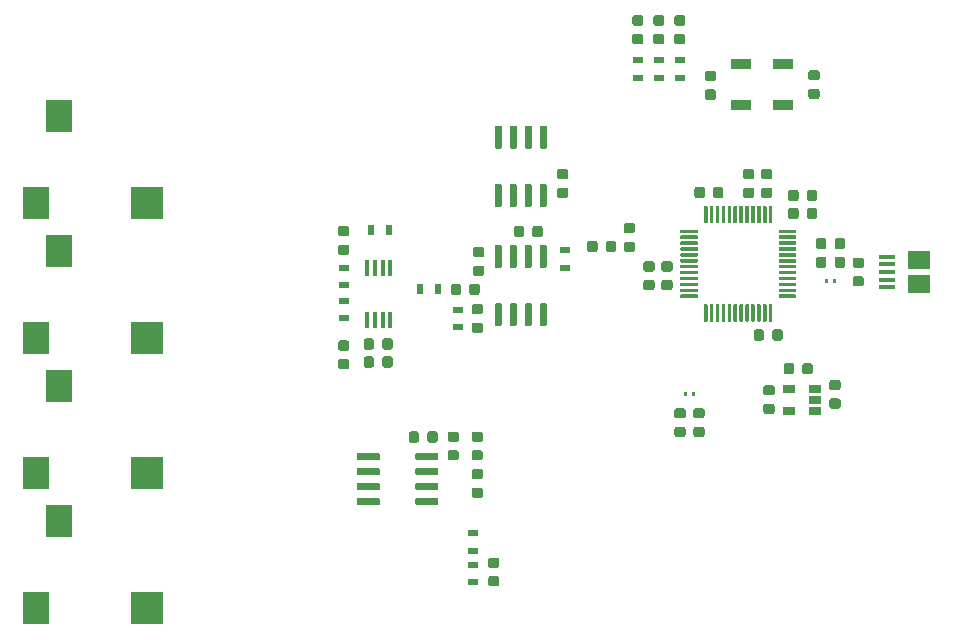
<source format=gbr>
G04 #@! TF.GenerationSoftware,KiCad,Pcbnew,(5.1.5-0-10_14)*
G04 #@! TF.CreationDate,2020-03-25T22:17:50-07:00*
G04 #@! TF.ProjectId,EOGee,454f4765-652e-46b6-9963-61645f706362,rev?*
G04 #@! TF.SameCoordinates,Original*
G04 #@! TF.FileFunction,Paste,Top*
G04 #@! TF.FilePolarity,Positive*
%FSLAX46Y46*%
G04 Gerber Fmt 4.6, Leading zero omitted, Abs format (unit mm)*
G04 Created by KiCad (PCBNEW (5.1.5-0-10_14)) date 2020-03-25 22:17:50*
%MOMM*%
%LPD*%
G04 APERTURE LIST*
%ADD10C,0.100000*%
%ADD11R,0.500000X0.900000*%
%ADD12R,0.900000X0.500000*%
%ADD13R,1.900000X1.500000*%
%ADD14R,1.350000X0.400000*%
%ADD15R,2.200000X2.800000*%
%ADD16R,2.800000X2.800000*%
%ADD17R,1.700000X0.900000*%
%ADD18R,0.450000X1.450000*%
%ADD19R,1.060000X0.650000*%
G04 APERTURE END LIST*
D10*
G36*
X141029792Y-44651383D02*
G01*
X141037510Y-44652528D01*
X141045078Y-44654423D01*
X141052423Y-44657052D01*
X141059476Y-44660387D01*
X141066168Y-44664398D01*
X141072434Y-44669046D01*
X141078215Y-44674285D01*
X141083454Y-44680066D01*
X141088102Y-44686332D01*
X141092113Y-44693024D01*
X141095448Y-44700077D01*
X141098077Y-44707422D01*
X141099972Y-44714990D01*
X141101117Y-44722708D01*
X141101500Y-44730500D01*
X141101500Y-44931500D01*
X141101117Y-44939292D01*
X141099972Y-44947010D01*
X141098077Y-44954578D01*
X141095448Y-44961923D01*
X141092113Y-44968976D01*
X141088102Y-44975668D01*
X141083454Y-44981934D01*
X141078215Y-44987715D01*
X141072434Y-44992954D01*
X141066168Y-44997602D01*
X141059476Y-45001613D01*
X141052423Y-45004948D01*
X141045078Y-45007577D01*
X141037510Y-45009472D01*
X141029792Y-45010617D01*
X141022000Y-45011000D01*
X140863000Y-45011000D01*
X140855208Y-45010617D01*
X140847490Y-45009472D01*
X140839922Y-45007577D01*
X140832577Y-45004948D01*
X140825524Y-45001613D01*
X140818832Y-44997602D01*
X140812566Y-44992954D01*
X140806785Y-44987715D01*
X140801546Y-44981934D01*
X140796898Y-44975668D01*
X140792887Y-44968976D01*
X140789552Y-44961923D01*
X140786923Y-44954578D01*
X140785028Y-44947010D01*
X140783883Y-44939292D01*
X140783500Y-44931500D01*
X140783500Y-44730500D01*
X140783883Y-44722708D01*
X140785028Y-44714990D01*
X140786923Y-44707422D01*
X140789552Y-44700077D01*
X140792887Y-44693024D01*
X140796898Y-44686332D01*
X140801546Y-44680066D01*
X140806785Y-44674285D01*
X140812566Y-44669046D01*
X140818832Y-44664398D01*
X140825524Y-44660387D01*
X140832577Y-44657052D01*
X140839922Y-44654423D01*
X140847490Y-44652528D01*
X140855208Y-44651383D01*
X140863000Y-44651000D01*
X141022000Y-44651000D01*
X141029792Y-44651383D01*
G37*
G36*
X141719792Y-44651383D02*
G01*
X141727510Y-44652528D01*
X141735078Y-44654423D01*
X141742423Y-44657052D01*
X141749476Y-44660387D01*
X141756168Y-44664398D01*
X141762434Y-44669046D01*
X141768215Y-44674285D01*
X141773454Y-44680066D01*
X141778102Y-44686332D01*
X141782113Y-44693024D01*
X141785448Y-44700077D01*
X141788077Y-44707422D01*
X141789972Y-44714990D01*
X141791117Y-44722708D01*
X141791500Y-44730500D01*
X141791500Y-44931500D01*
X141791117Y-44939292D01*
X141789972Y-44947010D01*
X141788077Y-44954578D01*
X141785448Y-44961923D01*
X141782113Y-44968976D01*
X141778102Y-44975668D01*
X141773454Y-44981934D01*
X141768215Y-44987715D01*
X141762434Y-44992954D01*
X141756168Y-44997602D01*
X141749476Y-45001613D01*
X141742423Y-45004948D01*
X141735078Y-45007577D01*
X141727510Y-45009472D01*
X141719792Y-45010617D01*
X141712000Y-45011000D01*
X141553000Y-45011000D01*
X141545208Y-45010617D01*
X141537490Y-45009472D01*
X141529922Y-45007577D01*
X141522577Y-45004948D01*
X141515524Y-45001613D01*
X141508832Y-44997602D01*
X141502566Y-44992954D01*
X141496785Y-44987715D01*
X141491546Y-44981934D01*
X141486898Y-44975668D01*
X141482887Y-44968976D01*
X141479552Y-44961923D01*
X141476923Y-44954578D01*
X141475028Y-44947010D01*
X141473883Y-44939292D01*
X141473500Y-44931500D01*
X141473500Y-44730500D01*
X141473883Y-44722708D01*
X141475028Y-44714990D01*
X141476923Y-44707422D01*
X141479552Y-44700077D01*
X141482887Y-44693024D01*
X141486898Y-44686332D01*
X141491546Y-44680066D01*
X141496785Y-44674285D01*
X141502566Y-44669046D01*
X141508832Y-44664398D01*
X141515524Y-44660387D01*
X141522577Y-44657052D01*
X141529922Y-44654423D01*
X141537490Y-44652528D01*
X141545208Y-44651383D01*
X141553000Y-44651000D01*
X141712000Y-44651000D01*
X141719792Y-44651383D01*
G37*
G36*
X129093792Y-54235883D02*
G01*
X129101510Y-54237028D01*
X129109078Y-54238923D01*
X129116423Y-54241552D01*
X129123476Y-54244887D01*
X129130168Y-54248898D01*
X129136434Y-54253546D01*
X129142215Y-54258785D01*
X129147454Y-54264566D01*
X129152102Y-54270832D01*
X129156113Y-54277524D01*
X129159448Y-54284577D01*
X129162077Y-54291922D01*
X129163972Y-54299490D01*
X129165117Y-54307208D01*
X129165500Y-54315000D01*
X129165500Y-54516000D01*
X129165117Y-54523792D01*
X129163972Y-54531510D01*
X129162077Y-54539078D01*
X129159448Y-54546423D01*
X129156113Y-54553476D01*
X129152102Y-54560168D01*
X129147454Y-54566434D01*
X129142215Y-54572215D01*
X129136434Y-54577454D01*
X129130168Y-54582102D01*
X129123476Y-54586113D01*
X129116423Y-54589448D01*
X129109078Y-54592077D01*
X129101510Y-54593972D01*
X129093792Y-54595117D01*
X129086000Y-54595500D01*
X128927000Y-54595500D01*
X128919208Y-54595117D01*
X128911490Y-54593972D01*
X128903922Y-54592077D01*
X128896577Y-54589448D01*
X128889524Y-54586113D01*
X128882832Y-54582102D01*
X128876566Y-54577454D01*
X128870785Y-54572215D01*
X128865546Y-54566434D01*
X128860898Y-54560168D01*
X128856887Y-54553476D01*
X128853552Y-54546423D01*
X128850923Y-54539078D01*
X128849028Y-54531510D01*
X128847883Y-54523792D01*
X128847500Y-54516000D01*
X128847500Y-54315000D01*
X128847883Y-54307208D01*
X128849028Y-54299490D01*
X128850923Y-54291922D01*
X128853552Y-54284577D01*
X128856887Y-54277524D01*
X128860898Y-54270832D01*
X128865546Y-54264566D01*
X128870785Y-54258785D01*
X128876566Y-54253546D01*
X128882832Y-54248898D01*
X128889524Y-54244887D01*
X128896577Y-54241552D01*
X128903922Y-54238923D01*
X128911490Y-54237028D01*
X128919208Y-54235883D01*
X128927000Y-54235500D01*
X129086000Y-54235500D01*
X129093792Y-54235883D01*
G37*
G36*
X129783792Y-54235883D02*
G01*
X129791510Y-54237028D01*
X129799078Y-54238923D01*
X129806423Y-54241552D01*
X129813476Y-54244887D01*
X129820168Y-54248898D01*
X129826434Y-54253546D01*
X129832215Y-54258785D01*
X129837454Y-54264566D01*
X129842102Y-54270832D01*
X129846113Y-54277524D01*
X129849448Y-54284577D01*
X129852077Y-54291922D01*
X129853972Y-54299490D01*
X129855117Y-54307208D01*
X129855500Y-54315000D01*
X129855500Y-54516000D01*
X129855117Y-54523792D01*
X129853972Y-54531510D01*
X129852077Y-54539078D01*
X129849448Y-54546423D01*
X129846113Y-54553476D01*
X129842102Y-54560168D01*
X129837454Y-54566434D01*
X129832215Y-54572215D01*
X129826434Y-54577454D01*
X129820168Y-54582102D01*
X129813476Y-54586113D01*
X129806423Y-54589448D01*
X129799078Y-54592077D01*
X129791510Y-54593972D01*
X129783792Y-54595117D01*
X129776000Y-54595500D01*
X129617000Y-54595500D01*
X129609208Y-54595117D01*
X129601490Y-54593972D01*
X129593922Y-54592077D01*
X129586577Y-54589448D01*
X129579524Y-54586113D01*
X129572832Y-54582102D01*
X129566566Y-54577454D01*
X129560785Y-54572215D01*
X129555546Y-54566434D01*
X129550898Y-54560168D01*
X129546887Y-54553476D01*
X129543552Y-54546423D01*
X129540923Y-54539078D01*
X129539028Y-54531510D01*
X129537883Y-54523792D01*
X129537500Y-54516000D01*
X129537500Y-54315000D01*
X129537883Y-54307208D01*
X129539028Y-54299490D01*
X129540923Y-54291922D01*
X129543552Y-54284577D01*
X129546887Y-54277524D01*
X129550898Y-54270832D01*
X129555546Y-54264566D01*
X129560785Y-54258785D01*
X129566566Y-54253546D01*
X129572832Y-54248898D01*
X129579524Y-54244887D01*
X129586577Y-54241552D01*
X129593922Y-54238923D01*
X129601490Y-54237028D01*
X129609208Y-54235883D01*
X129617000Y-54235500D01*
X129776000Y-54235500D01*
X129783792Y-54235883D01*
G37*
G36*
X107962703Y-59390722D02*
G01*
X107977264Y-59392882D01*
X107991543Y-59396459D01*
X108005403Y-59401418D01*
X108018710Y-59407712D01*
X108031336Y-59415280D01*
X108043159Y-59424048D01*
X108054066Y-59433934D01*
X108063952Y-59444841D01*
X108072720Y-59456664D01*
X108080288Y-59469290D01*
X108086582Y-59482597D01*
X108091541Y-59496457D01*
X108095118Y-59510736D01*
X108097278Y-59525297D01*
X108098000Y-59540000D01*
X108098000Y-59840000D01*
X108097278Y-59854703D01*
X108095118Y-59869264D01*
X108091541Y-59883543D01*
X108086582Y-59897403D01*
X108080288Y-59910710D01*
X108072720Y-59923336D01*
X108063952Y-59935159D01*
X108054066Y-59946066D01*
X108043159Y-59955952D01*
X108031336Y-59964720D01*
X108018710Y-59972288D01*
X108005403Y-59978582D01*
X107991543Y-59983541D01*
X107977264Y-59987118D01*
X107962703Y-59989278D01*
X107948000Y-59990000D01*
X106298000Y-59990000D01*
X106283297Y-59989278D01*
X106268736Y-59987118D01*
X106254457Y-59983541D01*
X106240597Y-59978582D01*
X106227290Y-59972288D01*
X106214664Y-59964720D01*
X106202841Y-59955952D01*
X106191934Y-59946066D01*
X106182048Y-59935159D01*
X106173280Y-59923336D01*
X106165712Y-59910710D01*
X106159418Y-59897403D01*
X106154459Y-59883543D01*
X106150882Y-59869264D01*
X106148722Y-59854703D01*
X106148000Y-59840000D01*
X106148000Y-59540000D01*
X106148722Y-59525297D01*
X106150882Y-59510736D01*
X106154459Y-59496457D01*
X106159418Y-59482597D01*
X106165712Y-59469290D01*
X106173280Y-59456664D01*
X106182048Y-59444841D01*
X106191934Y-59433934D01*
X106202841Y-59424048D01*
X106214664Y-59415280D01*
X106227290Y-59407712D01*
X106240597Y-59401418D01*
X106254457Y-59396459D01*
X106268736Y-59392882D01*
X106283297Y-59390722D01*
X106298000Y-59390000D01*
X107948000Y-59390000D01*
X107962703Y-59390722D01*
G37*
G36*
X107962703Y-60660722D02*
G01*
X107977264Y-60662882D01*
X107991543Y-60666459D01*
X108005403Y-60671418D01*
X108018710Y-60677712D01*
X108031336Y-60685280D01*
X108043159Y-60694048D01*
X108054066Y-60703934D01*
X108063952Y-60714841D01*
X108072720Y-60726664D01*
X108080288Y-60739290D01*
X108086582Y-60752597D01*
X108091541Y-60766457D01*
X108095118Y-60780736D01*
X108097278Y-60795297D01*
X108098000Y-60810000D01*
X108098000Y-61110000D01*
X108097278Y-61124703D01*
X108095118Y-61139264D01*
X108091541Y-61153543D01*
X108086582Y-61167403D01*
X108080288Y-61180710D01*
X108072720Y-61193336D01*
X108063952Y-61205159D01*
X108054066Y-61216066D01*
X108043159Y-61225952D01*
X108031336Y-61234720D01*
X108018710Y-61242288D01*
X108005403Y-61248582D01*
X107991543Y-61253541D01*
X107977264Y-61257118D01*
X107962703Y-61259278D01*
X107948000Y-61260000D01*
X106298000Y-61260000D01*
X106283297Y-61259278D01*
X106268736Y-61257118D01*
X106254457Y-61253541D01*
X106240597Y-61248582D01*
X106227290Y-61242288D01*
X106214664Y-61234720D01*
X106202841Y-61225952D01*
X106191934Y-61216066D01*
X106182048Y-61205159D01*
X106173280Y-61193336D01*
X106165712Y-61180710D01*
X106159418Y-61167403D01*
X106154459Y-61153543D01*
X106150882Y-61139264D01*
X106148722Y-61124703D01*
X106148000Y-61110000D01*
X106148000Y-60810000D01*
X106148722Y-60795297D01*
X106150882Y-60780736D01*
X106154459Y-60766457D01*
X106159418Y-60752597D01*
X106165712Y-60739290D01*
X106173280Y-60726664D01*
X106182048Y-60714841D01*
X106191934Y-60703934D01*
X106202841Y-60694048D01*
X106214664Y-60685280D01*
X106227290Y-60677712D01*
X106240597Y-60671418D01*
X106254457Y-60666459D01*
X106268736Y-60662882D01*
X106283297Y-60660722D01*
X106298000Y-60660000D01*
X107948000Y-60660000D01*
X107962703Y-60660722D01*
G37*
G36*
X107962703Y-61930722D02*
G01*
X107977264Y-61932882D01*
X107991543Y-61936459D01*
X108005403Y-61941418D01*
X108018710Y-61947712D01*
X108031336Y-61955280D01*
X108043159Y-61964048D01*
X108054066Y-61973934D01*
X108063952Y-61984841D01*
X108072720Y-61996664D01*
X108080288Y-62009290D01*
X108086582Y-62022597D01*
X108091541Y-62036457D01*
X108095118Y-62050736D01*
X108097278Y-62065297D01*
X108098000Y-62080000D01*
X108098000Y-62380000D01*
X108097278Y-62394703D01*
X108095118Y-62409264D01*
X108091541Y-62423543D01*
X108086582Y-62437403D01*
X108080288Y-62450710D01*
X108072720Y-62463336D01*
X108063952Y-62475159D01*
X108054066Y-62486066D01*
X108043159Y-62495952D01*
X108031336Y-62504720D01*
X108018710Y-62512288D01*
X108005403Y-62518582D01*
X107991543Y-62523541D01*
X107977264Y-62527118D01*
X107962703Y-62529278D01*
X107948000Y-62530000D01*
X106298000Y-62530000D01*
X106283297Y-62529278D01*
X106268736Y-62527118D01*
X106254457Y-62523541D01*
X106240597Y-62518582D01*
X106227290Y-62512288D01*
X106214664Y-62504720D01*
X106202841Y-62495952D01*
X106191934Y-62486066D01*
X106182048Y-62475159D01*
X106173280Y-62463336D01*
X106165712Y-62450710D01*
X106159418Y-62437403D01*
X106154459Y-62423543D01*
X106150882Y-62409264D01*
X106148722Y-62394703D01*
X106148000Y-62380000D01*
X106148000Y-62080000D01*
X106148722Y-62065297D01*
X106150882Y-62050736D01*
X106154459Y-62036457D01*
X106159418Y-62022597D01*
X106165712Y-62009290D01*
X106173280Y-61996664D01*
X106182048Y-61984841D01*
X106191934Y-61973934D01*
X106202841Y-61964048D01*
X106214664Y-61955280D01*
X106227290Y-61947712D01*
X106240597Y-61941418D01*
X106254457Y-61936459D01*
X106268736Y-61932882D01*
X106283297Y-61930722D01*
X106298000Y-61930000D01*
X107948000Y-61930000D01*
X107962703Y-61930722D01*
G37*
G36*
X107962703Y-63200722D02*
G01*
X107977264Y-63202882D01*
X107991543Y-63206459D01*
X108005403Y-63211418D01*
X108018710Y-63217712D01*
X108031336Y-63225280D01*
X108043159Y-63234048D01*
X108054066Y-63243934D01*
X108063952Y-63254841D01*
X108072720Y-63266664D01*
X108080288Y-63279290D01*
X108086582Y-63292597D01*
X108091541Y-63306457D01*
X108095118Y-63320736D01*
X108097278Y-63335297D01*
X108098000Y-63350000D01*
X108098000Y-63650000D01*
X108097278Y-63664703D01*
X108095118Y-63679264D01*
X108091541Y-63693543D01*
X108086582Y-63707403D01*
X108080288Y-63720710D01*
X108072720Y-63733336D01*
X108063952Y-63745159D01*
X108054066Y-63756066D01*
X108043159Y-63765952D01*
X108031336Y-63774720D01*
X108018710Y-63782288D01*
X108005403Y-63788582D01*
X107991543Y-63793541D01*
X107977264Y-63797118D01*
X107962703Y-63799278D01*
X107948000Y-63800000D01*
X106298000Y-63800000D01*
X106283297Y-63799278D01*
X106268736Y-63797118D01*
X106254457Y-63793541D01*
X106240597Y-63788582D01*
X106227290Y-63782288D01*
X106214664Y-63774720D01*
X106202841Y-63765952D01*
X106191934Y-63756066D01*
X106182048Y-63745159D01*
X106173280Y-63733336D01*
X106165712Y-63720710D01*
X106159418Y-63707403D01*
X106154459Y-63693543D01*
X106150882Y-63679264D01*
X106148722Y-63664703D01*
X106148000Y-63650000D01*
X106148000Y-63350000D01*
X106148722Y-63335297D01*
X106150882Y-63320736D01*
X106154459Y-63306457D01*
X106159418Y-63292597D01*
X106165712Y-63279290D01*
X106173280Y-63266664D01*
X106182048Y-63254841D01*
X106191934Y-63243934D01*
X106202841Y-63234048D01*
X106214664Y-63225280D01*
X106227290Y-63217712D01*
X106240597Y-63211418D01*
X106254457Y-63206459D01*
X106268736Y-63202882D01*
X106283297Y-63200722D01*
X106298000Y-63200000D01*
X107948000Y-63200000D01*
X107962703Y-63200722D01*
G37*
G36*
X103012703Y-63200722D02*
G01*
X103027264Y-63202882D01*
X103041543Y-63206459D01*
X103055403Y-63211418D01*
X103068710Y-63217712D01*
X103081336Y-63225280D01*
X103093159Y-63234048D01*
X103104066Y-63243934D01*
X103113952Y-63254841D01*
X103122720Y-63266664D01*
X103130288Y-63279290D01*
X103136582Y-63292597D01*
X103141541Y-63306457D01*
X103145118Y-63320736D01*
X103147278Y-63335297D01*
X103148000Y-63350000D01*
X103148000Y-63650000D01*
X103147278Y-63664703D01*
X103145118Y-63679264D01*
X103141541Y-63693543D01*
X103136582Y-63707403D01*
X103130288Y-63720710D01*
X103122720Y-63733336D01*
X103113952Y-63745159D01*
X103104066Y-63756066D01*
X103093159Y-63765952D01*
X103081336Y-63774720D01*
X103068710Y-63782288D01*
X103055403Y-63788582D01*
X103041543Y-63793541D01*
X103027264Y-63797118D01*
X103012703Y-63799278D01*
X102998000Y-63800000D01*
X101348000Y-63800000D01*
X101333297Y-63799278D01*
X101318736Y-63797118D01*
X101304457Y-63793541D01*
X101290597Y-63788582D01*
X101277290Y-63782288D01*
X101264664Y-63774720D01*
X101252841Y-63765952D01*
X101241934Y-63756066D01*
X101232048Y-63745159D01*
X101223280Y-63733336D01*
X101215712Y-63720710D01*
X101209418Y-63707403D01*
X101204459Y-63693543D01*
X101200882Y-63679264D01*
X101198722Y-63664703D01*
X101198000Y-63650000D01*
X101198000Y-63350000D01*
X101198722Y-63335297D01*
X101200882Y-63320736D01*
X101204459Y-63306457D01*
X101209418Y-63292597D01*
X101215712Y-63279290D01*
X101223280Y-63266664D01*
X101232048Y-63254841D01*
X101241934Y-63243934D01*
X101252841Y-63234048D01*
X101264664Y-63225280D01*
X101277290Y-63217712D01*
X101290597Y-63211418D01*
X101304457Y-63206459D01*
X101318736Y-63202882D01*
X101333297Y-63200722D01*
X101348000Y-63200000D01*
X102998000Y-63200000D01*
X103012703Y-63200722D01*
G37*
G36*
X103012703Y-61930722D02*
G01*
X103027264Y-61932882D01*
X103041543Y-61936459D01*
X103055403Y-61941418D01*
X103068710Y-61947712D01*
X103081336Y-61955280D01*
X103093159Y-61964048D01*
X103104066Y-61973934D01*
X103113952Y-61984841D01*
X103122720Y-61996664D01*
X103130288Y-62009290D01*
X103136582Y-62022597D01*
X103141541Y-62036457D01*
X103145118Y-62050736D01*
X103147278Y-62065297D01*
X103148000Y-62080000D01*
X103148000Y-62380000D01*
X103147278Y-62394703D01*
X103145118Y-62409264D01*
X103141541Y-62423543D01*
X103136582Y-62437403D01*
X103130288Y-62450710D01*
X103122720Y-62463336D01*
X103113952Y-62475159D01*
X103104066Y-62486066D01*
X103093159Y-62495952D01*
X103081336Y-62504720D01*
X103068710Y-62512288D01*
X103055403Y-62518582D01*
X103041543Y-62523541D01*
X103027264Y-62527118D01*
X103012703Y-62529278D01*
X102998000Y-62530000D01*
X101348000Y-62530000D01*
X101333297Y-62529278D01*
X101318736Y-62527118D01*
X101304457Y-62523541D01*
X101290597Y-62518582D01*
X101277290Y-62512288D01*
X101264664Y-62504720D01*
X101252841Y-62495952D01*
X101241934Y-62486066D01*
X101232048Y-62475159D01*
X101223280Y-62463336D01*
X101215712Y-62450710D01*
X101209418Y-62437403D01*
X101204459Y-62423543D01*
X101200882Y-62409264D01*
X101198722Y-62394703D01*
X101198000Y-62380000D01*
X101198000Y-62080000D01*
X101198722Y-62065297D01*
X101200882Y-62050736D01*
X101204459Y-62036457D01*
X101209418Y-62022597D01*
X101215712Y-62009290D01*
X101223280Y-61996664D01*
X101232048Y-61984841D01*
X101241934Y-61973934D01*
X101252841Y-61964048D01*
X101264664Y-61955280D01*
X101277290Y-61947712D01*
X101290597Y-61941418D01*
X101304457Y-61936459D01*
X101318736Y-61932882D01*
X101333297Y-61930722D01*
X101348000Y-61930000D01*
X102998000Y-61930000D01*
X103012703Y-61930722D01*
G37*
G36*
X103012703Y-60660722D02*
G01*
X103027264Y-60662882D01*
X103041543Y-60666459D01*
X103055403Y-60671418D01*
X103068710Y-60677712D01*
X103081336Y-60685280D01*
X103093159Y-60694048D01*
X103104066Y-60703934D01*
X103113952Y-60714841D01*
X103122720Y-60726664D01*
X103130288Y-60739290D01*
X103136582Y-60752597D01*
X103141541Y-60766457D01*
X103145118Y-60780736D01*
X103147278Y-60795297D01*
X103148000Y-60810000D01*
X103148000Y-61110000D01*
X103147278Y-61124703D01*
X103145118Y-61139264D01*
X103141541Y-61153543D01*
X103136582Y-61167403D01*
X103130288Y-61180710D01*
X103122720Y-61193336D01*
X103113952Y-61205159D01*
X103104066Y-61216066D01*
X103093159Y-61225952D01*
X103081336Y-61234720D01*
X103068710Y-61242288D01*
X103055403Y-61248582D01*
X103041543Y-61253541D01*
X103027264Y-61257118D01*
X103012703Y-61259278D01*
X102998000Y-61260000D01*
X101348000Y-61260000D01*
X101333297Y-61259278D01*
X101318736Y-61257118D01*
X101304457Y-61253541D01*
X101290597Y-61248582D01*
X101277290Y-61242288D01*
X101264664Y-61234720D01*
X101252841Y-61225952D01*
X101241934Y-61216066D01*
X101232048Y-61205159D01*
X101223280Y-61193336D01*
X101215712Y-61180710D01*
X101209418Y-61167403D01*
X101204459Y-61153543D01*
X101200882Y-61139264D01*
X101198722Y-61124703D01*
X101198000Y-61110000D01*
X101198000Y-60810000D01*
X101198722Y-60795297D01*
X101200882Y-60780736D01*
X101204459Y-60766457D01*
X101209418Y-60752597D01*
X101215712Y-60739290D01*
X101223280Y-60726664D01*
X101232048Y-60714841D01*
X101241934Y-60703934D01*
X101252841Y-60694048D01*
X101264664Y-60685280D01*
X101277290Y-60677712D01*
X101290597Y-60671418D01*
X101304457Y-60666459D01*
X101318736Y-60662882D01*
X101333297Y-60660722D01*
X101348000Y-60660000D01*
X102998000Y-60660000D01*
X103012703Y-60660722D01*
G37*
G36*
X103012703Y-59390722D02*
G01*
X103027264Y-59392882D01*
X103041543Y-59396459D01*
X103055403Y-59401418D01*
X103068710Y-59407712D01*
X103081336Y-59415280D01*
X103093159Y-59424048D01*
X103104066Y-59433934D01*
X103113952Y-59444841D01*
X103122720Y-59456664D01*
X103130288Y-59469290D01*
X103136582Y-59482597D01*
X103141541Y-59496457D01*
X103145118Y-59510736D01*
X103147278Y-59525297D01*
X103148000Y-59540000D01*
X103148000Y-59840000D01*
X103147278Y-59854703D01*
X103145118Y-59869264D01*
X103141541Y-59883543D01*
X103136582Y-59897403D01*
X103130288Y-59910710D01*
X103122720Y-59923336D01*
X103113952Y-59935159D01*
X103104066Y-59946066D01*
X103093159Y-59955952D01*
X103081336Y-59964720D01*
X103068710Y-59972288D01*
X103055403Y-59978582D01*
X103041543Y-59983541D01*
X103027264Y-59987118D01*
X103012703Y-59989278D01*
X102998000Y-59990000D01*
X101348000Y-59990000D01*
X101333297Y-59989278D01*
X101318736Y-59987118D01*
X101304457Y-59983541D01*
X101290597Y-59978582D01*
X101277290Y-59972288D01*
X101264664Y-59964720D01*
X101252841Y-59955952D01*
X101241934Y-59946066D01*
X101232048Y-59935159D01*
X101223280Y-59923336D01*
X101215712Y-59910710D01*
X101209418Y-59897403D01*
X101204459Y-59883543D01*
X101200882Y-59869264D01*
X101198722Y-59854703D01*
X101198000Y-59840000D01*
X101198000Y-59540000D01*
X101198722Y-59525297D01*
X101200882Y-59510736D01*
X101204459Y-59496457D01*
X101209418Y-59482597D01*
X101215712Y-59469290D01*
X101223280Y-59456664D01*
X101232048Y-59444841D01*
X101241934Y-59433934D01*
X101252841Y-59424048D01*
X101264664Y-59415280D01*
X101277290Y-59407712D01*
X101290597Y-59401418D01*
X101304457Y-59396459D01*
X101318736Y-59392882D01*
X101333297Y-59390722D01*
X101348000Y-59390000D01*
X102998000Y-59390000D01*
X103012703Y-59390722D01*
G37*
G36*
X113321703Y-41762722D02*
G01*
X113336264Y-41764882D01*
X113350543Y-41768459D01*
X113364403Y-41773418D01*
X113377710Y-41779712D01*
X113390336Y-41787280D01*
X113402159Y-41796048D01*
X113413066Y-41805934D01*
X113422952Y-41816841D01*
X113431720Y-41828664D01*
X113439288Y-41841290D01*
X113445582Y-41854597D01*
X113450541Y-41868457D01*
X113454118Y-41882736D01*
X113456278Y-41897297D01*
X113457000Y-41912000D01*
X113457000Y-43562000D01*
X113456278Y-43576703D01*
X113454118Y-43591264D01*
X113450541Y-43605543D01*
X113445582Y-43619403D01*
X113439288Y-43632710D01*
X113431720Y-43645336D01*
X113422952Y-43657159D01*
X113413066Y-43668066D01*
X113402159Y-43677952D01*
X113390336Y-43686720D01*
X113377710Y-43694288D01*
X113364403Y-43700582D01*
X113350543Y-43705541D01*
X113336264Y-43709118D01*
X113321703Y-43711278D01*
X113307000Y-43712000D01*
X113007000Y-43712000D01*
X112992297Y-43711278D01*
X112977736Y-43709118D01*
X112963457Y-43705541D01*
X112949597Y-43700582D01*
X112936290Y-43694288D01*
X112923664Y-43686720D01*
X112911841Y-43677952D01*
X112900934Y-43668066D01*
X112891048Y-43657159D01*
X112882280Y-43645336D01*
X112874712Y-43632710D01*
X112868418Y-43619403D01*
X112863459Y-43605543D01*
X112859882Y-43591264D01*
X112857722Y-43576703D01*
X112857000Y-43562000D01*
X112857000Y-41912000D01*
X112857722Y-41897297D01*
X112859882Y-41882736D01*
X112863459Y-41868457D01*
X112868418Y-41854597D01*
X112874712Y-41841290D01*
X112882280Y-41828664D01*
X112891048Y-41816841D01*
X112900934Y-41805934D01*
X112911841Y-41796048D01*
X112923664Y-41787280D01*
X112936290Y-41779712D01*
X112949597Y-41773418D01*
X112963457Y-41768459D01*
X112977736Y-41764882D01*
X112992297Y-41762722D01*
X113007000Y-41762000D01*
X113307000Y-41762000D01*
X113321703Y-41762722D01*
G37*
G36*
X114591703Y-41762722D02*
G01*
X114606264Y-41764882D01*
X114620543Y-41768459D01*
X114634403Y-41773418D01*
X114647710Y-41779712D01*
X114660336Y-41787280D01*
X114672159Y-41796048D01*
X114683066Y-41805934D01*
X114692952Y-41816841D01*
X114701720Y-41828664D01*
X114709288Y-41841290D01*
X114715582Y-41854597D01*
X114720541Y-41868457D01*
X114724118Y-41882736D01*
X114726278Y-41897297D01*
X114727000Y-41912000D01*
X114727000Y-43562000D01*
X114726278Y-43576703D01*
X114724118Y-43591264D01*
X114720541Y-43605543D01*
X114715582Y-43619403D01*
X114709288Y-43632710D01*
X114701720Y-43645336D01*
X114692952Y-43657159D01*
X114683066Y-43668066D01*
X114672159Y-43677952D01*
X114660336Y-43686720D01*
X114647710Y-43694288D01*
X114634403Y-43700582D01*
X114620543Y-43705541D01*
X114606264Y-43709118D01*
X114591703Y-43711278D01*
X114577000Y-43712000D01*
X114277000Y-43712000D01*
X114262297Y-43711278D01*
X114247736Y-43709118D01*
X114233457Y-43705541D01*
X114219597Y-43700582D01*
X114206290Y-43694288D01*
X114193664Y-43686720D01*
X114181841Y-43677952D01*
X114170934Y-43668066D01*
X114161048Y-43657159D01*
X114152280Y-43645336D01*
X114144712Y-43632710D01*
X114138418Y-43619403D01*
X114133459Y-43605543D01*
X114129882Y-43591264D01*
X114127722Y-43576703D01*
X114127000Y-43562000D01*
X114127000Y-41912000D01*
X114127722Y-41897297D01*
X114129882Y-41882736D01*
X114133459Y-41868457D01*
X114138418Y-41854597D01*
X114144712Y-41841290D01*
X114152280Y-41828664D01*
X114161048Y-41816841D01*
X114170934Y-41805934D01*
X114181841Y-41796048D01*
X114193664Y-41787280D01*
X114206290Y-41779712D01*
X114219597Y-41773418D01*
X114233457Y-41768459D01*
X114247736Y-41764882D01*
X114262297Y-41762722D01*
X114277000Y-41762000D01*
X114577000Y-41762000D01*
X114591703Y-41762722D01*
G37*
G36*
X115861703Y-41762722D02*
G01*
X115876264Y-41764882D01*
X115890543Y-41768459D01*
X115904403Y-41773418D01*
X115917710Y-41779712D01*
X115930336Y-41787280D01*
X115942159Y-41796048D01*
X115953066Y-41805934D01*
X115962952Y-41816841D01*
X115971720Y-41828664D01*
X115979288Y-41841290D01*
X115985582Y-41854597D01*
X115990541Y-41868457D01*
X115994118Y-41882736D01*
X115996278Y-41897297D01*
X115997000Y-41912000D01*
X115997000Y-43562000D01*
X115996278Y-43576703D01*
X115994118Y-43591264D01*
X115990541Y-43605543D01*
X115985582Y-43619403D01*
X115979288Y-43632710D01*
X115971720Y-43645336D01*
X115962952Y-43657159D01*
X115953066Y-43668066D01*
X115942159Y-43677952D01*
X115930336Y-43686720D01*
X115917710Y-43694288D01*
X115904403Y-43700582D01*
X115890543Y-43705541D01*
X115876264Y-43709118D01*
X115861703Y-43711278D01*
X115847000Y-43712000D01*
X115547000Y-43712000D01*
X115532297Y-43711278D01*
X115517736Y-43709118D01*
X115503457Y-43705541D01*
X115489597Y-43700582D01*
X115476290Y-43694288D01*
X115463664Y-43686720D01*
X115451841Y-43677952D01*
X115440934Y-43668066D01*
X115431048Y-43657159D01*
X115422280Y-43645336D01*
X115414712Y-43632710D01*
X115408418Y-43619403D01*
X115403459Y-43605543D01*
X115399882Y-43591264D01*
X115397722Y-43576703D01*
X115397000Y-43562000D01*
X115397000Y-41912000D01*
X115397722Y-41897297D01*
X115399882Y-41882736D01*
X115403459Y-41868457D01*
X115408418Y-41854597D01*
X115414712Y-41841290D01*
X115422280Y-41828664D01*
X115431048Y-41816841D01*
X115440934Y-41805934D01*
X115451841Y-41796048D01*
X115463664Y-41787280D01*
X115476290Y-41779712D01*
X115489597Y-41773418D01*
X115503457Y-41768459D01*
X115517736Y-41764882D01*
X115532297Y-41762722D01*
X115547000Y-41762000D01*
X115847000Y-41762000D01*
X115861703Y-41762722D01*
G37*
G36*
X117131703Y-41762722D02*
G01*
X117146264Y-41764882D01*
X117160543Y-41768459D01*
X117174403Y-41773418D01*
X117187710Y-41779712D01*
X117200336Y-41787280D01*
X117212159Y-41796048D01*
X117223066Y-41805934D01*
X117232952Y-41816841D01*
X117241720Y-41828664D01*
X117249288Y-41841290D01*
X117255582Y-41854597D01*
X117260541Y-41868457D01*
X117264118Y-41882736D01*
X117266278Y-41897297D01*
X117267000Y-41912000D01*
X117267000Y-43562000D01*
X117266278Y-43576703D01*
X117264118Y-43591264D01*
X117260541Y-43605543D01*
X117255582Y-43619403D01*
X117249288Y-43632710D01*
X117241720Y-43645336D01*
X117232952Y-43657159D01*
X117223066Y-43668066D01*
X117212159Y-43677952D01*
X117200336Y-43686720D01*
X117187710Y-43694288D01*
X117174403Y-43700582D01*
X117160543Y-43705541D01*
X117146264Y-43709118D01*
X117131703Y-43711278D01*
X117117000Y-43712000D01*
X116817000Y-43712000D01*
X116802297Y-43711278D01*
X116787736Y-43709118D01*
X116773457Y-43705541D01*
X116759597Y-43700582D01*
X116746290Y-43694288D01*
X116733664Y-43686720D01*
X116721841Y-43677952D01*
X116710934Y-43668066D01*
X116701048Y-43657159D01*
X116692280Y-43645336D01*
X116684712Y-43632710D01*
X116678418Y-43619403D01*
X116673459Y-43605543D01*
X116669882Y-43591264D01*
X116667722Y-43576703D01*
X116667000Y-43562000D01*
X116667000Y-41912000D01*
X116667722Y-41897297D01*
X116669882Y-41882736D01*
X116673459Y-41868457D01*
X116678418Y-41854597D01*
X116684712Y-41841290D01*
X116692280Y-41828664D01*
X116701048Y-41816841D01*
X116710934Y-41805934D01*
X116721841Y-41796048D01*
X116733664Y-41787280D01*
X116746290Y-41779712D01*
X116759597Y-41773418D01*
X116773457Y-41768459D01*
X116787736Y-41764882D01*
X116802297Y-41762722D01*
X116817000Y-41762000D01*
X117117000Y-41762000D01*
X117131703Y-41762722D01*
G37*
G36*
X117131703Y-46712722D02*
G01*
X117146264Y-46714882D01*
X117160543Y-46718459D01*
X117174403Y-46723418D01*
X117187710Y-46729712D01*
X117200336Y-46737280D01*
X117212159Y-46746048D01*
X117223066Y-46755934D01*
X117232952Y-46766841D01*
X117241720Y-46778664D01*
X117249288Y-46791290D01*
X117255582Y-46804597D01*
X117260541Y-46818457D01*
X117264118Y-46832736D01*
X117266278Y-46847297D01*
X117267000Y-46862000D01*
X117267000Y-48512000D01*
X117266278Y-48526703D01*
X117264118Y-48541264D01*
X117260541Y-48555543D01*
X117255582Y-48569403D01*
X117249288Y-48582710D01*
X117241720Y-48595336D01*
X117232952Y-48607159D01*
X117223066Y-48618066D01*
X117212159Y-48627952D01*
X117200336Y-48636720D01*
X117187710Y-48644288D01*
X117174403Y-48650582D01*
X117160543Y-48655541D01*
X117146264Y-48659118D01*
X117131703Y-48661278D01*
X117117000Y-48662000D01*
X116817000Y-48662000D01*
X116802297Y-48661278D01*
X116787736Y-48659118D01*
X116773457Y-48655541D01*
X116759597Y-48650582D01*
X116746290Y-48644288D01*
X116733664Y-48636720D01*
X116721841Y-48627952D01*
X116710934Y-48618066D01*
X116701048Y-48607159D01*
X116692280Y-48595336D01*
X116684712Y-48582710D01*
X116678418Y-48569403D01*
X116673459Y-48555543D01*
X116669882Y-48541264D01*
X116667722Y-48526703D01*
X116667000Y-48512000D01*
X116667000Y-46862000D01*
X116667722Y-46847297D01*
X116669882Y-46832736D01*
X116673459Y-46818457D01*
X116678418Y-46804597D01*
X116684712Y-46791290D01*
X116692280Y-46778664D01*
X116701048Y-46766841D01*
X116710934Y-46755934D01*
X116721841Y-46746048D01*
X116733664Y-46737280D01*
X116746290Y-46729712D01*
X116759597Y-46723418D01*
X116773457Y-46718459D01*
X116787736Y-46714882D01*
X116802297Y-46712722D01*
X116817000Y-46712000D01*
X117117000Y-46712000D01*
X117131703Y-46712722D01*
G37*
G36*
X115861703Y-46712722D02*
G01*
X115876264Y-46714882D01*
X115890543Y-46718459D01*
X115904403Y-46723418D01*
X115917710Y-46729712D01*
X115930336Y-46737280D01*
X115942159Y-46746048D01*
X115953066Y-46755934D01*
X115962952Y-46766841D01*
X115971720Y-46778664D01*
X115979288Y-46791290D01*
X115985582Y-46804597D01*
X115990541Y-46818457D01*
X115994118Y-46832736D01*
X115996278Y-46847297D01*
X115997000Y-46862000D01*
X115997000Y-48512000D01*
X115996278Y-48526703D01*
X115994118Y-48541264D01*
X115990541Y-48555543D01*
X115985582Y-48569403D01*
X115979288Y-48582710D01*
X115971720Y-48595336D01*
X115962952Y-48607159D01*
X115953066Y-48618066D01*
X115942159Y-48627952D01*
X115930336Y-48636720D01*
X115917710Y-48644288D01*
X115904403Y-48650582D01*
X115890543Y-48655541D01*
X115876264Y-48659118D01*
X115861703Y-48661278D01*
X115847000Y-48662000D01*
X115547000Y-48662000D01*
X115532297Y-48661278D01*
X115517736Y-48659118D01*
X115503457Y-48655541D01*
X115489597Y-48650582D01*
X115476290Y-48644288D01*
X115463664Y-48636720D01*
X115451841Y-48627952D01*
X115440934Y-48618066D01*
X115431048Y-48607159D01*
X115422280Y-48595336D01*
X115414712Y-48582710D01*
X115408418Y-48569403D01*
X115403459Y-48555543D01*
X115399882Y-48541264D01*
X115397722Y-48526703D01*
X115397000Y-48512000D01*
X115397000Y-46862000D01*
X115397722Y-46847297D01*
X115399882Y-46832736D01*
X115403459Y-46818457D01*
X115408418Y-46804597D01*
X115414712Y-46791290D01*
X115422280Y-46778664D01*
X115431048Y-46766841D01*
X115440934Y-46755934D01*
X115451841Y-46746048D01*
X115463664Y-46737280D01*
X115476290Y-46729712D01*
X115489597Y-46723418D01*
X115503457Y-46718459D01*
X115517736Y-46714882D01*
X115532297Y-46712722D01*
X115547000Y-46712000D01*
X115847000Y-46712000D01*
X115861703Y-46712722D01*
G37*
G36*
X114591703Y-46712722D02*
G01*
X114606264Y-46714882D01*
X114620543Y-46718459D01*
X114634403Y-46723418D01*
X114647710Y-46729712D01*
X114660336Y-46737280D01*
X114672159Y-46746048D01*
X114683066Y-46755934D01*
X114692952Y-46766841D01*
X114701720Y-46778664D01*
X114709288Y-46791290D01*
X114715582Y-46804597D01*
X114720541Y-46818457D01*
X114724118Y-46832736D01*
X114726278Y-46847297D01*
X114727000Y-46862000D01*
X114727000Y-48512000D01*
X114726278Y-48526703D01*
X114724118Y-48541264D01*
X114720541Y-48555543D01*
X114715582Y-48569403D01*
X114709288Y-48582710D01*
X114701720Y-48595336D01*
X114692952Y-48607159D01*
X114683066Y-48618066D01*
X114672159Y-48627952D01*
X114660336Y-48636720D01*
X114647710Y-48644288D01*
X114634403Y-48650582D01*
X114620543Y-48655541D01*
X114606264Y-48659118D01*
X114591703Y-48661278D01*
X114577000Y-48662000D01*
X114277000Y-48662000D01*
X114262297Y-48661278D01*
X114247736Y-48659118D01*
X114233457Y-48655541D01*
X114219597Y-48650582D01*
X114206290Y-48644288D01*
X114193664Y-48636720D01*
X114181841Y-48627952D01*
X114170934Y-48618066D01*
X114161048Y-48607159D01*
X114152280Y-48595336D01*
X114144712Y-48582710D01*
X114138418Y-48569403D01*
X114133459Y-48555543D01*
X114129882Y-48541264D01*
X114127722Y-48526703D01*
X114127000Y-48512000D01*
X114127000Y-46862000D01*
X114127722Y-46847297D01*
X114129882Y-46832736D01*
X114133459Y-46818457D01*
X114138418Y-46804597D01*
X114144712Y-46791290D01*
X114152280Y-46778664D01*
X114161048Y-46766841D01*
X114170934Y-46755934D01*
X114181841Y-46746048D01*
X114193664Y-46737280D01*
X114206290Y-46729712D01*
X114219597Y-46723418D01*
X114233457Y-46718459D01*
X114247736Y-46714882D01*
X114262297Y-46712722D01*
X114277000Y-46712000D01*
X114577000Y-46712000D01*
X114591703Y-46712722D01*
G37*
G36*
X113321703Y-46712722D02*
G01*
X113336264Y-46714882D01*
X113350543Y-46718459D01*
X113364403Y-46723418D01*
X113377710Y-46729712D01*
X113390336Y-46737280D01*
X113402159Y-46746048D01*
X113413066Y-46755934D01*
X113422952Y-46766841D01*
X113431720Y-46778664D01*
X113439288Y-46791290D01*
X113445582Y-46804597D01*
X113450541Y-46818457D01*
X113454118Y-46832736D01*
X113456278Y-46847297D01*
X113457000Y-46862000D01*
X113457000Y-48512000D01*
X113456278Y-48526703D01*
X113454118Y-48541264D01*
X113450541Y-48555543D01*
X113445582Y-48569403D01*
X113439288Y-48582710D01*
X113431720Y-48595336D01*
X113422952Y-48607159D01*
X113413066Y-48618066D01*
X113402159Y-48627952D01*
X113390336Y-48636720D01*
X113377710Y-48644288D01*
X113364403Y-48650582D01*
X113350543Y-48655541D01*
X113336264Y-48659118D01*
X113321703Y-48661278D01*
X113307000Y-48662000D01*
X113007000Y-48662000D01*
X112992297Y-48661278D01*
X112977736Y-48659118D01*
X112963457Y-48655541D01*
X112949597Y-48650582D01*
X112936290Y-48644288D01*
X112923664Y-48636720D01*
X112911841Y-48627952D01*
X112900934Y-48618066D01*
X112891048Y-48607159D01*
X112882280Y-48595336D01*
X112874712Y-48582710D01*
X112868418Y-48569403D01*
X112863459Y-48555543D01*
X112859882Y-48541264D01*
X112857722Y-48526703D01*
X112857000Y-48512000D01*
X112857000Y-46862000D01*
X112857722Y-46847297D01*
X112859882Y-46832736D01*
X112863459Y-46818457D01*
X112868418Y-46804597D01*
X112874712Y-46791290D01*
X112882280Y-46778664D01*
X112891048Y-46766841D01*
X112900934Y-46755934D01*
X112911841Y-46746048D01*
X112923664Y-46737280D01*
X112936290Y-46729712D01*
X112949597Y-46723418D01*
X112963457Y-46718459D01*
X112977736Y-46714882D01*
X112992297Y-46712722D01*
X113007000Y-46712000D01*
X113307000Y-46712000D01*
X113321703Y-46712722D01*
G37*
G36*
X109624691Y-59152053D02*
G01*
X109645926Y-59155203D01*
X109666750Y-59160419D01*
X109686962Y-59167651D01*
X109706368Y-59176830D01*
X109724781Y-59187866D01*
X109742024Y-59200654D01*
X109757930Y-59215070D01*
X109772346Y-59230976D01*
X109785134Y-59248219D01*
X109796170Y-59266632D01*
X109805349Y-59286038D01*
X109812581Y-59306250D01*
X109817797Y-59327074D01*
X109820947Y-59348309D01*
X109822000Y-59369750D01*
X109822000Y-59807250D01*
X109820947Y-59828691D01*
X109817797Y-59849926D01*
X109812581Y-59870750D01*
X109805349Y-59890962D01*
X109796170Y-59910368D01*
X109785134Y-59928781D01*
X109772346Y-59946024D01*
X109757930Y-59961930D01*
X109742024Y-59976346D01*
X109724781Y-59989134D01*
X109706368Y-60000170D01*
X109686962Y-60009349D01*
X109666750Y-60016581D01*
X109645926Y-60021797D01*
X109624691Y-60024947D01*
X109603250Y-60026000D01*
X109090750Y-60026000D01*
X109069309Y-60024947D01*
X109048074Y-60021797D01*
X109027250Y-60016581D01*
X109007038Y-60009349D01*
X108987632Y-60000170D01*
X108969219Y-59989134D01*
X108951976Y-59976346D01*
X108936070Y-59961930D01*
X108921654Y-59946024D01*
X108908866Y-59928781D01*
X108897830Y-59910368D01*
X108888651Y-59890962D01*
X108881419Y-59870750D01*
X108876203Y-59849926D01*
X108873053Y-59828691D01*
X108872000Y-59807250D01*
X108872000Y-59369750D01*
X108873053Y-59348309D01*
X108876203Y-59327074D01*
X108881419Y-59306250D01*
X108888651Y-59286038D01*
X108897830Y-59266632D01*
X108908866Y-59248219D01*
X108921654Y-59230976D01*
X108936070Y-59215070D01*
X108951976Y-59200654D01*
X108969219Y-59187866D01*
X108987632Y-59176830D01*
X109007038Y-59167651D01*
X109027250Y-59160419D01*
X109048074Y-59155203D01*
X109069309Y-59152053D01*
X109090750Y-59151000D01*
X109603250Y-59151000D01*
X109624691Y-59152053D01*
G37*
G36*
X109624691Y-57577053D02*
G01*
X109645926Y-57580203D01*
X109666750Y-57585419D01*
X109686962Y-57592651D01*
X109706368Y-57601830D01*
X109724781Y-57612866D01*
X109742024Y-57625654D01*
X109757930Y-57640070D01*
X109772346Y-57655976D01*
X109785134Y-57673219D01*
X109796170Y-57691632D01*
X109805349Y-57711038D01*
X109812581Y-57731250D01*
X109817797Y-57752074D01*
X109820947Y-57773309D01*
X109822000Y-57794750D01*
X109822000Y-58232250D01*
X109820947Y-58253691D01*
X109817797Y-58274926D01*
X109812581Y-58295750D01*
X109805349Y-58315962D01*
X109796170Y-58335368D01*
X109785134Y-58353781D01*
X109772346Y-58371024D01*
X109757930Y-58386930D01*
X109742024Y-58401346D01*
X109724781Y-58414134D01*
X109706368Y-58425170D01*
X109686962Y-58434349D01*
X109666750Y-58441581D01*
X109645926Y-58446797D01*
X109624691Y-58449947D01*
X109603250Y-58451000D01*
X109090750Y-58451000D01*
X109069309Y-58449947D01*
X109048074Y-58446797D01*
X109027250Y-58441581D01*
X109007038Y-58434349D01*
X108987632Y-58425170D01*
X108969219Y-58414134D01*
X108951976Y-58401346D01*
X108936070Y-58386930D01*
X108921654Y-58371024D01*
X108908866Y-58353781D01*
X108897830Y-58335368D01*
X108888651Y-58315962D01*
X108881419Y-58295750D01*
X108876203Y-58274926D01*
X108873053Y-58253691D01*
X108872000Y-58232250D01*
X108872000Y-57794750D01*
X108873053Y-57773309D01*
X108876203Y-57752074D01*
X108881419Y-57731250D01*
X108888651Y-57711038D01*
X108897830Y-57691632D01*
X108908866Y-57673219D01*
X108921654Y-57655976D01*
X108936070Y-57640070D01*
X108951976Y-57625654D01*
X108969219Y-57612866D01*
X108987632Y-57601830D01*
X109007038Y-57592651D01*
X109027250Y-57585419D01*
X109048074Y-57580203D01*
X109069309Y-57577053D01*
X109090750Y-57576000D01*
X109603250Y-57576000D01*
X109624691Y-57577053D01*
G37*
G36*
X106259691Y-57565053D02*
G01*
X106280926Y-57568203D01*
X106301750Y-57573419D01*
X106321962Y-57580651D01*
X106341368Y-57589830D01*
X106359781Y-57600866D01*
X106377024Y-57613654D01*
X106392930Y-57628070D01*
X106407346Y-57643976D01*
X106420134Y-57661219D01*
X106431170Y-57679632D01*
X106440349Y-57699038D01*
X106447581Y-57719250D01*
X106452797Y-57740074D01*
X106455947Y-57761309D01*
X106457000Y-57782750D01*
X106457000Y-58295250D01*
X106455947Y-58316691D01*
X106452797Y-58337926D01*
X106447581Y-58358750D01*
X106440349Y-58378962D01*
X106431170Y-58398368D01*
X106420134Y-58416781D01*
X106407346Y-58434024D01*
X106392930Y-58449930D01*
X106377024Y-58464346D01*
X106359781Y-58477134D01*
X106341368Y-58488170D01*
X106321962Y-58497349D01*
X106301750Y-58504581D01*
X106280926Y-58509797D01*
X106259691Y-58512947D01*
X106238250Y-58514000D01*
X105800750Y-58514000D01*
X105779309Y-58512947D01*
X105758074Y-58509797D01*
X105737250Y-58504581D01*
X105717038Y-58497349D01*
X105697632Y-58488170D01*
X105679219Y-58477134D01*
X105661976Y-58464346D01*
X105646070Y-58449930D01*
X105631654Y-58434024D01*
X105618866Y-58416781D01*
X105607830Y-58398368D01*
X105598651Y-58378962D01*
X105591419Y-58358750D01*
X105586203Y-58337926D01*
X105583053Y-58316691D01*
X105582000Y-58295250D01*
X105582000Y-57782750D01*
X105583053Y-57761309D01*
X105586203Y-57740074D01*
X105591419Y-57719250D01*
X105598651Y-57699038D01*
X105607830Y-57679632D01*
X105618866Y-57661219D01*
X105631654Y-57643976D01*
X105646070Y-57628070D01*
X105661976Y-57613654D01*
X105679219Y-57600866D01*
X105697632Y-57589830D01*
X105717038Y-57580651D01*
X105737250Y-57573419D01*
X105758074Y-57568203D01*
X105779309Y-57565053D01*
X105800750Y-57564000D01*
X106238250Y-57564000D01*
X106259691Y-57565053D01*
G37*
G36*
X107834691Y-57565053D02*
G01*
X107855926Y-57568203D01*
X107876750Y-57573419D01*
X107896962Y-57580651D01*
X107916368Y-57589830D01*
X107934781Y-57600866D01*
X107952024Y-57613654D01*
X107967930Y-57628070D01*
X107982346Y-57643976D01*
X107995134Y-57661219D01*
X108006170Y-57679632D01*
X108015349Y-57699038D01*
X108022581Y-57719250D01*
X108027797Y-57740074D01*
X108030947Y-57761309D01*
X108032000Y-57782750D01*
X108032000Y-58295250D01*
X108030947Y-58316691D01*
X108027797Y-58337926D01*
X108022581Y-58358750D01*
X108015349Y-58378962D01*
X108006170Y-58398368D01*
X107995134Y-58416781D01*
X107982346Y-58434024D01*
X107967930Y-58449930D01*
X107952024Y-58464346D01*
X107934781Y-58477134D01*
X107916368Y-58488170D01*
X107896962Y-58497349D01*
X107876750Y-58504581D01*
X107855926Y-58509797D01*
X107834691Y-58512947D01*
X107813250Y-58514000D01*
X107375750Y-58514000D01*
X107354309Y-58512947D01*
X107333074Y-58509797D01*
X107312250Y-58504581D01*
X107292038Y-58497349D01*
X107272632Y-58488170D01*
X107254219Y-58477134D01*
X107236976Y-58464346D01*
X107221070Y-58449930D01*
X107206654Y-58434024D01*
X107193866Y-58416781D01*
X107182830Y-58398368D01*
X107173651Y-58378962D01*
X107166419Y-58358750D01*
X107161203Y-58337926D01*
X107158053Y-58316691D01*
X107157000Y-58295250D01*
X107157000Y-57782750D01*
X107158053Y-57761309D01*
X107161203Y-57740074D01*
X107166419Y-57719250D01*
X107173651Y-57699038D01*
X107182830Y-57679632D01*
X107193866Y-57661219D01*
X107206654Y-57643976D01*
X107221070Y-57628070D01*
X107236976Y-57613654D01*
X107254219Y-57600866D01*
X107272632Y-57589830D01*
X107292038Y-57580651D01*
X107312250Y-57573419D01*
X107333074Y-57568203D01*
X107354309Y-57565053D01*
X107375750Y-57564000D01*
X107813250Y-57564000D01*
X107834691Y-57565053D01*
G37*
G36*
X113053691Y-69820053D02*
G01*
X113074926Y-69823203D01*
X113095750Y-69828419D01*
X113115962Y-69835651D01*
X113135368Y-69844830D01*
X113153781Y-69855866D01*
X113171024Y-69868654D01*
X113186930Y-69883070D01*
X113201346Y-69898976D01*
X113214134Y-69916219D01*
X113225170Y-69934632D01*
X113234349Y-69954038D01*
X113241581Y-69974250D01*
X113246797Y-69995074D01*
X113249947Y-70016309D01*
X113251000Y-70037750D01*
X113251000Y-70475250D01*
X113249947Y-70496691D01*
X113246797Y-70517926D01*
X113241581Y-70538750D01*
X113234349Y-70558962D01*
X113225170Y-70578368D01*
X113214134Y-70596781D01*
X113201346Y-70614024D01*
X113186930Y-70629930D01*
X113171024Y-70644346D01*
X113153781Y-70657134D01*
X113135368Y-70668170D01*
X113115962Y-70677349D01*
X113095750Y-70684581D01*
X113074926Y-70689797D01*
X113053691Y-70692947D01*
X113032250Y-70694000D01*
X112519750Y-70694000D01*
X112498309Y-70692947D01*
X112477074Y-70689797D01*
X112456250Y-70684581D01*
X112436038Y-70677349D01*
X112416632Y-70668170D01*
X112398219Y-70657134D01*
X112380976Y-70644346D01*
X112365070Y-70629930D01*
X112350654Y-70614024D01*
X112337866Y-70596781D01*
X112326830Y-70578368D01*
X112317651Y-70558962D01*
X112310419Y-70538750D01*
X112305203Y-70517926D01*
X112302053Y-70496691D01*
X112301000Y-70475250D01*
X112301000Y-70037750D01*
X112302053Y-70016309D01*
X112305203Y-69995074D01*
X112310419Y-69974250D01*
X112317651Y-69954038D01*
X112326830Y-69934632D01*
X112337866Y-69916219D01*
X112350654Y-69898976D01*
X112365070Y-69883070D01*
X112380976Y-69868654D01*
X112398219Y-69855866D01*
X112416632Y-69844830D01*
X112436038Y-69835651D01*
X112456250Y-69828419D01*
X112477074Y-69823203D01*
X112498309Y-69820053D01*
X112519750Y-69819000D01*
X113032250Y-69819000D01*
X113053691Y-69820053D01*
G37*
G36*
X113053691Y-68245053D02*
G01*
X113074926Y-68248203D01*
X113095750Y-68253419D01*
X113115962Y-68260651D01*
X113135368Y-68269830D01*
X113153781Y-68280866D01*
X113171024Y-68293654D01*
X113186930Y-68308070D01*
X113201346Y-68323976D01*
X113214134Y-68341219D01*
X113225170Y-68359632D01*
X113234349Y-68379038D01*
X113241581Y-68399250D01*
X113246797Y-68420074D01*
X113249947Y-68441309D01*
X113251000Y-68462750D01*
X113251000Y-68900250D01*
X113249947Y-68921691D01*
X113246797Y-68942926D01*
X113241581Y-68963750D01*
X113234349Y-68983962D01*
X113225170Y-69003368D01*
X113214134Y-69021781D01*
X113201346Y-69039024D01*
X113186930Y-69054930D01*
X113171024Y-69069346D01*
X113153781Y-69082134D01*
X113135368Y-69093170D01*
X113115962Y-69102349D01*
X113095750Y-69109581D01*
X113074926Y-69114797D01*
X113053691Y-69117947D01*
X113032250Y-69119000D01*
X112519750Y-69119000D01*
X112498309Y-69117947D01*
X112477074Y-69114797D01*
X112456250Y-69109581D01*
X112436038Y-69102349D01*
X112416632Y-69093170D01*
X112398219Y-69082134D01*
X112380976Y-69069346D01*
X112365070Y-69054930D01*
X112350654Y-69039024D01*
X112337866Y-69021781D01*
X112326830Y-69003368D01*
X112317651Y-68983962D01*
X112310419Y-68963750D01*
X112305203Y-68942926D01*
X112302053Y-68921691D01*
X112301000Y-68900250D01*
X112301000Y-68462750D01*
X112302053Y-68441309D01*
X112305203Y-68420074D01*
X112310419Y-68399250D01*
X112317651Y-68379038D01*
X112326830Y-68359632D01*
X112337866Y-68341219D01*
X112350654Y-68323976D01*
X112365070Y-68308070D01*
X112380976Y-68293654D01*
X112398219Y-68280866D01*
X112416632Y-68269830D01*
X112436038Y-68260651D01*
X112456250Y-68253419D01*
X112477074Y-68248203D01*
X112498309Y-68245053D01*
X112519750Y-68244000D01*
X113032250Y-68244000D01*
X113053691Y-68245053D01*
G37*
D11*
X106565000Y-45529500D03*
X108065000Y-45529500D03*
D10*
G36*
X143914691Y-42845053D02*
G01*
X143935926Y-42848203D01*
X143956750Y-42853419D01*
X143976962Y-42860651D01*
X143996368Y-42869830D01*
X144014781Y-42880866D01*
X144032024Y-42893654D01*
X144047930Y-42908070D01*
X144062346Y-42923976D01*
X144075134Y-42941219D01*
X144086170Y-42959632D01*
X144095349Y-42979038D01*
X144102581Y-42999250D01*
X144107797Y-43020074D01*
X144110947Y-43041309D01*
X144112000Y-43062750D01*
X144112000Y-43500250D01*
X144110947Y-43521691D01*
X144107797Y-43542926D01*
X144102581Y-43563750D01*
X144095349Y-43583962D01*
X144086170Y-43603368D01*
X144075134Y-43621781D01*
X144062346Y-43639024D01*
X144047930Y-43654930D01*
X144032024Y-43669346D01*
X144014781Y-43682134D01*
X143996368Y-43693170D01*
X143976962Y-43702349D01*
X143956750Y-43709581D01*
X143935926Y-43714797D01*
X143914691Y-43717947D01*
X143893250Y-43719000D01*
X143380750Y-43719000D01*
X143359309Y-43717947D01*
X143338074Y-43714797D01*
X143317250Y-43709581D01*
X143297038Y-43702349D01*
X143277632Y-43693170D01*
X143259219Y-43682134D01*
X143241976Y-43669346D01*
X143226070Y-43654930D01*
X143211654Y-43639024D01*
X143198866Y-43621781D01*
X143187830Y-43603368D01*
X143178651Y-43583962D01*
X143171419Y-43563750D01*
X143166203Y-43542926D01*
X143163053Y-43521691D01*
X143162000Y-43500250D01*
X143162000Y-43062750D01*
X143163053Y-43041309D01*
X143166203Y-43020074D01*
X143171419Y-42999250D01*
X143178651Y-42979038D01*
X143187830Y-42959632D01*
X143198866Y-42941219D01*
X143211654Y-42923976D01*
X143226070Y-42908070D01*
X143241976Y-42893654D01*
X143259219Y-42880866D01*
X143277632Y-42869830D01*
X143297038Y-42860651D01*
X143317250Y-42853419D01*
X143338074Y-42848203D01*
X143359309Y-42845053D01*
X143380750Y-42844000D01*
X143893250Y-42844000D01*
X143914691Y-42845053D01*
G37*
G36*
X143914691Y-44420053D02*
G01*
X143935926Y-44423203D01*
X143956750Y-44428419D01*
X143976962Y-44435651D01*
X143996368Y-44444830D01*
X144014781Y-44455866D01*
X144032024Y-44468654D01*
X144047930Y-44483070D01*
X144062346Y-44498976D01*
X144075134Y-44516219D01*
X144086170Y-44534632D01*
X144095349Y-44554038D01*
X144102581Y-44574250D01*
X144107797Y-44595074D01*
X144110947Y-44616309D01*
X144112000Y-44637750D01*
X144112000Y-45075250D01*
X144110947Y-45096691D01*
X144107797Y-45117926D01*
X144102581Y-45138750D01*
X144095349Y-45158962D01*
X144086170Y-45178368D01*
X144075134Y-45196781D01*
X144062346Y-45214024D01*
X144047930Y-45229930D01*
X144032024Y-45244346D01*
X144014781Y-45257134D01*
X143996368Y-45268170D01*
X143976962Y-45277349D01*
X143956750Y-45284581D01*
X143935926Y-45289797D01*
X143914691Y-45292947D01*
X143893250Y-45294000D01*
X143380750Y-45294000D01*
X143359309Y-45292947D01*
X143338074Y-45289797D01*
X143317250Y-45284581D01*
X143297038Y-45277349D01*
X143277632Y-45268170D01*
X143259219Y-45257134D01*
X143241976Y-45244346D01*
X143226070Y-45229930D01*
X143211654Y-45214024D01*
X143198866Y-45196781D01*
X143187830Y-45178368D01*
X143178651Y-45158962D01*
X143171419Y-45138750D01*
X143166203Y-45117926D01*
X143163053Y-45096691D01*
X143162000Y-45075250D01*
X143162000Y-44637750D01*
X143163053Y-44616309D01*
X143166203Y-44595074D01*
X143171419Y-44574250D01*
X143178651Y-44554038D01*
X143187830Y-44534632D01*
X143198866Y-44516219D01*
X143211654Y-44498976D01*
X143226070Y-44483070D01*
X143241976Y-44468654D01*
X143259219Y-44455866D01*
X143277632Y-44444830D01*
X143297038Y-44435651D01*
X143317250Y-44428419D01*
X143338074Y-44423203D01*
X143359309Y-44420053D01*
X143380750Y-44419000D01*
X143893250Y-44419000D01*
X143914691Y-44420053D01*
G37*
G36*
X128829191Y-55591553D02*
G01*
X128850426Y-55594703D01*
X128871250Y-55599919D01*
X128891462Y-55607151D01*
X128910868Y-55616330D01*
X128929281Y-55627366D01*
X128946524Y-55640154D01*
X128962430Y-55654570D01*
X128976846Y-55670476D01*
X128989634Y-55687719D01*
X129000670Y-55706132D01*
X129009849Y-55725538D01*
X129017081Y-55745750D01*
X129022297Y-55766574D01*
X129025447Y-55787809D01*
X129026500Y-55809250D01*
X129026500Y-56246750D01*
X129025447Y-56268191D01*
X129022297Y-56289426D01*
X129017081Y-56310250D01*
X129009849Y-56330462D01*
X129000670Y-56349868D01*
X128989634Y-56368281D01*
X128976846Y-56385524D01*
X128962430Y-56401430D01*
X128946524Y-56415846D01*
X128929281Y-56428634D01*
X128910868Y-56439670D01*
X128891462Y-56448849D01*
X128871250Y-56456081D01*
X128850426Y-56461297D01*
X128829191Y-56464447D01*
X128807750Y-56465500D01*
X128295250Y-56465500D01*
X128273809Y-56464447D01*
X128252574Y-56461297D01*
X128231750Y-56456081D01*
X128211538Y-56448849D01*
X128192132Y-56439670D01*
X128173719Y-56428634D01*
X128156476Y-56415846D01*
X128140570Y-56401430D01*
X128126154Y-56385524D01*
X128113366Y-56368281D01*
X128102330Y-56349868D01*
X128093151Y-56330462D01*
X128085919Y-56310250D01*
X128080703Y-56289426D01*
X128077553Y-56268191D01*
X128076500Y-56246750D01*
X128076500Y-55809250D01*
X128077553Y-55787809D01*
X128080703Y-55766574D01*
X128085919Y-55745750D01*
X128093151Y-55725538D01*
X128102330Y-55706132D01*
X128113366Y-55687719D01*
X128126154Y-55670476D01*
X128140570Y-55654570D01*
X128156476Y-55640154D01*
X128173719Y-55627366D01*
X128192132Y-55616330D01*
X128211538Y-55607151D01*
X128231750Y-55599919D01*
X128252574Y-55594703D01*
X128273809Y-55591553D01*
X128295250Y-55590500D01*
X128807750Y-55590500D01*
X128829191Y-55591553D01*
G37*
G36*
X128829191Y-57166553D02*
G01*
X128850426Y-57169703D01*
X128871250Y-57174919D01*
X128891462Y-57182151D01*
X128910868Y-57191330D01*
X128929281Y-57202366D01*
X128946524Y-57215154D01*
X128962430Y-57229570D01*
X128976846Y-57245476D01*
X128989634Y-57262719D01*
X129000670Y-57281132D01*
X129009849Y-57300538D01*
X129017081Y-57320750D01*
X129022297Y-57341574D01*
X129025447Y-57362809D01*
X129026500Y-57384250D01*
X129026500Y-57821750D01*
X129025447Y-57843191D01*
X129022297Y-57864426D01*
X129017081Y-57885250D01*
X129009849Y-57905462D01*
X129000670Y-57924868D01*
X128989634Y-57943281D01*
X128976846Y-57960524D01*
X128962430Y-57976430D01*
X128946524Y-57990846D01*
X128929281Y-58003634D01*
X128910868Y-58014670D01*
X128891462Y-58023849D01*
X128871250Y-58031081D01*
X128850426Y-58036297D01*
X128829191Y-58039447D01*
X128807750Y-58040500D01*
X128295250Y-58040500D01*
X128273809Y-58039447D01*
X128252574Y-58036297D01*
X128231750Y-58031081D01*
X128211538Y-58023849D01*
X128192132Y-58014670D01*
X128173719Y-58003634D01*
X128156476Y-57990846D01*
X128140570Y-57976430D01*
X128126154Y-57960524D01*
X128113366Y-57943281D01*
X128102330Y-57924868D01*
X128093151Y-57905462D01*
X128085919Y-57885250D01*
X128080703Y-57864426D01*
X128077553Y-57843191D01*
X128076500Y-57821750D01*
X128076500Y-57384250D01*
X128077553Y-57362809D01*
X128080703Y-57341574D01*
X128085919Y-57320750D01*
X128093151Y-57300538D01*
X128102330Y-57281132D01*
X128113366Y-57262719D01*
X128126154Y-57245476D01*
X128140570Y-57229570D01*
X128156476Y-57215154D01*
X128173719Y-57202366D01*
X128192132Y-57191330D01*
X128211538Y-57182151D01*
X128231750Y-57174919D01*
X128252574Y-57169703D01*
X128273809Y-57166553D01*
X128295250Y-57165500D01*
X128807750Y-57165500D01*
X128829191Y-57166553D01*
G37*
G36*
X142315191Y-41182053D02*
G01*
X142336426Y-41185203D01*
X142357250Y-41190419D01*
X142377462Y-41197651D01*
X142396868Y-41206830D01*
X142415281Y-41217866D01*
X142432524Y-41230654D01*
X142448430Y-41245070D01*
X142462846Y-41260976D01*
X142475634Y-41278219D01*
X142486670Y-41296632D01*
X142495849Y-41316038D01*
X142503081Y-41336250D01*
X142508297Y-41357074D01*
X142511447Y-41378309D01*
X142512500Y-41399750D01*
X142512500Y-41912250D01*
X142511447Y-41933691D01*
X142508297Y-41954926D01*
X142503081Y-41975750D01*
X142495849Y-41995962D01*
X142486670Y-42015368D01*
X142475634Y-42033781D01*
X142462846Y-42051024D01*
X142448430Y-42066930D01*
X142432524Y-42081346D01*
X142415281Y-42094134D01*
X142396868Y-42105170D01*
X142377462Y-42114349D01*
X142357250Y-42121581D01*
X142336426Y-42126797D01*
X142315191Y-42129947D01*
X142293750Y-42131000D01*
X141856250Y-42131000D01*
X141834809Y-42129947D01*
X141813574Y-42126797D01*
X141792750Y-42121581D01*
X141772538Y-42114349D01*
X141753132Y-42105170D01*
X141734719Y-42094134D01*
X141717476Y-42081346D01*
X141701570Y-42066930D01*
X141687154Y-42051024D01*
X141674366Y-42033781D01*
X141663330Y-42015368D01*
X141654151Y-41995962D01*
X141646919Y-41975750D01*
X141641703Y-41954926D01*
X141638553Y-41933691D01*
X141637500Y-41912250D01*
X141637500Y-41399750D01*
X141638553Y-41378309D01*
X141641703Y-41357074D01*
X141646919Y-41336250D01*
X141654151Y-41316038D01*
X141663330Y-41296632D01*
X141674366Y-41278219D01*
X141687154Y-41260976D01*
X141701570Y-41245070D01*
X141717476Y-41230654D01*
X141734719Y-41217866D01*
X141753132Y-41206830D01*
X141772538Y-41197651D01*
X141792750Y-41190419D01*
X141813574Y-41185203D01*
X141834809Y-41182053D01*
X141856250Y-41181000D01*
X142293750Y-41181000D01*
X142315191Y-41182053D01*
G37*
G36*
X140740191Y-41182053D02*
G01*
X140761426Y-41185203D01*
X140782250Y-41190419D01*
X140802462Y-41197651D01*
X140821868Y-41206830D01*
X140840281Y-41217866D01*
X140857524Y-41230654D01*
X140873430Y-41245070D01*
X140887846Y-41260976D01*
X140900634Y-41278219D01*
X140911670Y-41296632D01*
X140920849Y-41316038D01*
X140928081Y-41336250D01*
X140933297Y-41357074D01*
X140936447Y-41378309D01*
X140937500Y-41399750D01*
X140937500Y-41912250D01*
X140936447Y-41933691D01*
X140933297Y-41954926D01*
X140928081Y-41975750D01*
X140920849Y-41995962D01*
X140911670Y-42015368D01*
X140900634Y-42033781D01*
X140887846Y-42051024D01*
X140873430Y-42066930D01*
X140857524Y-42081346D01*
X140840281Y-42094134D01*
X140821868Y-42105170D01*
X140802462Y-42114349D01*
X140782250Y-42121581D01*
X140761426Y-42126797D01*
X140740191Y-42129947D01*
X140718750Y-42131000D01*
X140281250Y-42131000D01*
X140259809Y-42129947D01*
X140238574Y-42126797D01*
X140217750Y-42121581D01*
X140197538Y-42114349D01*
X140178132Y-42105170D01*
X140159719Y-42094134D01*
X140142476Y-42081346D01*
X140126570Y-42066930D01*
X140112154Y-42051024D01*
X140099366Y-42033781D01*
X140088330Y-42015368D01*
X140079151Y-41995962D01*
X140071919Y-41975750D01*
X140066703Y-41954926D01*
X140063553Y-41933691D01*
X140062500Y-41912250D01*
X140062500Y-41399750D01*
X140063553Y-41378309D01*
X140066703Y-41357074D01*
X140071919Y-41336250D01*
X140079151Y-41316038D01*
X140088330Y-41296632D01*
X140099366Y-41278219D01*
X140112154Y-41260976D01*
X140126570Y-41245070D01*
X140142476Y-41230654D01*
X140159719Y-41217866D01*
X140178132Y-41206830D01*
X140197538Y-41197651D01*
X140217750Y-41190419D01*
X140238574Y-41185203D01*
X140259809Y-41182053D01*
X140281250Y-41181000D01*
X140718750Y-41181000D01*
X140740191Y-41182053D01*
G37*
G36*
X111390691Y-45055553D02*
G01*
X111411926Y-45058703D01*
X111432750Y-45063919D01*
X111452962Y-45071151D01*
X111472368Y-45080330D01*
X111490781Y-45091366D01*
X111508024Y-45104154D01*
X111523930Y-45118570D01*
X111538346Y-45134476D01*
X111551134Y-45151719D01*
X111562170Y-45170132D01*
X111571349Y-45189538D01*
X111578581Y-45209750D01*
X111583797Y-45230574D01*
X111586947Y-45251809D01*
X111588000Y-45273250D01*
X111588000Y-45785750D01*
X111586947Y-45807191D01*
X111583797Y-45828426D01*
X111578581Y-45849250D01*
X111571349Y-45869462D01*
X111562170Y-45888868D01*
X111551134Y-45907281D01*
X111538346Y-45924524D01*
X111523930Y-45940430D01*
X111508024Y-45954846D01*
X111490781Y-45967634D01*
X111472368Y-45978670D01*
X111452962Y-45987849D01*
X111432750Y-45995081D01*
X111411926Y-46000297D01*
X111390691Y-46003447D01*
X111369250Y-46004500D01*
X110931750Y-46004500D01*
X110910309Y-46003447D01*
X110889074Y-46000297D01*
X110868250Y-45995081D01*
X110848038Y-45987849D01*
X110828632Y-45978670D01*
X110810219Y-45967634D01*
X110792976Y-45954846D01*
X110777070Y-45940430D01*
X110762654Y-45924524D01*
X110749866Y-45907281D01*
X110738830Y-45888868D01*
X110729651Y-45869462D01*
X110722419Y-45849250D01*
X110717203Y-45828426D01*
X110714053Y-45807191D01*
X110713000Y-45785750D01*
X110713000Y-45273250D01*
X110714053Y-45251809D01*
X110717203Y-45230574D01*
X110722419Y-45209750D01*
X110729651Y-45189538D01*
X110738830Y-45170132D01*
X110749866Y-45151719D01*
X110762654Y-45134476D01*
X110777070Y-45118570D01*
X110792976Y-45104154D01*
X110810219Y-45091366D01*
X110828632Y-45080330D01*
X110848038Y-45071151D01*
X110868250Y-45063919D01*
X110889074Y-45058703D01*
X110910309Y-45055553D01*
X110931750Y-45054500D01*
X111369250Y-45054500D01*
X111390691Y-45055553D01*
G37*
G36*
X109815691Y-45055553D02*
G01*
X109836926Y-45058703D01*
X109857750Y-45063919D01*
X109877962Y-45071151D01*
X109897368Y-45080330D01*
X109915781Y-45091366D01*
X109933024Y-45104154D01*
X109948930Y-45118570D01*
X109963346Y-45134476D01*
X109976134Y-45151719D01*
X109987170Y-45170132D01*
X109996349Y-45189538D01*
X110003581Y-45209750D01*
X110008797Y-45230574D01*
X110011947Y-45251809D01*
X110013000Y-45273250D01*
X110013000Y-45785750D01*
X110011947Y-45807191D01*
X110008797Y-45828426D01*
X110003581Y-45849250D01*
X109996349Y-45869462D01*
X109987170Y-45888868D01*
X109976134Y-45907281D01*
X109963346Y-45924524D01*
X109948930Y-45940430D01*
X109933024Y-45954846D01*
X109915781Y-45967634D01*
X109897368Y-45978670D01*
X109877962Y-45987849D01*
X109857750Y-45995081D01*
X109836926Y-46000297D01*
X109815691Y-46003447D01*
X109794250Y-46004500D01*
X109356750Y-46004500D01*
X109335309Y-46003447D01*
X109314074Y-46000297D01*
X109293250Y-45995081D01*
X109273038Y-45987849D01*
X109253632Y-45978670D01*
X109235219Y-45967634D01*
X109217976Y-45954846D01*
X109202070Y-45940430D01*
X109187654Y-45924524D01*
X109174866Y-45907281D01*
X109163830Y-45888868D01*
X109154651Y-45869462D01*
X109147419Y-45849250D01*
X109142203Y-45828426D01*
X109139053Y-45807191D01*
X109138000Y-45785750D01*
X109138000Y-45273250D01*
X109139053Y-45251809D01*
X109142203Y-45230574D01*
X109147419Y-45209750D01*
X109154651Y-45189538D01*
X109163830Y-45170132D01*
X109174866Y-45151719D01*
X109187654Y-45134476D01*
X109202070Y-45118570D01*
X109217976Y-45104154D01*
X109235219Y-45091366D01*
X109253632Y-45080330D01*
X109273038Y-45071151D01*
X109293250Y-45063919D01*
X109314074Y-45058703D01*
X109335309Y-45055553D01*
X109356750Y-45054500D01*
X109794250Y-45054500D01*
X109815691Y-45055553D01*
G37*
G36*
X127023691Y-22334553D02*
G01*
X127044926Y-22337703D01*
X127065750Y-22342919D01*
X127085962Y-22350151D01*
X127105368Y-22359330D01*
X127123781Y-22370366D01*
X127141024Y-22383154D01*
X127156930Y-22397570D01*
X127171346Y-22413476D01*
X127184134Y-22430719D01*
X127195170Y-22449132D01*
X127204349Y-22468538D01*
X127211581Y-22488750D01*
X127216797Y-22509574D01*
X127219947Y-22530809D01*
X127221000Y-22552250D01*
X127221000Y-22989750D01*
X127219947Y-23011191D01*
X127216797Y-23032426D01*
X127211581Y-23053250D01*
X127204349Y-23073462D01*
X127195170Y-23092868D01*
X127184134Y-23111281D01*
X127171346Y-23128524D01*
X127156930Y-23144430D01*
X127141024Y-23158846D01*
X127123781Y-23171634D01*
X127105368Y-23182670D01*
X127085962Y-23191849D01*
X127065750Y-23199081D01*
X127044926Y-23204297D01*
X127023691Y-23207447D01*
X127002250Y-23208500D01*
X126489750Y-23208500D01*
X126468309Y-23207447D01*
X126447074Y-23204297D01*
X126426250Y-23199081D01*
X126406038Y-23191849D01*
X126386632Y-23182670D01*
X126368219Y-23171634D01*
X126350976Y-23158846D01*
X126335070Y-23144430D01*
X126320654Y-23128524D01*
X126307866Y-23111281D01*
X126296830Y-23092868D01*
X126287651Y-23073462D01*
X126280419Y-23053250D01*
X126275203Y-23032426D01*
X126272053Y-23011191D01*
X126271000Y-22989750D01*
X126271000Y-22552250D01*
X126272053Y-22530809D01*
X126275203Y-22509574D01*
X126280419Y-22488750D01*
X126287651Y-22468538D01*
X126296830Y-22449132D01*
X126307866Y-22430719D01*
X126320654Y-22413476D01*
X126335070Y-22397570D01*
X126350976Y-22383154D01*
X126368219Y-22370366D01*
X126386632Y-22359330D01*
X126406038Y-22350151D01*
X126426250Y-22342919D01*
X126447074Y-22337703D01*
X126468309Y-22334553D01*
X126489750Y-22333500D01*
X127002250Y-22333500D01*
X127023691Y-22334553D01*
G37*
G36*
X127023691Y-23909553D02*
G01*
X127044926Y-23912703D01*
X127065750Y-23917919D01*
X127085962Y-23925151D01*
X127105368Y-23934330D01*
X127123781Y-23945366D01*
X127141024Y-23958154D01*
X127156930Y-23972570D01*
X127171346Y-23988476D01*
X127184134Y-24005719D01*
X127195170Y-24024132D01*
X127204349Y-24043538D01*
X127211581Y-24063750D01*
X127216797Y-24084574D01*
X127219947Y-24105809D01*
X127221000Y-24127250D01*
X127221000Y-24564750D01*
X127219947Y-24586191D01*
X127216797Y-24607426D01*
X127211581Y-24628250D01*
X127204349Y-24648462D01*
X127195170Y-24667868D01*
X127184134Y-24686281D01*
X127171346Y-24703524D01*
X127156930Y-24719430D01*
X127141024Y-24733846D01*
X127123781Y-24746634D01*
X127105368Y-24757670D01*
X127085962Y-24766849D01*
X127065750Y-24774081D01*
X127044926Y-24779297D01*
X127023691Y-24782447D01*
X127002250Y-24783500D01*
X126489750Y-24783500D01*
X126468309Y-24782447D01*
X126447074Y-24779297D01*
X126426250Y-24774081D01*
X126406038Y-24766849D01*
X126386632Y-24757670D01*
X126368219Y-24746634D01*
X126350976Y-24733846D01*
X126335070Y-24719430D01*
X126320654Y-24703524D01*
X126307866Y-24686281D01*
X126296830Y-24667868D01*
X126287651Y-24648462D01*
X126280419Y-24628250D01*
X126275203Y-24607426D01*
X126272053Y-24586191D01*
X126271000Y-24564750D01*
X126271000Y-24127250D01*
X126272053Y-24105809D01*
X126275203Y-24084574D01*
X126280419Y-24063750D01*
X126287651Y-24043538D01*
X126296830Y-24024132D01*
X126307866Y-24005719D01*
X126320654Y-23988476D01*
X126335070Y-23972570D01*
X126350976Y-23958154D01*
X126368219Y-23945366D01*
X126386632Y-23934330D01*
X126406038Y-23925151D01*
X126426250Y-23917919D01*
X126447074Y-23912703D01*
X126468309Y-23909553D01*
X126489750Y-23908500D01*
X127002250Y-23908500D01*
X127023691Y-23909553D01*
G37*
G36*
X128801691Y-23909553D02*
G01*
X128822926Y-23912703D01*
X128843750Y-23917919D01*
X128863962Y-23925151D01*
X128883368Y-23934330D01*
X128901781Y-23945366D01*
X128919024Y-23958154D01*
X128934930Y-23972570D01*
X128949346Y-23988476D01*
X128962134Y-24005719D01*
X128973170Y-24024132D01*
X128982349Y-24043538D01*
X128989581Y-24063750D01*
X128994797Y-24084574D01*
X128997947Y-24105809D01*
X128999000Y-24127250D01*
X128999000Y-24564750D01*
X128997947Y-24586191D01*
X128994797Y-24607426D01*
X128989581Y-24628250D01*
X128982349Y-24648462D01*
X128973170Y-24667868D01*
X128962134Y-24686281D01*
X128949346Y-24703524D01*
X128934930Y-24719430D01*
X128919024Y-24733846D01*
X128901781Y-24746634D01*
X128883368Y-24757670D01*
X128863962Y-24766849D01*
X128843750Y-24774081D01*
X128822926Y-24779297D01*
X128801691Y-24782447D01*
X128780250Y-24783500D01*
X128267750Y-24783500D01*
X128246309Y-24782447D01*
X128225074Y-24779297D01*
X128204250Y-24774081D01*
X128184038Y-24766849D01*
X128164632Y-24757670D01*
X128146219Y-24746634D01*
X128128976Y-24733846D01*
X128113070Y-24719430D01*
X128098654Y-24703524D01*
X128085866Y-24686281D01*
X128074830Y-24667868D01*
X128065651Y-24648462D01*
X128058419Y-24628250D01*
X128053203Y-24607426D01*
X128050053Y-24586191D01*
X128049000Y-24564750D01*
X128049000Y-24127250D01*
X128050053Y-24105809D01*
X128053203Y-24084574D01*
X128058419Y-24063750D01*
X128065651Y-24043538D01*
X128074830Y-24024132D01*
X128085866Y-24005719D01*
X128098654Y-23988476D01*
X128113070Y-23972570D01*
X128128976Y-23958154D01*
X128146219Y-23945366D01*
X128164632Y-23934330D01*
X128184038Y-23925151D01*
X128204250Y-23917919D01*
X128225074Y-23912703D01*
X128246309Y-23909553D01*
X128267750Y-23908500D01*
X128780250Y-23908500D01*
X128801691Y-23909553D01*
G37*
G36*
X128801691Y-22334553D02*
G01*
X128822926Y-22337703D01*
X128843750Y-22342919D01*
X128863962Y-22350151D01*
X128883368Y-22359330D01*
X128901781Y-22370366D01*
X128919024Y-22383154D01*
X128934930Y-22397570D01*
X128949346Y-22413476D01*
X128962134Y-22430719D01*
X128973170Y-22449132D01*
X128982349Y-22468538D01*
X128989581Y-22488750D01*
X128994797Y-22509574D01*
X128997947Y-22530809D01*
X128999000Y-22552250D01*
X128999000Y-22989750D01*
X128997947Y-23011191D01*
X128994797Y-23032426D01*
X128989581Y-23053250D01*
X128982349Y-23073462D01*
X128973170Y-23092868D01*
X128962134Y-23111281D01*
X128949346Y-23128524D01*
X128934930Y-23144430D01*
X128919024Y-23158846D01*
X128901781Y-23171634D01*
X128883368Y-23182670D01*
X128863962Y-23191849D01*
X128843750Y-23199081D01*
X128822926Y-23204297D01*
X128801691Y-23207447D01*
X128780250Y-23208500D01*
X128267750Y-23208500D01*
X128246309Y-23207447D01*
X128225074Y-23204297D01*
X128204250Y-23199081D01*
X128184038Y-23191849D01*
X128164632Y-23182670D01*
X128146219Y-23171634D01*
X128128976Y-23158846D01*
X128113070Y-23144430D01*
X128098654Y-23128524D01*
X128085866Y-23111281D01*
X128074830Y-23092868D01*
X128065651Y-23073462D01*
X128058419Y-23053250D01*
X128053203Y-23032426D01*
X128050053Y-23011191D01*
X128049000Y-22989750D01*
X128049000Y-22552250D01*
X128050053Y-22530809D01*
X128053203Y-22509574D01*
X128058419Y-22488750D01*
X128065651Y-22468538D01*
X128074830Y-22449132D01*
X128085866Y-22430719D01*
X128098654Y-22413476D01*
X128113070Y-22397570D01*
X128128976Y-22383154D01*
X128146219Y-22370366D01*
X128164632Y-22359330D01*
X128184038Y-22350151D01*
X128204250Y-22342919D01*
X128225074Y-22337703D01*
X128246309Y-22334553D01*
X128267750Y-22333500D01*
X128780250Y-22333500D01*
X128801691Y-22334553D01*
G37*
G36*
X125245691Y-22334553D02*
G01*
X125266926Y-22337703D01*
X125287750Y-22342919D01*
X125307962Y-22350151D01*
X125327368Y-22359330D01*
X125345781Y-22370366D01*
X125363024Y-22383154D01*
X125378930Y-22397570D01*
X125393346Y-22413476D01*
X125406134Y-22430719D01*
X125417170Y-22449132D01*
X125426349Y-22468538D01*
X125433581Y-22488750D01*
X125438797Y-22509574D01*
X125441947Y-22530809D01*
X125443000Y-22552250D01*
X125443000Y-22989750D01*
X125441947Y-23011191D01*
X125438797Y-23032426D01*
X125433581Y-23053250D01*
X125426349Y-23073462D01*
X125417170Y-23092868D01*
X125406134Y-23111281D01*
X125393346Y-23128524D01*
X125378930Y-23144430D01*
X125363024Y-23158846D01*
X125345781Y-23171634D01*
X125327368Y-23182670D01*
X125307962Y-23191849D01*
X125287750Y-23199081D01*
X125266926Y-23204297D01*
X125245691Y-23207447D01*
X125224250Y-23208500D01*
X124711750Y-23208500D01*
X124690309Y-23207447D01*
X124669074Y-23204297D01*
X124648250Y-23199081D01*
X124628038Y-23191849D01*
X124608632Y-23182670D01*
X124590219Y-23171634D01*
X124572976Y-23158846D01*
X124557070Y-23144430D01*
X124542654Y-23128524D01*
X124529866Y-23111281D01*
X124518830Y-23092868D01*
X124509651Y-23073462D01*
X124502419Y-23053250D01*
X124497203Y-23032426D01*
X124494053Y-23011191D01*
X124493000Y-22989750D01*
X124493000Y-22552250D01*
X124494053Y-22530809D01*
X124497203Y-22509574D01*
X124502419Y-22488750D01*
X124509651Y-22468538D01*
X124518830Y-22449132D01*
X124529866Y-22430719D01*
X124542654Y-22413476D01*
X124557070Y-22397570D01*
X124572976Y-22383154D01*
X124590219Y-22370366D01*
X124608632Y-22359330D01*
X124628038Y-22350151D01*
X124648250Y-22342919D01*
X124669074Y-22337703D01*
X124690309Y-22334553D01*
X124711750Y-22333500D01*
X125224250Y-22333500D01*
X125245691Y-22334553D01*
G37*
G36*
X125245691Y-23909553D02*
G01*
X125266926Y-23912703D01*
X125287750Y-23917919D01*
X125307962Y-23925151D01*
X125327368Y-23934330D01*
X125345781Y-23945366D01*
X125363024Y-23958154D01*
X125378930Y-23972570D01*
X125393346Y-23988476D01*
X125406134Y-24005719D01*
X125417170Y-24024132D01*
X125426349Y-24043538D01*
X125433581Y-24063750D01*
X125438797Y-24084574D01*
X125441947Y-24105809D01*
X125443000Y-24127250D01*
X125443000Y-24564750D01*
X125441947Y-24586191D01*
X125438797Y-24607426D01*
X125433581Y-24628250D01*
X125426349Y-24648462D01*
X125417170Y-24667868D01*
X125406134Y-24686281D01*
X125393346Y-24703524D01*
X125378930Y-24719430D01*
X125363024Y-24733846D01*
X125345781Y-24746634D01*
X125327368Y-24757670D01*
X125307962Y-24766849D01*
X125287750Y-24774081D01*
X125266926Y-24779297D01*
X125245691Y-24782447D01*
X125224250Y-24783500D01*
X124711750Y-24783500D01*
X124690309Y-24782447D01*
X124669074Y-24779297D01*
X124648250Y-24774081D01*
X124628038Y-24766849D01*
X124608632Y-24757670D01*
X124590219Y-24746634D01*
X124572976Y-24733846D01*
X124557070Y-24719430D01*
X124542654Y-24703524D01*
X124529866Y-24686281D01*
X124518830Y-24667868D01*
X124509651Y-24648462D01*
X124502419Y-24628250D01*
X124497203Y-24607426D01*
X124494053Y-24586191D01*
X124493000Y-24564750D01*
X124493000Y-24127250D01*
X124494053Y-24105809D01*
X124497203Y-24084574D01*
X124502419Y-24063750D01*
X124509651Y-24043538D01*
X124518830Y-24024132D01*
X124529866Y-24005719D01*
X124542654Y-23988476D01*
X124557070Y-23972570D01*
X124572976Y-23958154D01*
X124590219Y-23945366D01*
X124608632Y-23934330D01*
X124628038Y-23925151D01*
X124648250Y-23917919D01*
X124669074Y-23912703D01*
X124690309Y-23909553D01*
X124711750Y-23908500D01*
X125224250Y-23908500D01*
X125245691Y-23909553D01*
G37*
D11*
X103874000Y-40513000D03*
X102374000Y-40513000D03*
D12*
X100076000Y-46494000D03*
X100076000Y-47994000D03*
X100076000Y-45200000D03*
X100076000Y-43700000D03*
X110998000Y-67679000D03*
X110998000Y-66179000D03*
X110998000Y-70346000D03*
X110998000Y-68846000D03*
D10*
G36*
X111783691Y-41956053D02*
G01*
X111804926Y-41959203D01*
X111825750Y-41964419D01*
X111845962Y-41971651D01*
X111865368Y-41980830D01*
X111883781Y-41991866D01*
X111901024Y-42004654D01*
X111916930Y-42019070D01*
X111931346Y-42034976D01*
X111944134Y-42052219D01*
X111955170Y-42070632D01*
X111964349Y-42090038D01*
X111971581Y-42110250D01*
X111976797Y-42131074D01*
X111979947Y-42152309D01*
X111981000Y-42173750D01*
X111981000Y-42611250D01*
X111979947Y-42632691D01*
X111976797Y-42653926D01*
X111971581Y-42674750D01*
X111964349Y-42694962D01*
X111955170Y-42714368D01*
X111944134Y-42732781D01*
X111931346Y-42750024D01*
X111916930Y-42765930D01*
X111901024Y-42780346D01*
X111883781Y-42793134D01*
X111865368Y-42804170D01*
X111845962Y-42813349D01*
X111825750Y-42820581D01*
X111804926Y-42825797D01*
X111783691Y-42828947D01*
X111762250Y-42830000D01*
X111249750Y-42830000D01*
X111228309Y-42828947D01*
X111207074Y-42825797D01*
X111186250Y-42820581D01*
X111166038Y-42813349D01*
X111146632Y-42804170D01*
X111128219Y-42793134D01*
X111110976Y-42780346D01*
X111095070Y-42765930D01*
X111080654Y-42750024D01*
X111067866Y-42732781D01*
X111056830Y-42714368D01*
X111047651Y-42694962D01*
X111040419Y-42674750D01*
X111035203Y-42653926D01*
X111032053Y-42632691D01*
X111031000Y-42611250D01*
X111031000Y-42173750D01*
X111032053Y-42152309D01*
X111035203Y-42131074D01*
X111040419Y-42110250D01*
X111047651Y-42090038D01*
X111056830Y-42070632D01*
X111067866Y-42052219D01*
X111080654Y-42034976D01*
X111095070Y-42019070D01*
X111110976Y-42004654D01*
X111128219Y-41991866D01*
X111146632Y-41980830D01*
X111166038Y-41971651D01*
X111186250Y-41964419D01*
X111207074Y-41959203D01*
X111228309Y-41956053D01*
X111249750Y-41955000D01*
X111762250Y-41955000D01*
X111783691Y-41956053D01*
G37*
G36*
X111783691Y-43531053D02*
G01*
X111804926Y-43534203D01*
X111825750Y-43539419D01*
X111845962Y-43546651D01*
X111865368Y-43555830D01*
X111883781Y-43566866D01*
X111901024Y-43579654D01*
X111916930Y-43594070D01*
X111931346Y-43609976D01*
X111944134Y-43627219D01*
X111955170Y-43645632D01*
X111964349Y-43665038D01*
X111971581Y-43685250D01*
X111976797Y-43706074D01*
X111979947Y-43727309D01*
X111981000Y-43748750D01*
X111981000Y-44186250D01*
X111979947Y-44207691D01*
X111976797Y-44228926D01*
X111971581Y-44249750D01*
X111964349Y-44269962D01*
X111955170Y-44289368D01*
X111944134Y-44307781D01*
X111931346Y-44325024D01*
X111916930Y-44340930D01*
X111901024Y-44355346D01*
X111883781Y-44368134D01*
X111865368Y-44379170D01*
X111845962Y-44388349D01*
X111825750Y-44395581D01*
X111804926Y-44400797D01*
X111783691Y-44403947D01*
X111762250Y-44405000D01*
X111249750Y-44405000D01*
X111228309Y-44403947D01*
X111207074Y-44400797D01*
X111186250Y-44395581D01*
X111166038Y-44388349D01*
X111146632Y-44379170D01*
X111128219Y-44368134D01*
X111110976Y-44355346D01*
X111095070Y-44340930D01*
X111080654Y-44325024D01*
X111067866Y-44307781D01*
X111056830Y-44289368D01*
X111047651Y-44269962D01*
X111040419Y-44249750D01*
X111035203Y-44228926D01*
X111032053Y-44207691D01*
X111031000Y-44186250D01*
X111031000Y-43748750D01*
X111032053Y-43727309D01*
X111035203Y-43706074D01*
X111040419Y-43685250D01*
X111047651Y-43665038D01*
X111056830Y-43645632D01*
X111067866Y-43627219D01*
X111080654Y-43609976D01*
X111095070Y-43594070D01*
X111110976Y-43579654D01*
X111128219Y-43566866D01*
X111146632Y-43555830D01*
X111166038Y-43546651D01*
X111186250Y-43539419D01*
X111207074Y-43534203D01*
X111228309Y-43531053D01*
X111249750Y-43530000D01*
X111762250Y-43530000D01*
X111783691Y-43531053D01*
G37*
G36*
X130429191Y-55591553D02*
G01*
X130450426Y-55594703D01*
X130471250Y-55599919D01*
X130491462Y-55607151D01*
X130510868Y-55616330D01*
X130529281Y-55627366D01*
X130546524Y-55640154D01*
X130562430Y-55654570D01*
X130576846Y-55670476D01*
X130589634Y-55687719D01*
X130600670Y-55706132D01*
X130609849Y-55725538D01*
X130617081Y-55745750D01*
X130622297Y-55766574D01*
X130625447Y-55787809D01*
X130626500Y-55809250D01*
X130626500Y-56246750D01*
X130625447Y-56268191D01*
X130622297Y-56289426D01*
X130617081Y-56310250D01*
X130609849Y-56330462D01*
X130600670Y-56349868D01*
X130589634Y-56368281D01*
X130576846Y-56385524D01*
X130562430Y-56401430D01*
X130546524Y-56415846D01*
X130529281Y-56428634D01*
X130510868Y-56439670D01*
X130491462Y-56448849D01*
X130471250Y-56456081D01*
X130450426Y-56461297D01*
X130429191Y-56464447D01*
X130407750Y-56465500D01*
X129895250Y-56465500D01*
X129873809Y-56464447D01*
X129852574Y-56461297D01*
X129831750Y-56456081D01*
X129811538Y-56448849D01*
X129792132Y-56439670D01*
X129773719Y-56428634D01*
X129756476Y-56415846D01*
X129740570Y-56401430D01*
X129726154Y-56385524D01*
X129713366Y-56368281D01*
X129702330Y-56349868D01*
X129693151Y-56330462D01*
X129685919Y-56310250D01*
X129680703Y-56289426D01*
X129677553Y-56268191D01*
X129676500Y-56246750D01*
X129676500Y-55809250D01*
X129677553Y-55787809D01*
X129680703Y-55766574D01*
X129685919Y-55745750D01*
X129693151Y-55725538D01*
X129702330Y-55706132D01*
X129713366Y-55687719D01*
X129726154Y-55670476D01*
X129740570Y-55654570D01*
X129756476Y-55640154D01*
X129773719Y-55627366D01*
X129792132Y-55616330D01*
X129811538Y-55607151D01*
X129831750Y-55599919D01*
X129852574Y-55594703D01*
X129873809Y-55591553D01*
X129895250Y-55590500D01*
X130407750Y-55590500D01*
X130429191Y-55591553D01*
G37*
G36*
X130429191Y-57166553D02*
G01*
X130450426Y-57169703D01*
X130471250Y-57174919D01*
X130491462Y-57182151D01*
X130510868Y-57191330D01*
X130529281Y-57202366D01*
X130546524Y-57215154D01*
X130562430Y-57229570D01*
X130576846Y-57245476D01*
X130589634Y-57262719D01*
X130600670Y-57281132D01*
X130609849Y-57300538D01*
X130617081Y-57320750D01*
X130622297Y-57341574D01*
X130625447Y-57362809D01*
X130626500Y-57384250D01*
X130626500Y-57821750D01*
X130625447Y-57843191D01*
X130622297Y-57864426D01*
X130617081Y-57885250D01*
X130609849Y-57905462D01*
X130600670Y-57924868D01*
X130589634Y-57943281D01*
X130576846Y-57960524D01*
X130562430Y-57976430D01*
X130546524Y-57990846D01*
X130529281Y-58003634D01*
X130510868Y-58014670D01*
X130491462Y-58023849D01*
X130471250Y-58031081D01*
X130450426Y-58036297D01*
X130429191Y-58039447D01*
X130407750Y-58040500D01*
X129895250Y-58040500D01*
X129873809Y-58039447D01*
X129852574Y-58036297D01*
X129831750Y-58031081D01*
X129811538Y-58023849D01*
X129792132Y-58014670D01*
X129773719Y-58003634D01*
X129756476Y-57990846D01*
X129740570Y-57976430D01*
X129726154Y-57960524D01*
X129713366Y-57943281D01*
X129702330Y-57924868D01*
X129693151Y-57905462D01*
X129685919Y-57885250D01*
X129680703Y-57864426D01*
X129677553Y-57843191D01*
X129676500Y-57821750D01*
X129676500Y-57384250D01*
X129677553Y-57362809D01*
X129680703Y-57341574D01*
X129685919Y-57320750D01*
X129693151Y-57300538D01*
X129702330Y-57281132D01*
X129713366Y-57262719D01*
X129726154Y-57245476D01*
X129740570Y-57229570D01*
X129756476Y-57215154D01*
X129773719Y-57202366D01*
X129792132Y-57191330D01*
X129811538Y-57182151D01*
X129831750Y-57174919D01*
X129852574Y-57169703D01*
X129873809Y-57166553D01*
X129895250Y-57165500D01*
X130407750Y-57165500D01*
X130429191Y-57166553D01*
G37*
G36*
X111656691Y-59152053D02*
G01*
X111677926Y-59155203D01*
X111698750Y-59160419D01*
X111718962Y-59167651D01*
X111738368Y-59176830D01*
X111756781Y-59187866D01*
X111774024Y-59200654D01*
X111789930Y-59215070D01*
X111804346Y-59230976D01*
X111817134Y-59248219D01*
X111828170Y-59266632D01*
X111837349Y-59286038D01*
X111844581Y-59306250D01*
X111849797Y-59327074D01*
X111852947Y-59348309D01*
X111854000Y-59369750D01*
X111854000Y-59807250D01*
X111852947Y-59828691D01*
X111849797Y-59849926D01*
X111844581Y-59870750D01*
X111837349Y-59890962D01*
X111828170Y-59910368D01*
X111817134Y-59928781D01*
X111804346Y-59946024D01*
X111789930Y-59961930D01*
X111774024Y-59976346D01*
X111756781Y-59989134D01*
X111738368Y-60000170D01*
X111718962Y-60009349D01*
X111698750Y-60016581D01*
X111677926Y-60021797D01*
X111656691Y-60024947D01*
X111635250Y-60026000D01*
X111122750Y-60026000D01*
X111101309Y-60024947D01*
X111080074Y-60021797D01*
X111059250Y-60016581D01*
X111039038Y-60009349D01*
X111019632Y-60000170D01*
X111001219Y-59989134D01*
X110983976Y-59976346D01*
X110968070Y-59961930D01*
X110953654Y-59946024D01*
X110940866Y-59928781D01*
X110929830Y-59910368D01*
X110920651Y-59890962D01*
X110913419Y-59870750D01*
X110908203Y-59849926D01*
X110905053Y-59828691D01*
X110904000Y-59807250D01*
X110904000Y-59369750D01*
X110905053Y-59348309D01*
X110908203Y-59327074D01*
X110913419Y-59306250D01*
X110920651Y-59286038D01*
X110929830Y-59266632D01*
X110940866Y-59248219D01*
X110953654Y-59230976D01*
X110968070Y-59215070D01*
X110983976Y-59200654D01*
X111001219Y-59187866D01*
X111019632Y-59176830D01*
X111039038Y-59167651D01*
X111059250Y-59160419D01*
X111080074Y-59155203D01*
X111101309Y-59152053D01*
X111122750Y-59151000D01*
X111635250Y-59151000D01*
X111656691Y-59152053D01*
G37*
G36*
X111656691Y-57577053D02*
G01*
X111677926Y-57580203D01*
X111698750Y-57585419D01*
X111718962Y-57592651D01*
X111738368Y-57601830D01*
X111756781Y-57612866D01*
X111774024Y-57625654D01*
X111789930Y-57640070D01*
X111804346Y-57655976D01*
X111817134Y-57673219D01*
X111828170Y-57691632D01*
X111837349Y-57711038D01*
X111844581Y-57731250D01*
X111849797Y-57752074D01*
X111852947Y-57773309D01*
X111854000Y-57794750D01*
X111854000Y-58232250D01*
X111852947Y-58253691D01*
X111849797Y-58274926D01*
X111844581Y-58295750D01*
X111837349Y-58315962D01*
X111828170Y-58335368D01*
X111817134Y-58353781D01*
X111804346Y-58371024D01*
X111789930Y-58386930D01*
X111774024Y-58401346D01*
X111756781Y-58414134D01*
X111738368Y-58425170D01*
X111718962Y-58434349D01*
X111698750Y-58441581D01*
X111677926Y-58446797D01*
X111656691Y-58449947D01*
X111635250Y-58451000D01*
X111122750Y-58451000D01*
X111101309Y-58449947D01*
X111080074Y-58446797D01*
X111059250Y-58441581D01*
X111039038Y-58434349D01*
X111019632Y-58425170D01*
X111001219Y-58414134D01*
X110983976Y-58401346D01*
X110968070Y-58386930D01*
X110953654Y-58371024D01*
X110940866Y-58353781D01*
X110929830Y-58335368D01*
X110920651Y-58315962D01*
X110913419Y-58295750D01*
X110908203Y-58274926D01*
X110905053Y-58253691D01*
X110904000Y-58232250D01*
X110904000Y-57794750D01*
X110905053Y-57773309D01*
X110908203Y-57752074D01*
X110913419Y-57731250D01*
X110920651Y-57711038D01*
X110929830Y-57691632D01*
X110940866Y-57673219D01*
X110953654Y-57655976D01*
X110968070Y-57640070D01*
X110983976Y-57625654D01*
X111001219Y-57612866D01*
X111019632Y-57601830D01*
X111039038Y-57592651D01*
X111059250Y-57585419D01*
X111080074Y-57580203D01*
X111101309Y-57577053D01*
X111122750Y-57576000D01*
X111635250Y-57576000D01*
X111656691Y-57577053D01*
G37*
G36*
X111656691Y-62327053D02*
G01*
X111677926Y-62330203D01*
X111698750Y-62335419D01*
X111718962Y-62342651D01*
X111738368Y-62351830D01*
X111756781Y-62362866D01*
X111774024Y-62375654D01*
X111789930Y-62390070D01*
X111804346Y-62405976D01*
X111817134Y-62423219D01*
X111828170Y-62441632D01*
X111837349Y-62461038D01*
X111844581Y-62481250D01*
X111849797Y-62502074D01*
X111852947Y-62523309D01*
X111854000Y-62544750D01*
X111854000Y-62982250D01*
X111852947Y-63003691D01*
X111849797Y-63024926D01*
X111844581Y-63045750D01*
X111837349Y-63065962D01*
X111828170Y-63085368D01*
X111817134Y-63103781D01*
X111804346Y-63121024D01*
X111789930Y-63136930D01*
X111774024Y-63151346D01*
X111756781Y-63164134D01*
X111738368Y-63175170D01*
X111718962Y-63184349D01*
X111698750Y-63191581D01*
X111677926Y-63196797D01*
X111656691Y-63199947D01*
X111635250Y-63201000D01*
X111122750Y-63201000D01*
X111101309Y-63199947D01*
X111080074Y-63196797D01*
X111059250Y-63191581D01*
X111039038Y-63184349D01*
X111019632Y-63175170D01*
X111001219Y-63164134D01*
X110983976Y-63151346D01*
X110968070Y-63136930D01*
X110953654Y-63121024D01*
X110940866Y-63103781D01*
X110929830Y-63085368D01*
X110920651Y-63065962D01*
X110913419Y-63045750D01*
X110908203Y-63024926D01*
X110905053Y-63003691D01*
X110904000Y-62982250D01*
X110904000Y-62544750D01*
X110905053Y-62523309D01*
X110908203Y-62502074D01*
X110913419Y-62481250D01*
X110920651Y-62461038D01*
X110929830Y-62441632D01*
X110940866Y-62423219D01*
X110953654Y-62405976D01*
X110968070Y-62390070D01*
X110983976Y-62375654D01*
X111001219Y-62362866D01*
X111019632Y-62351830D01*
X111039038Y-62342651D01*
X111059250Y-62335419D01*
X111080074Y-62330203D01*
X111101309Y-62327053D01*
X111122750Y-62326000D01*
X111635250Y-62326000D01*
X111656691Y-62327053D01*
G37*
G36*
X111656691Y-60752053D02*
G01*
X111677926Y-60755203D01*
X111698750Y-60760419D01*
X111718962Y-60767651D01*
X111738368Y-60776830D01*
X111756781Y-60787866D01*
X111774024Y-60800654D01*
X111789930Y-60815070D01*
X111804346Y-60830976D01*
X111817134Y-60848219D01*
X111828170Y-60866632D01*
X111837349Y-60886038D01*
X111844581Y-60906250D01*
X111849797Y-60927074D01*
X111852947Y-60948309D01*
X111854000Y-60969750D01*
X111854000Y-61407250D01*
X111852947Y-61428691D01*
X111849797Y-61449926D01*
X111844581Y-61470750D01*
X111837349Y-61490962D01*
X111828170Y-61510368D01*
X111817134Y-61528781D01*
X111804346Y-61546024D01*
X111789930Y-61561930D01*
X111774024Y-61576346D01*
X111756781Y-61589134D01*
X111738368Y-61600170D01*
X111718962Y-61609349D01*
X111698750Y-61616581D01*
X111677926Y-61621797D01*
X111656691Y-61624947D01*
X111635250Y-61626000D01*
X111122750Y-61626000D01*
X111101309Y-61624947D01*
X111080074Y-61621797D01*
X111059250Y-61616581D01*
X111039038Y-61609349D01*
X111019632Y-61600170D01*
X111001219Y-61589134D01*
X110983976Y-61576346D01*
X110968070Y-61561930D01*
X110953654Y-61546024D01*
X110940866Y-61528781D01*
X110929830Y-61510368D01*
X110920651Y-61490962D01*
X110913419Y-61470750D01*
X110908203Y-61449926D01*
X110905053Y-61428691D01*
X110904000Y-61407250D01*
X110904000Y-60969750D01*
X110905053Y-60948309D01*
X110908203Y-60927074D01*
X110913419Y-60906250D01*
X110920651Y-60886038D01*
X110929830Y-60866632D01*
X110940866Y-60848219D01*
X110953654Y-60830976D01*
X110968070Y-60815070D01*
X110983976Y-60800654D01*
X111001219Y-60787866D01*
X111019632Y-60776830D01*
X111039038Y-60767651D01*
X111059250Y-60760419D01*
X111080074Y-60755203D01*
X111101309Y-60752053D01*
X111122750Y-60751000D01*
X111635250Y-60751000D01*
X111656691Y-60752053D01*
G37*
G36*
X142315191Y-42769553D02*
G01*
X142336426Y-42772703D01*
X142357250Y-42777919D01*
X142377462Y-42785151D01*
X142396868Y-42794330D01*
X142415281Y-42805366D01*
X142432524Y-42818154D01*
X142448430Y-42832570D01*
X142462846Y-42848476D01*
X142475634Y-42865719D01*
X142486670Y-42884132D01*
X142495849Y-42903538D01*
X142503081Y-42923750D01*
X142508297Y-42944574D01*
X142511447Y-42965809D01*
X142512500Y-42987250D01*
X142512500Y-43499750D01*
X142511447Y-43521191D01*
X142508297Y-43542426D01*
X142503081Y-43563250D01*
X142495849Y-43583462D01*
X142486670Y-43602868D01*
X142475634Y-43621281D01*
X142462846Y-43638524D01*
X142448430Y-43654430D01*
X142432524Y-43668846D01*
X142415281Y-43681634D01*
X142396868Y-43692670D01*
X142377462Y-43701849D01*
X142357250Y-43709081D01*
X142336426Y-43714297D01*
X142315191Y-43717447D01*
X142293750Y-43718500D01*
X141856250Y-43718500D01*
X141834809Y-43717447D01*
X141813574Y-43714297D01*
X141792750Y-43709081D01*
X141772538Y-43701849D01*
X141753132Y-43692670D01*
X141734719Y-43681634D01*
X141717476Y-43668846D01*
X141701570Y-43654430D01*
X141687154Y-43638524D01*
X141674366Y-43621281D01*
X141663330Y-43602868D01*
X141654151Y-43583462D01*
X141646919Y-43563250D01*
X141641703Y-43542426D01*
X141638553Y-43521191D01*
X141637500Y-43499750D01*
X141637500Y-42987250D01*
X141638553Y-42965809D01*
X141641703Y-42944574D01*
X141646919Y-42923750D01*
X141654151Y-42903538D01*
X141663330Y-42884132D01*
X141674366Y-42865719D01*
X141687154Y-42848476D01*
X141701570Y-42832570D01*
X141717476Y-42818154D01*
X141734719Y-42805366D01*
X141753132Y-42794330D01*
X141772538Y-42785151D01*
X141792750Y-42777919D01*
X141813574Y-42772703D01*
X141834809Y-42769553D01*
X141856250Y-42768500D01*
X142293750Y-42768500D01*
X142315191Y-42769553D01*
G37*
G36*
X140740191Y-42769553D02*
G01*
X140761426Y-42772703D01*
X140782250Y-42777919D01*
X140802462Y-42785151D01*
X140821868Y-42794330D01*
X140840281Y-42805366D01*
X140857524Y-42818154D01*
X140873430Y-42832570D01*
X140887846Y-42848476D01*
X140900634Y-42865719D01*
X140911670Y-42884132D01*
X140920849Y-42903538D01*
X140928081Y-42923750D01*
X140933297Y-42944574D01*
X140936447Y-42965809D01*
X140937500Y-42987250D01*
X140937500Y-43499750D01*
X140936447Y-43521191D01*
X140933297Y-43542426D01*
X140928081Y-43563250D01*
X140920849Y-43583462D01*
X140911670Y-43602868D01*
X140900634Y-43621281D01*
X140887846Y-43638524D01*
X140873430Y-43654430D01*
X140857524Y-43668846D01*
X140840281Y-43681634D01*
X140821868Y-43692670D01*
X140802462Y-43701849D01*
X140782250Y-43709081D01*
X140761426Y-43714297D01*
X140740191Y-43717447D01*
X140718750Y-43718500D01*
X140281250Y-43718500D01*
X140259809Y-43717447D01*
X140238574Y-43714297D01*
X140217750Y-43709081D01*
X140197538Y-43701849D01*
X140178132Y-43692670D01*
X140159719Y-43681634D01*
X140142476Y-43668846D01*
X140126570Y-43654430D01*
X140112154Y-43638524D01*
X140099366Y-43621281D01*
X140088330Y-43602868D01*
X140079151Y-43583462D01*
X140071919Y-43563250D01*
X140066703Y-43542426D01*
X140063553Y-43521191D01*
X140062500Y-43499750D01*
X140062500Y-42987250D01*
X140063553Y-42965809D01*
X140066703Y-42944574D01*
X140071919Y-42923750D01*
X140079151Y-42903538D01*
X140088330Y-42884132D01*
X140099366Y-42865719D01*
X140112154Y-42848476D01*
X140126570Y-42832570D01*
X140142476Y-42818154D01*
X140159719Y-42805366D01*
X140178132Y-42794330D01*
X140197538Y-42785151D01*
X140217750Y-42777919D01*
X140238574Y-42772703D01*
X140259809Y-42769553D01*
X140281250Y-42768500D01*
X140718750Y-42768500D01*
X140740191Y-42769553D01*
G37*
G36*
X141946191Y-53195553D02*
G01*
X141967426Y-53198703D01*
X141988250Y-53203919D01*
X142008462Y-53211151D01*
X142027868Y-53220330D01*
X142046281Y-53231366D01*
X142063524Y-53244154D01*
X142079430Y-53258570D01*
X142093846Y-53274476D01*
X142106634Y-53291719D01*
X142117670Y-53310132D01*
X142126849Y-53329538D01*
X142134081Y-53349750D01*
X142139297Y-53370574D01*
X142142447Y-53391809D01*
X142143500Y-53413250D01*
X142143500Y-53850750D01*
X142142447Y-53872191D01*
X142139297Y-53893426D01*
X142134081Y-53914250D01*
X142126849Y-53934462D01*
X142117670Y-53953868D01*
X142106634Y-53972281D01*
X142093846Y-53989524D01*
X142079430Y-54005430D01*
X142063524Y-54019846D01*
X142046281Y-54032634D01*
X142027868Y-54043670D01*
X142008462Y-54052849D01*
X141988250Y-54060081D01*
X141967426Y-54065297D01*
X141946191Y-54068447D01*
X141924750Y-54069500D01*
X141412250Y-54069500D01*
X141390809Y-54068447D01*
X141369574Y-54065297D01*
X141348750Y-54060081D01*
X141328538Y-54052849D01*
X141309132Y-54043670D01*
X141290719Y-54032634D01*
X141273476Y-54019846D01*
X141257570Y-54005430D01*
X141243154Y-53989524D01*
X141230366Y-53972281D01*
X141219330Y-53953868D01*
X141210151Y-53934462D01*
X141202919Y-53914250D01*
X141197703Y-53893426D01*
X141194553Y-53872191D01*
X141193500Y-53850750D01*
X141193500Y-53413250D01*
X141194553Y-53391809D01*
X141197703Y-53370574D01*
X141202919Y-53349750D01*
X141210151Y-53329538D01*
X141219330Y-53310132D01*
X141230366Y-53291719D01*
X141243154Y-53274476D01*
X141257570Y-53258570D01*
X141273476Y-53244154D01*
X141290719Y-53231366D01*
X141309132Y-53220330D01*
X141328538Y-53211151D01*
X141348750Y-53203919D01*
X141369574Y-53198703D01*
X141390809Y-53195553D01*
X141412250Y-53194500D01*
X141924750Y-53194500D01*
X141946191Y-53195553D01*
G37*
G36*
X141946191Y-54770553D02*
G01*
X141967426Y-54773703D01*
X141988250Y-54778919D01*
X142008462Y-54786151D01*
X142027868Y-54795330D01*
X142046281Y-54806366D01*
X142063524Y-54819154D01*
X142079430Y-54833570D01*
X142093846Y-54849476D01*
X142106634Y-54866719D01*
X142117670Y-54885132D01*
X142126849Y-54904538D01*
X142134081Y-54924750D01*
X142139297Y-54945574D01*
X142142447Y-54966809D01*
X142143500Y-54988250D01*
X142143500Y-55425750D01*
X142142447Y-55447191D01*
X142139297Y-55468426D01*
X142134081Y-55489250D01*
X142126849Y-55509462D01*
X142117670Y-55528868D01*
X142106634Y-55547281D01*
X142093846Y-55564524D01*
X142079430Y-55580430D01*
X142063524Y-55594846D01*
X142046281Y-55607634D01*
X142027868Y-55618670D01*
X142008462Y-55627849D01*
X141988250Y-55635081D01*
X141967426Y-55640297D01*
X141946191Y-55643447D01*
X141924750Y-55644500D01*
X141412250Y-55644500D01*
X141390809Y-55643447D01*
X141369574Y-55640297D01*
X141348750Y-55635081D01*
X141328538Y-55627849D01*
X141309132Y-55618670D01*
X141290719Y-55607634D01*
X141273476Y-55594846D01*
X141257570Y-55580430D01*
X141243154Y-55564524D01*
X141230366Y-55547281D01*
X141219330Y-55528868D01*
X141210151Y-55509462D01*
X141202919Y-55489250D01*
X141197703Y-55468426D01*
X141194553Y-55447191D01*
X141193500Y-55425750D01*
X141193500Y-54988250D01*
X141194553Y-54966809D01*
X141197703Y-54945574D01*
X141202919Y-54924750D01*
X141210151Y-54904538D01*
X141219330Y-54885132D01*
X141230366Y-54866719D01*
X141243154Y-54849476D01*
X141257570Y-54833570D01*
X141273476Y-54819154D01*
X141290719Y-54806366D01*
X141309132Y-54795330D01*
X141328538Y-54786151D01*
X141348750Y-54778919D01*
X141369574Y-54773703D01*
X141390809Y-54770553D01*
X141412250Y-54769500D01*
X141924750Y-54769500D01*
X141946191Y-54770553D01*
G37*
G36*
X136358191Y-53640053D02*
G01*
X136379426Y-53643203D01*
X136400250Y-53648419D01*
X136420462Y-53655651D01*
X136439868Y-53664830D01*
X136458281Y-53675866D01*
X136475524Y-53688654D01*
X136491430Y-53703070D01*
X136505846Y-53718976D01*
X136518634Y-53736219D01*
X136529670Y-53754632D01*
X136538849Y-53774038D01*
X136546081Y-53794250D01*
X136551297Y-53815074D01*
X136554447Y-53836309D01*
X136555500Y-53857750D01*
X136555500Y-54295250D01*
X136554447Y-54316691D01*
X136551297Y-54337926D01*
X136546081Y-54358750D01*
X136538849Y-54378962D01*
X136529670Y-54398368D01*
X136518634Y-54416781D01*
X136505846Y-54434024D01*
X136491430Y-54449930D01*
X136475524Y-54464346D01*
X136458281Y-54477134D01*
X136439868Y-54488170D01*
X136420462Y-54497349D01*
X136400250Y-54504581D01*
X136379426Y-54509797D01*
X136358191Y-54512947D01*
X136336750Y-54514000D01*
X135824250Y-54514000D01*
X135802809Y-54512947D01*
X135781574Y-54509797D01*
X135760750Y-54504581D01*
X135740538Y-54497349D01*
X135721132Y-54488170D01*
X135702719Y-54477134D01*
X135685476Y-54464346D01*
X135669570Y-54449930D01*
X135655154Y-54434024D01*
X135642366Y-54416781D01*
X135631330Y-54398368D01*
X135622151Y-54378962D01*
X135614919Y-54358750D01*
X135609703Y-54337926D01*
X135606553Y-54316691D01*
X135605500Y-54295250D01*
X135605500Y-53857750D01*
X135606553Y-53836309D01*
X135609703Y-53815074D01*
X135614919Y-53794250D01*
X135622151Y-53774038D01*
X135631330Y-53754632D01*
X135642366Y-53736219D01*
X135655154Y-53718976D01*
X135669570Y-53703070D01*
X135685476Y-53688654D01*
X135702719Y-53675866D01*
X135721132Y-53664830D01*
X135740538Y-53655651D01*
X135760750Y-53648419D01*
X135781574Y-53643203D01*
X135802809Y-53640053D01*
X135824250Y-53639000D01*
X136336750Y-53639000D01*
X136358191Y-53640053D01*
G37*
G36*
X136358191Y-55215053D02*
G01*
X136379426Y-55218203D01*
X136400250Y-55223419D01*
X136420462Y-55230651D01*
X136439868Y-55239830D01*
X136458281Y-55250866D01*
X136475524Y-55263654D01*
X136491430Y-55278070D01*
X136505846Y-55293976D01*
X136518634Y-55311219D01*
X136529670Y-55329632D01*
X136538849Y-55349038D01*
X136546081Y-55369250D01*
X136551297Y-55390074D01*
X136554447Y-55411309D01*
X136555500Y-55432750D01*
X136555500Y-55870250D01*
X136554447Y-55891691D01*
X136551297Y-55912926D01*
X136546081Y-55933750D01*
X136538849Y-55953962D01*
X136529670Y-55973368D01*
X136518634Y-55991781D01*
X136505846Y-56009024D01*
X136491430Y-56024930D01*
X136475524Y-56039346D01*
X136458281Y-56052134D01*
X136439868Y-56063170D01*
X136420462Y-56072349D01*
X136400250Y-56079581D01*
X136379426Y-56084797D01*
X136358191Y-56087947D01*
X136336750Y-56089000D01*
X135824250Y-56089000D01*
X135802809Y-56087947D01*
X135781574Y-56084797D01*
X135760750Y-56079581D01*
X135740538Y-56072349D01*
X135721132Y-56063170D01*
X135702719Y-56052134D01*
X135685476Y-56039346D01*
X135669570Y-56024930D01*
X135655154Y-56009024D01*
X135642366Y-55991781D01*
X135631330Y-55973368D01*
X135622151Y-55953962D01*
X135614919Y-55933750D01*
X135609703Y-55912926D01*
X135606553Y-55891691D01*
X135605500Y-55870250D01*
X135605500Y-55432750D01*
X135606553Y-55411309D01*
X135609703Y-55390074D01*
X135614919Y-55369250D01*
X135622151Y-55349038D01*
X135631330Y-55329632D01*
X135642366Y-55311219D01*
X135655154Y-55293976D01*
X135669570Y-55278070D01*
X135685476Y-55263654D01*
X135702719Y-55250866D01*
X135721132Y-55239830D01*
X135740538Y-55230651D01*
X135760750Y-55223419D01*
X135781574Y-55218203D01*
X135802809Y-55215053D01*
X135824250Y-55214000D01*
X136336750Y-55214000D01*
X136358191Y-55215053D01*
G37*
G36*
X111656691Y-48357053D02*
G01*
X111677926Y-48360203D01*
X111698750Y-48365419D01*
X111718962Y-48372651D01*
X111738368Y-48381830D01*
X111756781Y-48392866D01*
X111774024Y-48405654D01*
X111789930Y-48420070D01*
X111804346Y-48435976D01*
X111817134Y-48453219D01*
X111828170Y-48471632D01*
X111837349Y-48491038D01*
X111844581Y-48511250D01*
X111849797Y-48532074D01*
X111852947Y-48553309D01*
X111854000Y-48574750D01*
X111854000Y-49012250D01*
X111852947Y-49033691D01*
X111849797Y-49054926D01*
X111844581Y-49075750D01*
X111837349Y-49095962D01*
X111828170Y-49115368D01*
X111817134Y-49133781D01*
X111804346Y-49151024D01*
X111789930Y-49166930D01*
X111774024Y-49181346D01*
X111756781Y-49194134D01*
X111738368Y-49205170D01*
X111718962Y-49214349D01*
X111698750Y-49221581D01*
X111677926Y-49226797D01*
X111656691Y-49229947D01*
X111635250Y-49231000D01*
X111122750Y-49231000D01*
X111101309Y-49229947D01*
X111080074Y-49226797D01*
X111059250Y-49221581D01*
X111039038Y-49214349D01*
X111019632Y-49205170D01*
X111001219Y-49194134D01*
X110983976Y-49181346D01*
X110968070Y-49166930D01*
X110953654Y-49151024D01*
X110940866Y-49133781D01*
X110929830Y-49115368D01*
X110920651Y-49095962D01*
X110913419Y-49075750D01*
X110908203Y-49054926D01*
X110905053Y-49033691D01*
X110904000Y-49012250D01*
X110904000Y-48574750D01*
X110905053Y-48553309D01*
X110908203Y-48532074D01*
X110913419Y-48511250D01*
X110920651Y-48491038D01*
X110929830Y-48471632D01*
X110940866Y-48453219D01*
X110953654Y-48435976D01*
X110968070Y-48420070D01*
X110983976Y-48405654D01*
X111001219Y-48392866D01*
X111019632Y-48381830D01*
X111039038Y-48372651D01*
X111059250Y-48365419D01*
X111080074Y-48360203D01*
X111101309Y-48357053D01*
X111122750Y-48356000D01*
X111635250Y-48356000D01*
X111656691Y-48357053D01*
G37*
G36*
X111656691Y-46782053D02*
G01*
X111677926Y-46785203D01*
X111698750Y-46790419D01*
X111718962Y-46797651D01*
X111738368Y-46806830D01*
X111756781Y-46817866D01*
X111774024Y-46830654D01*
X111789930Y-46845070D01*
X111804346Y-46860976D01*
X111817134Y-46878219D01*
X111828170Y-46896632D01*
X111837349Y-46916038D01*
X111844581Y-46936250D01*
X111849797Y-46957074D01*
X111852947Y-46978309D01*
X111854000Y-46999750D01*
X111854000Y-47437250D01*
X111852947Y-47458691D01*
X111849797Y-47479926D01*
X111844581Y-47500750D01*
X111837349Y-47520962D01*
X111828170Y-47540368D01*
X111817134Y-47558781D01*
X111804346Y-47576024D01*
X111789930Y-47591930D01*
X111774024Y-47606346D01*
X111756781Y-47619134D01*
X111738368Y-47630170D01*
X111718962Y-47639349D01*
X111698750Y-47646581D01*
X111677926Y-47651797D01*
X111656691Y-47654947D01*
X111635250Y-47656000D01*
X111122750Y-47656000D01*
X111101309Y-47654947D01*
X111080074Y-47651797D01*
X111059250Y-47646581D01*
X111039038Y-47639349D01*
X111019632Y-47630170D01*
X111001219Y-47619134D01*
X110983976Y-47606346D01*
X110968070Y-47591930D01*
X110953654Y-47576024D01*
X110940866Y-47558781D01*
X110929830Y-47540368D01*
X110920651Y-47520962D01*
X110913419Y-47500750D01*
X110908203Y-47479926D01*
X110905053Y-47458691D01*
X110904000Y-47437250D01*
X110904000Y-46999750D01*
X110905053Y-46978309D01*
X110908203Y-46957074D01*
X110913419Y-46936250D01*
X110920651Y-46916038D01*
X110929830Y-46896632D01*
X110940866Y-46878219D01*
X110953654Y-46860976D01*
X110968070Y-46845070D01*
X110983976Y-46830654D01*
X111001219Y-46817866D01*
X111019632Y-46806830D01*
X111039038Y-46797651D01*
X111059250Y-46790419D01*
X111080074Y-46785203D01*
X111101309Y-46782053D01*
X111122750Y-46781000D01*
X111635250Y-46781000D01*
X111656691Y-46782053D01*
G37*
G36*
X127722191Y-43162553D02*
G01*
X127743426Y-43165703D01*
X127764250Y-43170919D01*
X127784462Y-43178151D01*
X127803868Y-43187330D01*
X127822281Y-43198366D01*
X127839524Y-43211154D01*
X127855430Y-43225570D01*
X127869846Y-43241476D01*
X127882634Y-43258719D01*
X127893670Y-43277132D01*
X127902849Y-43296538D01*
X127910081Y-43316750D01*
X127915297Y-43337574D01*
X127918447Y-43358809D01*
X127919500Y-43380250D01*
X127919500Y-43817750D01*
X127918447Y-43839191D01*
X127915297Y-43860426D01*
X127910081Y-43881250D01*
X127902849Y-43901462D01*
X127893670Y-43920868D01*
X127882634Y-43939281D01*
X127869846Y-43956524D01*
X127855430Y-43972430D01*
X127839524Y-43986846D01*
X127822281Y-43999634D01*
X127803868Y-44010670D01*
X127784462Y-44019849D01*
X127764250Y-44027081D01*
X127743426Y-44032297D01*
X127722191Y-44035447D01*
X127700750Y-44036500D01*
X127188250Y-44036500D01*
X127166809Y-44035447D01*
X127145574Y-44032297D01*
X127124750Y-44027081D01*
X127104538Y-44019849D01*
X127085132Y-44010670D01*
X127066719Y-43999634D01*
X127049476Y-43986846D01*
X127033570Y-43972430D01*
X127019154Y-43956524D01*
X127006366Y-43939281D01*
X126995330Y-43920868D01*
X126986151Y-43901462D01*
X126978919Y-43881250D01*
X126973703Y-43860426D01*
X126970553Y-43839191D01*
X126969500Y-43817750D01*
X126969500Y-43380250D01*
X126970553Y-43358809D01*
X126973703Y-43337574D01*
X126978919Y-43316750D01*
X126986151Y-43296538D01*
X126995330Y-43277132D01*
X127006366Y-43258719D01*
X127019154Y-43241476D01*
X127033570Y-43225570D01*
X127049476Y-43211154D01*
X127066719Y-43198366D01*
X127085132Y-43187330D01*
X127104538Y-43178151D01*
X127124750Y-43170919D01*
X127145574Y-43165703D01*
X127166809Y-43162553D01*
X127188250Y-43161500D01*
X127700750Y-43161500D01*
X127722191Y-43162553D01*
G37*
G36*
X127722191Y-44737553D02*
G01*
X127743426Y-44740703D01*
X127764250Y-44745919D01*
X127784462Y-44753151D01*
X127803868Y-44762330D01*
X127822281Y-44773366D01*
X127839524Y-44786154D01*
X127855430Y-44800570D01*
X127869846Y-44816476D01*
X127882634Y-44833719D01*
X127893670Y-44852132D01*
X127902849Y-44871538D01*
X127910081Y-44891750D01*
X127915297Y-44912574D01*
X127918447Y-44933809D01*
X127919500Y-44955250D01*
X127919500Y-45392750D01*
X127918447Y-45414191D01*
X127915297Y-45435426D01*
X127910081Y-45456250D01*
X127902849Y-45476462D01*
X127893670Y-45495868D01*
X127882634Y-45514281D01*
X127869846Y-45531524D01*
X127855430Y-45547430D01*
X127839524Y-45561846D01*
X127822281Y-45574634D01*
X127803868Y-45585670D01*
X127784462Y-45594849D01*
X127764250Y-45602081D01*
X127743426Y-45607297D01*
X127722191Y-45610447D01*
X127700750Y-45611500D01*
X127188250Y-45611500D01*
X127166809Y-45610447D01*
X127145574Y-45607297D01*
X127124750Y-45602081D01*
X127104538Y-45594849D01*
X127085132Y-45585670D01*
X127066719Y-45574634D01*
X127049476Y-45561846D01*
X127033570Y-45547430D01*
X127019154Y-45531524D01*
X127006366Y-45514281D01*
X126995330Y-45495868D01*
X126986151Y-45476462D01*
X126978919Y-45456250D01*
X126973703Y-45435426D01*
X126970553Y-45414191D01*
X126969500Y-45392750D01*
X126969500Y-44955250D01*
X126970553Y-44933809D01*
X126973703Y-44912574D01*
X126978919Y-44891750D01*
X126986151Y-44871538D01*
X126995330Y-44852132D01*
X127006366Y-44833719D01*
X127019154Y-44816476D01*
X127033570Y-44800570D01*
X127049476Y-44786154D01*
X127066719Y-44773366D01*
X127085132Y-44762330D01*
X127104538Y-44753151D01*
X127124750Y-44745919D01*
X127145574Y-44740703D01*
X127166809Y-44737553D01*
X127188250Y-44736500D01*
X127700750Y-44736500D01*
X127722191Y-44737553D01*
G37*
G36*
X126198191Y-44737553D02*
G01*
X126219426Y-44740703D01*
X126240250Y-44745919D01*
X126260462Y-44753151D01*
X126279868Y-44762330D01*
X126298281Y-44773366D01*
X126315524Y-44786154D01*
X126331430Y-44800570D01*
X126345846Y-44816476D01*
X126358634Y-44833719D01*
X126369670Y-44852132D01*
X126378849Y-44871538D01*
X126386081Y-44891750D01*
X126391297Y-44912574D01*
X126394447Y-44933809D01*
X126395500Y-44955250D01*
X126395500Y-45392750D01*
X126394447Y-45414191D01*
X126391297Y-45435426D01*
X126386081Y-45456250D01*
X126378849Y-45476462D01*
X126369670Y-45495868D01*
X126358634Y-45514281D01*
X126345846Y-45531524D01*
X126331430Y-45547430D01*
X126315524Y-45561846D01*
X126298281Y-45574634D01*
X126279868Y-45585670D01*
X126260462Y-45594849D01*
X126240250Y-45602081D01*
X126219426Y-45607297D01*
X126198191Y-45610447D01*
X126176750Y-45611500D01*
X125664250Y-45611500D01*
X125642809Y-45610447D01*
X125621574Y-45607297D01*
X125600750Y-45602081D01*
X125580538Y-45594849D01*
X125561132Y-45585670D01*
X125542719Y-45574634D01*
X125525476Y-45561846D01*
X125509570Y-45547430D01*
X125495154Y-45531524D01*
X125482366Y-45514281D01*
X125471330Y-45495868D01*
X125462151Y-45476462D01*
X125454919Y-45456250D01*
X125449703Y-45435426D01*
X125446553Y-45414191D01*
X125445500Y-45392750D01*
X125445500Y-44955250D01*
X125446553Y-44933809D01*
X125449703Y-44912574D01*
X125454919Y-44891750D01*
X125462151Y-44871538D01*
X125471330Y-44852132D01*
X125482366Y-44833719D01*
X125495154Y-44816476D01*
X125509570Y-44800570D01*
X125525476Y-44786154D01*
X125542719Y-44773366D01*
X125561132Y-44762330D01*
X125580538Y-44753151D01*
X125600750Y-44745919D01*
X125621574Y-44740703D01*
X125642809Y-44737553D01*
X125664250Y-44736500D01*
X126176750Y-44736500D01*
X126198191Y-44737553D01*
G37*
G36*
X126198191Y-43162553D02*
G01*
X126219426Y-43165703D01*
X126240250Y-43170919D01*
X126260462Y-43178151D01*
X126279868Y-43187330D01*
X126298281Y-43198366D01*
X126315524Y-43211154D01*
X126331430Y-43225570D01*
X126345846Y-43241476D01*
X126358634Y-43258719D01*
X126369670Y-43277132D01*
X126378849Y-43296538D01*
X126386081Y-43316750D01*
X126391297Y-43337574D01*
X126394447Y-43358809D01*
X126395500Y-43380250D01*
X126395500Y-43817750D01*
X126394447Y-43839191D01*
X126391297Y-43860426D01*
X126386081Y-43881250D01*
X126378849Y-43901462D01*
X126369670Y-43920868D01*
X126358634Y-43939281D01*
X126345846Y-43956524D01*
X126331430Y-43972430D01*
X126315524Y-43986846D01*
X126298281Y-43999634D01*
X126279868Y-44010670D01*
X126260462Y-44019849D01*
X126240250Y-44027081D01*
X126219426Y-44032297D01*
X126198191Y-44035447D01*
X126176750Y-44036500D01*
X125664250Y-44036500D01*
X125642809Y-44035447D01*
X125621574Y-44032297D01*
X125600750Y-44027081D01*
X125580538Y-44019849D01*
X125561132Y-44010670D01*
X125542719Y-43999634D01*
X125525476Y-43986846D01*
X125509570Y-43972430D01*
X125495154Y-43956524D01*
X125482366Y-43939281D01*
X125471330Y-43920868D01*
X125462151Y-43901462D01*
X125454919Y-43881250D01*
X125449703Y-43860426D01*
X125446553Y-43839191D01*
X125445500Y-43817750D01*
X125445500Y-43380250D01*
X125446553Y-43358809D01*
X125449703Y-43337574D01*
X125454919Y-43316750D01*
X125462151Y-43296538D01*
X125471330Y-43277132D01*
X125482366Y-43258719D01*
X125495154Y-43241476D01*
X125509570Y-43225570D01*
X125525476Y-43211154D01*
X125542719Y-43198366D01*
X125561132Y-43187330D01*
X125580538Y-43178151D01*
X125600750Y-43170919D01*
X125621574Y-43165703D01*
X125642809Y-43162553D01*
X125664250Y-43161500D01*
X126176750Y-43161500D01*
X126198191Y-43162553D01*
G37*
G36*
X135469691Y-48929053D02*
G01*
X135490926Y-48932203D01*
X135511750Y-48937419D01*
X135531962Y-48944651D01*
X135551368Y-48953830D01*
X135569781Y-48964866D01*
X135587024Y-48977654D01*
X135602930Y-48992070D01*
X135617346Y-49007976D01*
X135630134Y-49025219D01*
X135641170Y-49043632D01*
X135650349Y-49063038D01*
X135657581Y-49083250D01*
X135662797Y-49104074D01*
X135665947Y-49125309D01*
X135667000Y-49146750D01*
X135667000Y-49659250D01*
X135665947Y-49680691D01*
X135662797Y-49701926D01*
X135657581Y-49722750D01*
X135650349Y-49742962D01*
X135641170Y-49762368D01*
X135630134Y-49780781D01*
X135617346Y-49798024D01*
X135602930Y-49813930D01*
X135587024Y-49828346D01*
X135569781Y-49841134D01*
X135551368Y-49852170D01*
X135531962Y-49861349D01*
X135511750Y-49868581D01*
X135490926Y-49873797D01*
X135469691Y-49876947D01*
X135448250Y-49878000D01*
X135010750Y-49878000D01*
X134989309Y-49876947D01*
X134968074Y-49873797D01*
X134947250Y-49868581D01*
X134927038Y-49861349D01*
X134907632Y-49852170D01*
X134889219Y-49841134D01*
X134871976Y-49828346D01*
X134856070Y-49813930D01*
X134841654Y-49798024D01*
X134828866Y-49780781D01*
X134817830Y-49762368D01*
X134808651Y-49742962D01*
X134801419Y-49722750D01*
X134796203Y-49701926D01*
X134793053Y-49680691D01*
X134792000Y-49659250D01*
X134792000Y-49146750D01*
X134793053Y-49125309D01*
X134796203Y-49104074D01*
X134801419Y-49083250D01*
X134808651Y-49063038D01*
X134817830Y-49043632D01*
X134828866Y-49025219D01*
X134841654Y-49007976D01*
X134856070Y-48992070D01*
X134871976Y-48977654D01*
X134889219Y-48964866D01*
X134907632Y-48953830D01*
X134927038Y-48944651D01*
X134947250Y-48937419D01*
X134968074Y-48932203D01*
X134989309Y-48929053D01*
X135010750Y-48928000D01*
X135448250Y-48928000D01*
X135469691Y-48929053D01*
G37*
G36*
X137044691Y-48929053D02*
G01*
X137065926Y-48932203D01*
X137086750Y-48937419D01*
X137106962Y-48944651D01*
X137126368Y-48953830D01*
X137144781Y-48964866D01*
X137162024Y-48977654D01*
X137177930Y-48992070D01*
X137192346Y-49007976D01*
X137205134Y-49025219D01*
X137216170Y-49043632D01*
X137225349Y-49063038D01*
X137232581Y-49083250D01*
X137237797Y-49104074D01*
X137240947Y-49125309D01*
X137242000Y-49146750D01*
X137242000Y-49659250D01*
X137240947Y-49680691D01*
X137237797Y-49701926D01*
X137232581Y-49722750D01*
X137225349Y-49742962D01*
X137216170Y-49762368D01*
X137205134Y-49780781D01*
X137192346Y-49798024D01*
X137177930Y-49813930D01*
X137162024Y-49828346D01*
X137144781Y-49841134D01*
X137126368Y-49852170D01*
X137106962Y-49861349D01*
X137086750Y-49868581D01*
X137065926Y-49873797D01*
X137044691Y-49876947D01*
X137023250Y-49878000D01*
X136585750Y-49878000D01*
X136564309Y-49876947D01*
X136543074Y-49873797D01*
X136522250Y-49868581D01*
X136502038Y-49861349D01*
X136482632Y-49852170D01*
X136464219Y-49841134D01*
X136446976Y-49828346D01*
X136431070Y-49813930D01*
X136416654Y-49798024D01*
X136403866Y-49780781D01*
X136392830Y-49762368D01*
X136383651Y-49742962D01*
X136376419Y-49722750D01*
X136371203Y-49701926D01*
X136368053Y-49680691D01*
X136367000Y-49659250D01*
X136367000Y-49146750D01*
X136368053Y-49125309D01*
X136371203Y-49104074D01*
X136376419Y-49083250D01*
X136383651Y-49063038D01*
X136392830Y-49043632D01*
X136403866Y-49025219D01*
X136416654Y-49007976D01*
X136431070Y-48992070D01*
X136446976Y-48977654D01*
X136464219Y-48964866D01*
X136482632Y-48953830D01*
X136502038Y-48944651D01*
X136522250Y-48937419D01*
X136543074Y-48932203D01*
X136564309Y-48929053D01*
X136585750Y-48928000D01*
X137023250Y-48928000D01*
X137044691Y-48929053D01*
G37*
G36*
X140168191Y-28545053D02*
G01*
X140189426Y-28548203D01*
X140210250Y-28553419D01*
X140230462Y-28560651D01*
X140249868Y-28569830D01*
X140268281Y-28580866D01*
X140285524Y-28593654D01*
X140301430Y-28608070D01*
X140315846Y-28623976D01*
X140328634Y-28641219D01*
X140339670Y-28659632D01*
X140348849Y-28679038D01*
X140356081Y-28699250D01*
X140361297Y-28720074D01*
X140364447Y-28741309D01*
X140365500Y-28762750D01*
X140365500Y-29200250D01*
X140364447Y-29221691D01*
X140361297Y-29242926D01*
X140356081Y-29263750D01*
X140348849Y-29283962D01*
X140339670Y-29303368D01*
X140328634Y-29321781D01*
X140315846Y-29339024D01*
X140301430Y-29354930D01*
X140285524Y-29369346D01*
X140268281Y-29382134D01*
X140249868Y-29393170D01*
X140230462Y-29402349D01*
X140210250Y-29409581D01*
X140189426Y-29414797D01*
X140168191Y-29417947D01*
X140146750Y-29419000D01*
X139634250Y-29419000D01*
X139612809Y-29417947D01*
X139591574Y-29414797D01*
X139570750Y-29409581D01*
X139550538Y-29402349D01*
X139531132Y-29393170D01*
X139512719Y-29382134D01*
X139495476Y-29369346D01*
X139479570Y-29354930D01*
X139465154Y-29339024D01*
X139452366Y-29321781D01*
X139441330Y-29303368D01*
X139432151Y-29283962D01*
X139424919Y-29263750D01*
X139419703Y-29242926D01*
X139416553Y-29221691D01*
X139415500Y-29200250D01*
X139415500Y-28762750D01*
X139416553Y-28741309D01*
X139419703Y-28720074D01*
X139424919Y-28699250D01*
X139432151Y-28679038D01*
X139441330Y-28659632D01*
X139452366Y-28641219D01*
X139465154Y-28623976D01*
X139479570Y-28608070D01*
X139495476Y-28593654D01*
X139512719Y-28580866D01*
X139531132Y-28569830D01*
X139550538Y-28560651D01*
X139570750Y-28553419D01*
X139591574Y-28548203D01*
X139612809Y-28545053D01*
X139634250Y-28544000D01*
X140146750Y-28544000D01*
X140168191Y-28545053D01*
G37*
G36*
X140168191Y-26970053D02*
G01*
X140189426Y-26973203D01*
X140210250Y-26978419D01*
X140230462Y-26985651D01*
X140249868Y-26994830D01*
X140268281Y-27005866D01*
X140285524Y-27018654D01*
X140301430Y-27033070D01*
X140315846Y-27048976D01*
X140328634Y-27066219D01*
X140339670Y-27084632D01*
X140348849Y-27104038D01*
X140356081Y-27124250D01*
X140361297Y-27145074D01*
X140364447Y-27166309D01*
X140365500Y-27187750D01*
X140365500Y-27625250D01*
X140364447Y-27646691D01*
X140361297Y-27667926D01*
X140356081Y-27688750D01*
X140348849Y-27708962D01*
X140339670Y-27728368D01*
X140328634Y-27746781D01*
X140315846Y-27764024D01*
X140301430Y-27779930D01*
X140285524Y-27794346D01*
X140268281Y-27807134D01*
X140249868Y-27818170D01*
X140230462Y-27827349D01*
X140210250Y-27834581D01*
X140189426Y-27839797D01*
X140168191Y-27842947D01*
X140146750Y-27844000D01*
X139634250Y-27844000D01*
X139612809Y-27842947D01*
X139591574Y-27839797D01*
X139570750Y-27834581D01*
X139550538Y-27827349D01*
X139531132Y-27818170D01*
X139512719Y-27807134D01*
X139495476Y-27794346D01*
X139479570Y-27779930D01*
X139465154Y-27764024D01*
X139452366Y-27746781D01*
X139441330Y-27728368D01*
X139432151Y-27708962D01*
X139424919Y-27688750D01*
X139419703Y-27667926D01*
X139416553Y-27646691D01*
X139415500Y-27625250D01*
X139415500Y-27187750D01*
X139416553Y-27166309D01*
X139419703Y-27145074D01*
X139424919Y-27124250D01*
X139432151Y-27104038D01*
X139441330Y-27084632D01*
X139452366Y-27066219D01*
X139465154Y-27048976D01*
X139479570Y-27033070D01*
X139495476Y-27018654D01*
X139512719Y-27005866D01*
X139531132Y-26994830D01*
X139550538Y-26985651D01*
X139570750Y-26978419D01*
X139591574Y-26973203D01*
X139612809Y-26970053D01*
X139634250Y-26969000D01*
X140146750Y-26969000D01*
X140168191Y-26970053D01*
G37*
G36*
X136167691Y-36927053D02*
G01*
X136188926Y-36930203D01*
X136209750Y-36935419D01*
X136229962Y-36942651D01*
X136249368Y-36951830D01*
X136267781Y-36962866D01*
X136285024Y-36975654D01*
X136300930Y-36990070D01*
X136315346Y-37005976D01*
X136328134Y-37023219D01*
X136339170Y-37041632D01*
X136348349Y-37061038D01*
X136355581Y-37081250D01*
X136360797Y-37102074D01*
X136363947Y-37123309D01*
X136365000Y-37144750D01*
X136365000Y-37582250D01*
X136363947Y-37603691D01*
X136360797Y-37624926D01*
X136355581Y-37645750D01*
X136348349Y-37665962D01*
X136339170Y-37685368D01*
X136328134Y-37703781D01*
X136315346Y-37721024D01*
X136300930Y-37736930D01*
X136285024Y-37751346D01*
X136267781Y-37764134D01*
X136249368Y-37775170D01*
X136229962Y-37784349D01*
X136209750Y-37791581D01*
X136188926Y-37796797D01*
X136167691Y-37799947D01*
X136146250Y-37801000D01*
X135633750Y-37801000D01*
X135612309Y-37799947D01*
X135591074Y-37796797D01*
X135570250Y-37791581D01*
X135550038Y-37784349D01*
X135530632Y-37775170D01*
X135512219Y-37764134D01*
X135494976Y-37751346D01*
X135479070Y-37736930D01*
X135464654Y-37721024D01*
X135451866Y-37703781D01*
X135440830Y-37685368D01*
X135431651Y-37665962D01*
X135424419Y-37645750D01*
X135419203Y-37624926D01*
X135416053Y-37603691D01*
X135415000Y-37582250D01*
X135415000Y-37144750D01*
X135416053Y-37123309D01*
X135419203Y-37102074D01*
X135424419Y-37081250D01*
X135431651Y-37061038D01*
X135440830Y-37041632D01*
X135451866Y-37023219D01*
X135464654Y-37005976D01*
X135479070Y-36990070D01*
X135494976Y-36975654D01*
X135512219Y-36962866D01*
X135530632Y-36951830D01*
X135550038Y-36942651D01*
X135570250Y-36935419D01*
X135591074Y-36930203D01*
X135612309Y-36927053D01*
X135633750Y-36926000D01*
X136146250Y-36926000D01*
X136167691Y-36927053D01*
G37*
G36*
X136167691Y-35352053D02*
G01*
X136188926Y-35355203D01*
X136209750Y-35360419D01*
X136229962Y-35367651D01*
X136249368Y-35376830D01*
X136267781Y-35387866D01*
X136285024Y-35400654D01*
X136300930Y-35415070D01*
X136315346Y-35430976D01*
X136328134Y-35448219D01*
X136339170Y-35466632D01*
X136348349Y-35486038D01*
X136355581Y-35506250D01*
X136360797Y-35527074D01*
X136363947Y-35548309D01*
X136365000Y-35569750D01*
X136365000Y-36007250D01*
X136363947Y-36028691D01*
X136360797Y-36049926D01*
X136355581Y-36070750D01*
X136348349Y-36090962D01*
X136339170Y-36110368D01*
X136328134Y-36128781D01*
X136315346Y-36146024D01*
X136300930Y-36161930D01*
X136285024Y-36176346D01*
X136267781Y-36189134D01*
X136249368Y-36200170D01*
X136229962Y-36209349D01*
X136209750Y-36216581D01*
X136188926Y-36221797D01*
X136167691Y-36224947D01*
X136146250Y-36226000D01*
X135633750Y-36226000D01*
X135612309Y-36224947D01*
X135591074Y-36221797D01*
X135570250Y-36216581D01*
X135550038Y-36209349D01*
X135530632Y-36200170D01*
X135512219Y-36189134D01*
X135494976Y-36176346D01*
X135479070Y-36161930D01*
X135464654Y-36146024D01*
X135451866Y-36128781D01*
X135440830Y-36110368D01*
X135431651Y-36090962D01*
X135424419Y-36070750D01*
X135419203Y-36049926D01*
X135416053Y-36028691D01*
X135415000Y-36007250D01*
X135415000Y-35569750D01*
X135416053Y-35548309D01*
X135419203Y-35527074D01*
X135424419Y-35506250D01*
X135431651Y-35486038D01*
X135440830Y-35466632D01*
X135451866Y-35448219D01*
X135464654Y-35430976D01*
X135479070Y-35415070D01*
X135494976Y-35400654D01*
X135512219Y-35387866D01*
X135530632Y-35376830D01*
X135550038Y-35367651D01*
X135570250Y-35360419D01*
X135591074Y-35355203D01*
X135612309Y-35352053D01*
X135633750Y-35351000D01*
X136146250Y-35351000D01*
X136167691Y-35352053D01*
G37*
D13*
X148811500Y-43069000D03*
D14*
X146111500Y-44719000D03*
X146111500Y-45369000D03*
X146111500Y-42769000D03*
X146111500Y-43419000D03*
X146111500Y-44069000D03*
D13*
X148811500Y-45069000D03*
D15*
X75997000Y-65134000D03*
X73997000Y-72534000D03*
D16*
X83397000Y-72534000D03*
D12*
X109728000Y-48756000D03*
X109728000Y-47256000D03*
X118808500Y-43739500D03*
X118808500Y-42239500D03*
D10*
G36*
X131405191Y-28608553D02*
G01*
X131426426Y-28611703D01*
X131447250Y-28616919D01*
X131467462Y-28624151D01*
X131486868Y-28633330D01*
X131505281Y-28644366D01*
X131522524Y-28657154D01*
X131538430Y-28671570D01*
X131552846Y-28687476D01*
X131565634Y-28704719D01*
X131576670Y-28723132D01*
X131585849Y-28742538D01*
X131593081Y-28762750D01*
X131598297Y-28783574D01*
X131601447Y-28804809D01*
X131602500Y-28826250D01*
X131602500Y-29263750D01*
X131601447Y-29285191D01*
X131598297Y-29306426D01*
X131593081Y-29327250D01*
X131585849Y-29347462D01*
X131576670Y-29366868D01*
X131565634Y-29385281D01*
X131552846Y-29402524D01*
X131538430Y-29418430D01*
X131522524Y-29432846D01*
X131505281Y-29445634D01*
X131486868Y-29456670D01*
X131467462Y-29465849D01*
X131447250Y-29473081D01*
X131426426Y-29478297D01*
X131405191Y-29481447D01*
X131383750Y-29482500D01*
X130871250Y-29482500D01*
X130849809Y-29481447D01*
X130828574Y-29478297D01*
X130807750Y-29473081D01*
X130787538Y-29465849D01*
X130768132Y-29456670D01*
X130749719Y-29445634D01*
X130732476Y-29432846D01*
X130716570Y-29418430D01*
X130702154Y-29402524D01*
X130689366Y-29385281D01*
X130678330Y-29366868D01*
X130669151Y-29347462D01*
X130661919Y-29327250D01*
X130656703Y-29306426D01*
X130653553Y-29285191D01*
X130652500Y-29263750D01*
X130652500Y-28826250D01*
X130653553Y-28804809D01*
X130656703Y-28783574D01*
X130661919Y-28762750D01*
X130669151Y-28742538D01*
X130678330Y-28723132D01*
X130689366Y-28704719D01*
X130702154Y-28687476D01*
X130716570Y-28671570D01*
X130732476Y-28657154D01*
X130749719Y-28644366D01*
X130768132Y-28633330D01*
X130787538Y-28624151D01*
X130807750Y-28616919D01*
X130828574Y-28611703D01*
X130849809Y-28608553D01*
X130871250Y-28607500D01*
X131383750Y-28607500D01*
X131405191Y-28608553D01*
G37*
G36*
X131405191Y-27033553D02*
G01*
X131426426Y-27036703D01*
X131447250Y-27041919D01*
X131467462Y-27049151D01*
X131486868Y-27058330D01*
X131505281Y-27069366D01*
X131522524Y-27082154D01*
X131538430Y-27096570D01*
X131552846Y-27112476D01*
X131565634Y-27129719D01*
X131576670Y-27148132D01*
X131585849Y-27167538D01*
X131593081Y-27187750D01*
X131598297Y-27208574D01*
X131601447Y-27229809D01*
X131602500Y-27251250D01*
X131602500Y-27688750D01*
X131601447Y-27710191D01*
X131598297Y-27731426D01*
X131593081Y-27752250D01*
X131585849Y-27772462D01*
X131576670Y-27791868D01*
X131565634Y-27810281D01*
X131552846Y-27827524D01*
X131538430Y-27843430D01*
X131522524Y-27857846D01*
X131505281Y-27870634D01*
X131486868Y-27881670D01*
X131467462Y-27890849D01*
X131447250Y-27898081D01*
X131426426Y-27903297D01*
X131405191Y-27906447D01*
X131383750Y-27907500D01*
X130871250Y-27907500D01*
X130849809Y-27906447D01*
X130828574Y-27903297D01*
X130807750Y-27898081D01*
X130787538Y-27890849D01*
X130768132Y-27881670D01*
X130749719Y-27870634D01*
X130732476Y-27857846D01*
X130716570Y-27843430D01*
X130702154Y-27827524D01*
X130689366Y-27810281D01*
X130678330Y-27791868D01*
X130669151Y-27772462D01*
X130661919Y-27752250D01*
X130656703Y-27731426D01*
X130653553Y-27710191D01*
X130652500Y-27688750D01*
X130652500Y-27251250D01*
X130653553Y-27229809D01*
X130656703Y-27208574D01*
X130661919Y-27187750D01*
X130669151Y-27167538D01*
X130678330Y-27148132D01*
X130689366Y-27129719D01*
X130702154Y-27112476D01*
X130716570Y-27096570D01*
X130732476Y-27082154D01*
X130749719Y-27069366D01*
X130768132Y-27058330D01*
X130787538Y-27049151D01*
X130807750Y-27041919D01*
X130828574Y-27036703D01*
X130849809Y-27033553D01*
X130871250Y-27032500D01*
X131383750Y-27032500D01*
X131405191Y-27033553D01*
G37*
D12*
X126746000Y-27610500D03*
X126746000Y-26110500D03*
X128524000Y-26110500D03*
X128524000Y-27610500D03*
X124968000Y-27610500D03*
X124968000Y-26110500D03*
D17*
X133731000Y-29894000D03*
X133731000Y-26494000D03*
X137287000Y-26494000D03*
X137287000Y-29894000D03*
D10*
G36*
X104024691Y-49691053D02*
G01*
X104045926Y-49694203D01*
X104066750Y-49699419D01*
X104086962Y-49706651D01*
X104106368Y-49715830D01*
X104124781Y-49726866D01*
X104142024Y-49739654D01*
X104157930Y-49754070D01*
X104172346Y-49769976D01*
X104185134Y-49787219D01*
X104196170Y-49805632D01*
X104205349Y-49825038D01*
X104212581Y-49845250D01*
X104217797Y-49866074D01*
X104220947Y-49887309D01*
X104222000Y-49908750D01*
X104222000Y-50421250D01*
X104220947Y-50442691D01*
X104217797Y-50463926D01*
X104212581Y-50484750D01*
X104205349Y-50504962D01*
X104196170Y-50524368D01*
X104185134Y-50542781D01*
X104172346Y-50560024D01*
X104157930Y-50575930D01*
X104142024Y-50590346D01*
X104124781Y-50603134D01*
X104106368Y-50614170D01*
X104086962Y-50623349D01*
X104066750Y-50630581D01*
X104045926Y-50635797D01*
X104024691Y-50638947D01*
X104003250Y-50640000D01*
X103565750Y-50640000D01*
X103544309Y-50638947D01*
X103523074Y-50635797D01*
X103502250Y-50630581D01*
X103482038Y-50623349D01*
X103462632Y-50614170D01*
X103444219Y-50603134D01*
X103426976Y-50590346D01*
X103411070Y-50575930D01*
X103396654Y-50560024D01*
X103383866Y-50542781D01*
X103372830Y-50524368D01*
X103363651Y-50504962D01*
X103356419Y-50484750D01*
X103351203Y-50463926D01*
X103348053Y-50442691D01*
X103347000Y-50421250D01*
X103347000Y-49908750D01*
X103348053Y-49887309D01*
X103351203Y-49866074D01*
X103356419Y-49845250D01*
X103363651Y-49825038D01*
X103372830Y-49805632D01*
X103383866Y-49787219D01*
X103396654Y-49769976D01*
X103411070Y-49754070D01*
X103426976Y-49739654D01*
X103444219Y-49726866D01*
X103462632Y-49715830D01*
X103482038Y-49706651D01*
X103502250Y-49699419D01*
X103523074Y-49694203D01*
X103544309Y-49691053D01*
X103565750Y-49690000D01*
X104003250Y-49690000D01*
X104024691Y-49691053D01*
G37*
G36*
X102449691Y-49691053D02*
G01*
X102470926Y-49694203D01*
X102491750Y-49699419D01*
X102511962Y-49706651D01*
X102531368Y-49715830D01*
X102549781Y-49726866D01*
X102567024Y-49739654D01*
X102582930Y-49754070D01*
X102597346Y-49769976D01*
X102610134Y-49787219D01*
X102621170Y-49805632D01*
X102630349Y-49825038D01*
X102637581Y-49845250D01*
X102642797Y-49866074D01*
X102645947Y-49887309D01*
X102647000Y-49908750D01*
X102647000Y-50421250D01*
X102645947Y-50442691D01*
X102642797Y-50463926D01*
X102637581Y-50484750D01*
X102630349Y-50504962D01*
X102621170Y-50524368D01*
X102610134Y-50542781D01*
X102597346Y-50560024D01*
X102582930Y-50575930D01*
X102567024Y-50590346D01*
X102549781Y-50603134D01*
X102531368Y-50614170D01*
X102511962Y-50623349D01*
X102491750Y-50630581D01*
X102470926Y-50635797D01*
X102449691Y-50638947D01*
X102428250Y-50640000D01*
X101990750Y-50640000D01*
X101969309Y-50638947D01*
X101948074Y-50635797D01*
X101927250Y-50630581D01*
X101907038Y-50623349D01*
X101887632Y-50614170D01*
X101869219Y-50603134D01*
X101851976Y-50590346D01*
X101836070Y-50575930D01*
X101821654Y-50560024D01*
X101808866Y-50542781D01*
X101797830Y-50524368D01*
X101788651Y-50504962D01*
X101781419Y-50484750D01*
X101776203Y-50463926D01*
X101773053Y-50442691D01*
X101772000Y-50421250D01*
X101772000Y-49908750D01*
X101773053Y-49887309D01*
X101776203Y-49866074D01*
X101781419Y-49845250D01*
X101788651Y-49825038D01*
X101797830Y-49805632D01*
X101808866Y-49787219D01*
X101821654Y-49769976D01*
X101836070Y-49754070D01*
X101851976Y-49739654D01*
X101869219Y-49726866D01*
X101887632Y-49715830D01*
X101907038Y-49706651D01*
X101927250Y-49699419D01*
X101948074Y-49694203D01*
X101969309Y-49691053D01*
X101990750Y-49690000D01*
X102428250Y-49690000D01*
X102449691Y-49691053D01*
G37*
G36*
X102449691Y-51215053D02*
G01*
X102470926Y-51218203D01*
X102491750Y-51223419D01*
X102511962Y-51230651D01*
X102531368Y-51239830D01*
X102549781Y-51250866D01*
X102567024Y-51263654D01*
X102582930Y-51278070D01*
X102597346Y-51293976D01*
X102610134Y-51311219D01*
X102621170Y-51329632D01*
X102630349Y-51349038D01*
X102637581Y-51369250D01*
X102642797Y-51390074D01*
X102645947Y-51411309D01*
X102647000Y-51432750D01*
X102647000Y-51945250D01*
X102645947Y-51966691D01*
X102642797Y-51987926D01*
X102637581Y-52008750D01*
X102630349Y-52028962D01*
X102621170Y-52048368D01*
X102610134Y-52066781D01*
X102597346Y-52084024D01*
X102582930Y-52099930D01*
X102567024Y-52114346D01*
X102549781Y-52127134D01*
X102531368Y-52138170D01*
X102511962Y-52147349D01*
X102491750Y-52154581D01*
X102470926Y-52159797D01*
X102449691Y-52162947D01*
X102428250Y-52164000D01*
X101990750Y-52164000D01*
X101969309Y-52162947D01*
X101948074Y-52159797D01*
X101927250Y-52154581D01*
X101907038Y-52147349D01*
X101887632Y-52138170D01*
X101869219Y-52127134D01*
X101851976Y-52114346D01*
X101836070Y-52099930D01*
X101821654Y-52084024D01*
X101808866Y-52066781D01*
X101797830Y-52048368D01*
X101788651Y-52028962D01*
X101781419Y-52008750D01*
X101776203Y-51987926D01*
X101773053Y-51966691D01*
X101772000Y-51945250D01*
X101772000Y-51432750D01*
X101773053Y-51411309D01*
X101776203Y-51390074D01*
X101781419Y-51369250D01*
X101788651Y-51349038D01*
X101797830Y-51329632D01*
X101808866Y-51311219D01*
X101821654Y-51293976D01*
X101836070Y-51278070D01*
X101851976Y-51263654D01*
X101869219Y-51250866D01*
X101887632Y-51239830D01*
X101907038Y-51230651D01*
X101927250Y-51223419D01*
X101948074Y-51218203D01*
X101969309Y-51215053D01*
X101990750Y-51214000D01*
X102428250Y-51214000D01*
X102449691Y-51215053D01*
G37*
G36*
X104024691Y-51215053D02*
G01*
X104045926Y-51218203D01*
X104066750Y-51223419D01*
X104086962Y-51230651D01*
X104106368Y-51239830D01*
X104124781Y-51250866D01*
X104142024Y-51263654D01*
X104157930Y-51278070D01*
X104172346Y-51293976D01*
X104185134Y-51311219D01*
X104196170Y-51329632D01*
X104205349Y-51349038D01*
X104212581Y-51369250D01*
X104217797Y-51390074D01*
X104220947Y-51411309D01*
X104222000Y-51432750D01*
X104222000Y-51945250D01*
X104220947Y-51966691D01*
X104217797Y-51987926D01*
X104212581Y-52008750D01*
X104205349Y-52028962D01*
X104196170Y-52048368D01*
X104185134Y-52066781D01*
X104172346Y-52084024D01*
X104157930Y-52099930D01*
X104142024Y-52114346D01*
X104124781Y-52127134D01*
X104106368Y-52138170D01*
X104086962Y-52147349D01*
X104066750Y-52154581D01*
X104045926Y-52159797D01*
X104024691Y-52162947D01*
X104003250Y-52164000D01*
X103565750Y-52164000D01*
X103544309Y-52162947D01*
X103523074Y-52159797D01*
X103502250Y-52154581D01*
X103482038Y-52147349D01*
X103462632Y-52138170D01*
X103444219Y-52127134D01*
X103426976Y-52114346D01*
X103411070Y-52099930D01*
X103396654Y-52084024D01*
X103383866Y-52066781D01*
X103372830Y-52048368D01*
X103363651Y-52028962D01*
X103356419Y-52008750D01*
X103351203Y-51987926D01*
X103348053Y-51966691D01*
X103347000Y-51945250D01*
X103347000Y-51432750D01*
X103348053Y-51411309D01*
X103351203Y-51390074D01*
X103356419Y-51369250D01*
X103363651Y-51349038D01*
X103372830Y-51329632D01*
X103383866Y-51311219D01*
X103396654Y-51293976D01*
X103411070Y-51278070D01*
X103426976Y-51263654D01*
X103444219Y-51250866D01*
X103462632Y-51239830D01*
X103482038Y-51230651D01*
X103502250Y-51223419D01*
X103523074Y-51218203D01*
X103544309Y-51215053D01*
X103565750Y-51214000D01*
X104003250Y-51214000D01*
X104024691Y-51215053D01*
G37*
D18*
X104035500Y-43710500D03*
X103385500Y-43710500D03*
X102735500Y-43710500D03*
X102085500Y-43710500D03*
X102085500Y-48110500D03*
X102735500Y-48110500D03*
X103385500Y-48110500D03*
X104035500Y-48110500D03*
D10*
G36*
X124547191Y-41499053D02*
G01*
X124568426Y-41502203D01*
X124589250Y-41507419D01*
X124609462Y-41514651D01*
X124628868Y-41523830D01*
X124647281Y-41534866D01*
X124664524Y-41547654D01*
X124680430Y-41562070D01*
X124694846Y-41577976D01*
X124707634Y-41595219D01*
X124718670Y-41613632D01*
X124727849Y-41633038D01*
X124735081Y-41653250D01*
X124740297Y-41674074D01*
X124743447Y-41695309D01*
X124744500Y-41716750D01*
X124744500Y-42154250D01*
X124743447Y-42175691D01*
X124740297Y-42196926D01*
X124735081Y-42217750D01*
X124727849Y-42237962D01*
X124718670Y-42257368D01*
X124707634Y-42275781D01*
X124694846Y-42293024D01*
X124680430Y-42308930D01*
X124664524Y-42323346D01*
X124647281Y-42336134D01*
X124628868Y-42347170D01*
X124609462Y-42356349D01*
X124589250Y-42363581D01*
X124568426Y-42368797D01*
X124547191Y-42371947D01*
X124525750Y-42373000D01*
X124013250Y-42373000D01*
X123991809Y-42371947D01*
X123970574Y-42368797D01*
X123949750Y-42363581D01*
X123929538Y-42356349D01*
X123910132Y-42347170D01*
X123891719Y-42336134D01*
X123874476Y-42323346D01*
X123858570Y-42308930D01*
X123844154Y-42293024D01*
X123831366Y-42275781D01*
X123820330Y-42257368D01*
X123811151Y-42237962D01*
X123803919Y-42217750D01*
X123798703Y-42196926D01*
X123795553Y-42175691D01*
X123794500Y-42154250D01*
X123794500Y-41716750D01*
X123795553Y-41695309D01*
X123798703Y-41674074D01*
X123803919Y-41653250D01*
X123811151Y-41633038D01*
X123820330Y-41613632D01*
X123831366Y-41595219D01*
X123844154Y-41577976D01*
X123858570Y-41562070D01*
X123874476Y-41547654D01*
X123891719Y-41534866D01*
X123910132Y-41523830D01*
X123929538Y-41514651D01*
X123949750Y-41507419D01*
X123970574Y-41502203D01*
X123991809Y-41499053D01*
X124013250Y-41498000D01*
X124525750Y-41498000D01*
X124547191Y-41499053D01*
G37*
G36*
X124547191Y-39924053D02*
G01*
X124568426Y-39927203D01*
X124589250Y-39932419D01*
X124609462Y-39939651D01*
X124628868Y-39948830D01*
X124647281Y-39959866D01*
X124664524Y-39972654D01*
X124680430Y-39987070D01*
X124694846Y-40002976D01*
X124707634Y-40020219D01*
X124718670Y-40038632D01*
X124727849Y-40058038D01*
X124735081Y-40078250D01*
X124740297Y-40099074D01*
X124743447Y-40120309D01*
X124744500Y-40141750D01*
X124744500Y-40579250D01*
X124743447Y-40600691D01*
X124740297Y-40621926D01*
X124735081Y-40642750D01*
X124727849Y-40662962D01*
X124718670Y-40682368D01*
X124707634Y-40700781D01*
X124694846Y-40718024D01*
X124680430Y-40733930D01*
X124664524Y-40748346D01*
X124647281Y-40761134D01*
X124628868Y-40772170D01*
X124609462Y-40781349D01*
X124589250Y-40788581D01*
X124568426Y-40793797D01*
X124547191Y-40796947D01*
X124525750Y-40798000D01*
X124013250Y-40798000D01*
X123991809Y-40796947D01*
X123970574Y-40793797D01*
X123949750Y-40788581D01*
X123929538Y-40781349D01*
X123910132Y-40772170D01*
X123891719Y-40761134D01*
X123874476Y-40748346D01*
X123858570Y-40733930D01*
X123844154Y-40718024D01*
X123831366Y-40700781D01*
X123820330Y-40682368D01*
X123811151Y-40662962D01*
X123803919Y-40642750D01*
X123798703Y-40621926D01*
X123795553Y-40600691D01*
X123794500Y-40579250D01*
X123794500Y-40141750D01*
X123795553Y-40120309D01*
X123798703Y-40099074D01*
X123803919Y-40078250D01*
X123811151Y-40058038D01*
X123820330Y-40038632D01*
X123831366Y-40020219D01*
X123844154Y-40002976D01*
X123858570Y-39987070D01*
X123874476Y-39972654D01*
X123891719Y-39959866D01*
X123910132Y-39948830D01*
X123929538Y-39939651D01*
X123949750Y-39932419D01*
X123970574Y-39927203D01*
X123991809Y-39924053D01*
X124013250Y-39923000D01*
X124525750Y-39923000D01*
X124547191Y-39924053D01*
G37*
G36*
X132028191Y-36864053D02*
G01*
X132049426Y-36867203D01*
X132070250Y-36872419D01*
X132090462Y-36879651D01*
X132109868Y-36888830D01*
X132128281Y-36899866D01*
X132145524Y-36912654D01*
X132161430Y-36927070D01*
X132175846Y-36942976D01*
X132188634Y-36960219D01*
X132199670Y-36978632D01*
X132208849Y-36998038D01*
X132216081Y-37018250D01*
X132221297Y-37039074D01*
X132224447Y-37060309D01*
X132225500Y-37081750D01*
X132225500Y-37594250D01*
X132224447Y-37615691D01*
X132221297Y-37636926D01*
X132216081Y-37657750D01*
X132208849Y-37677962D01*
X132199670Y-37697368D01*
X132188634Y-37715781D01*
X132175846Y-37733024D01*
X132161430Y-37748930D01*
X132145524Y-37763346D01*
X132128281Y-37776134D01*
X132109868Y-37787170D01*
X132090462Y-37796349D01*
X132070250Y-37803581D01*
X132049426Y-37808797D01*
X132028191Y-37811947D01*
X132006750Y-37813000D01*
X131569250Y-37813000D01*
X131547809Y-37811947D01*
X131526574Y-37808797D01*
X131505750Y-37803581D01*
X131485538Y-37796349D01*
X131466132Y-37787170D01*
X131447719Y-37776134D01*
X131430476Y-37763346D01*
X131414570Y-37748930D01*
X131400154Y-37733024D01*
X131387366Y-37715781D01*
X131376330Y-37697368D01*
X131367151Y-37677962D01*
X131359919Y-37657750D01*
X131354703Y-37636926D01*
X131351553Y-37615691D01*
X131350500Y-37594250D01*
X131350500Y-37081750D01*
X131351553Y-37060309D01*
X131354703Y-37039074D01*
X131359919Y-37018250D01*
X131367151Y-36998038D01*
X131376330Y-36978632D01*
X131387366Y-36960219D01*
X131400154Y-36942976D01*
X131414570Y-36927070D01*
X131430476Y-36912654D01*
X131447719Y-36899866D01*
X131466132Y-36888830D01*
X131485538Y-36879651D01*
X131505750Y-36872419D01*
X131526574Y-36867203D01*
X131547809Y-36864053D01*
X131569250Y-36863000D01*
X132006750Y-36863000D01*
X132028191Y-36864053D01*
G37*
G36*
X130453191Y-36864053D02*
G01*
X130474426Y-36867203D01*
X130495250Y-36872419D01*
X130515462Y-36879651D01*
X130534868Y-36888830D01*
X130553281Y-36899866D01*
X130570524Y-36912654D01*
X130586430Y-36927070D01*
X130600846Y-36942976D01*
X130613634Y-36960219D01*
X130624670Y-36978632D01*
X130633849Y-36998038D01*
X130641081Y-37018250D01*
X130646297Y-37039074D01*
X130649447Y-37060309D01*
X130650500Y-37081750D01*
X130650500Y-37594250D01*
X130649447Y-37615691D01*
X130646297Y-37636926D01*
X130641081Y-37657750D01*
X130633849Y-37677962D01*
X130624670Y-37697368D01*
X130613634Y-37715781D01*
X130600846Y-37733024D01*
X130586430Y-37748930D01*
X130570524Y-37763346D01*
X130553281Y-37776134D01*
X130534868Y-37787170D01*
X130515462Y-37796349D01*
X130495250Y-37803581D01*
X130474426Y-37808797D01*
X130453191Y-37811947D01*
X130431750Y-37813000D01*
X129994250Y-37813000D01*
X129972809Y-37811947D01*
X129951574Y-37808797D01*
X129930750Y-37803581D01*
X129910538Y-37796349D01*
X129891132Y-37787170D01*
X129872719Y-37776134D01*
X129855476Y-37763346D01*
X129839570Y-37748930D01*
X129825154Y-37733024D01*
X129812366Y-37715781D01*
X129801330Y-37697368D01*
X129792151Y-37677962D01*
X129784919Y-37657750D01*
X129779703Y-37636926D01*
X129776553Y-37615691D01*
X129775500Y-37594250D01*
X129775500Y-37081750D01*
X129776553Y-37060309D01*
X129779703Y-37039074D01*
X129784919Y-37018250D01*
X129792151Y-36998038D01*
X129801330Y-36978632D01*
X129812366Y-36960219D01*
X129825154Y-36942976D01*
X129839570Y-36927070D01*
X129855476Y-36912654D01*
X129872719Y-36899866D01*
X129891132Y-36888830D01*
X129910538Y-36879651D01*
X129930750Y-36872419D01*
X129951574Y-36867203D01*
X129972809Y-36864053D01*
X129994250Y-36863000D01*
X130431750Y-36863000D01*
X130453191Y-36864053D01*
G37*
G36*
X118895691Y-35352053D02*
G01*
X118916926Y-35355203D01*
X118937750Y-35360419D01*
X118957962Y-35367651D01*
X118977368Y-35376830D01*
X118995781Y-35387866D01*
X119013024Y-35400654D01*
X119028930Y-35415070D01*
X119043346Y-35430976D01*
X119056134Y-35448219D01*
X119067170Y-35466632D01*
X119076349Y-35486038D01*
X119083581Y-35506250D01*
X119088797Y-35527074D01*
X119091947Y-35548309D01*
X119093000Y-35569750D01*
X119093000Y-36007250D01*
X119091947Y-36028691D01*
X119088797Y-36049926D01*
X119083581Y-36070750D01*
X119076349Y-36090962D01*
X119067170Y-36110368D01*
X119056134Y-36128781D01*
X119043346Y-36146024D01*
X119028930Y-36161930D01*
X119013024Y-36176346D01*
X118995781Y-36189134D01*
X118977368Y-36200170D01*
X118957962Y-36209349D01*
X118937750Y-36216581D01*
X118916926Y-36221797D01*
X118895691Y-36224947D01*
X118874250Y-36226000D01*
X118361750Y-36226000D01*
X118340309Y-36224947D01*
X118319074Y-36221797D01*
X118298250Y-36216581D01*
X118278038Y-36209349D01*
X118258632Y-36200170D01*
X118240219Y-36189134D01*
X118222976Y-36176346D01*
X118207070Y-36161930D01*
X118192654Y-36146024D01*
X118179866Y-36128781D01*
X118168830Y-36110368D01*
X118159651Y-36090962D01*
X118152419Y-36070750D01*
X118147203Y-36049926D01*
X118144053Y-36028691D01*
X118143000Y-36007250D01*
X118143000Y-35569750D01*
X118144053Y-35548309D01*
X118147203Y-35527074D01*
X118152419Y-35506250D01*
X118159651Y-35486038D01*
X118168830Y-35466632D01*
X118179866Y-35448219D01*
X118192654Y-35430976D01*
X118207070Y-35415070D01*
X118222976Y-35400654D01*
X118240219Y-35387866D01*
X118258632Y-35376830D01*
X118278038Y-35367651D01*
X118298250Y-35360419D01*
X118319074Y-35355203D01*
X118340309Y-35352053D01*
X118361750Y-35351000D01*
X118874250Y-35351000D01*
X118895691Y-35352053D01*
G37*
G36*
X118895691Y-36927053D02*
G01*
X118916926Y-36930203D01*
X118937750Y-36935419D01*
X118957962Y-36942651D01*
X118977368Y-36951830D01*
X118995781Y-36962866D01*
X119013024Y-36975654D01*
X119028930Y-36990070D01*
X119043346Y-37005976D01*
X119056134Y-37023219D01*
X119067170Y-37041632D01*
X119076349Y-37061038D01*
X119083581Y-37081250D01*
X119088797Y-37102074D01*
X119091947Y-37123309D01*
X119093000Y-37144750D01*
X119093000Y-37582250D01*
X119091947Y-37603691D01*
X119088797Y-37624926D01*
X119083581Y-37645750D01*
X119076349Y-37665962D01*
X119067170Y-37685368D01*
X119056134Y-37703781D01*
X119043346Y-37721024D01*
X119028930Y-37736930D01*
X119013024Y-37751346D01*
X118995781Y-37764134D01*
X118977368Y-37775170D01*
X118957962Y-37784349D01*
X118937750Y-37791581D01*
X118916926Y-37796797D01*
X118895691Y-37799947D01*
X118874250Y-37801000D01*
X118361750Y-37801000D01*
X118340309Y-37799947D01*
X118319074Y-37796797D01*
X118298250Y-37791581D01*
X118278038Y-37784349D01*
X118258632Y-37775170D01*
X118240219Y-37764134D01*
X118222976Y-37751346D01*
X118207070Y-37736930D01*
X118192654Y-37721024D01*
X118179866Y-37703781D01*
X118168830Y-37685368D01*
X118159651Y-37665962D01*
X118152419Y-37645750D01*
X118147203Y-37624926D01*
X118144053Y-37603691D01*
X118143000Y-37582250D01*
X118143000Y-37144750D01*
X118144053Y-37123309D01*
X118147203Y-37102074D01*
X118152419Y-37081250D01*
X118159651Y-37061038D01*
X118168830Y-37041632D01*
X118179866Y-37023219D01*
X118192654Y-37005976D01*
X118207070Y-36990070D01*
X118222976Y-36975654D01*
X118240219Y-36962866D01*
X118258632Y-36951830D01*
X118278038Y-36942651D01*
X118298250Y-36935419D01*
X118319074Y-36930203D01*
X118340309Y-36927053D01*
X118361750Y-36926000D01*
X118874250Y-36926000D01*
X118895691Y-36927053D01*
G37*
G36*
X138390691Y-38642053D02*
G01*
X138411926Y-38645203D01*
X138432750Y-38650419D01*
X138452962Y-38657651D01*
X138472368Y-38666830D01*
X138490781Y-38677866D01*
X138508024Y-38690654D01*
X138523930Y-38705070D01*
X138538346Y-38720976D01*
X138551134Y-38738219D01*
X138562170Y-38756632D01*
X138571349Y-38776038D01*
X138578581Y-38796250D01*
X138583797Y-38817074D01*
X138586947Y-38838309D01*
X138588000Y-38859750D01*
X138588000Y-39372250D01*
X138586947Y-39393691D01*
X138583797Y-39414926D01*
X138578581Y-39435750D01*
X138571349Y-39455962D01*
X138562170Y-39475368D01*
X138551134Y-39493781D01*
X138538346Y-39511024D01*
X138523930Y-39526930D01*
X138508024Y-39541346D01*
X138490781Y-39554134D01*
X138472368Y-39565170D01*
X138452962Y-39574349D01*
X138432750Y-39581581D01*
X138411926Y-39586797D01*
X138390691Y-39589947D01*
X138369250Y-39591000D01*
X137931750Y-39591000D01*
X137910309Y-39589947D01*
X137889074Y-39586797D01*
X137868250Y-39581581D01*
X137848038Y-39574349D01*
X137828632Y-39565170D01*
X137810219Y-39554134D01*
X137792976Y-39541346D01*
X137777070Y-39526930D01*
X137762654Y-39511024D01*
X137749866Y-39493781D01*
X137738830Y-39475368D01*
X137729651Y-39455962D01*
X137722419Y-39435750D01*
X137717203Y-39414926D01*
X137714053Y-39393691D01*
X137713000Y-39372250D01*
X137713000Y-38859750D01*
X137714053Y-38838309D01*
X137717203Y-38817074D01*
X137722419Y-38796250D01*
X137729651Y-38776038D01*
X137738830Y-38756632D01*
X137749866Y-38738219D01*
X137762654Y-38720976D01*
X137777070Y-38705070D01*
X137792976Y-38690654D01*
X137810219Y-38677866D01*
X137828632Y-38666830D01*
X137848038Y-38657651D01*
X137868250Y-38650419D01*
X137889074Y-38645203D01*
X137910309Y-38642053D01*
X137931750Y-38641000D01*
X138369250Y-38641000D01*
X138390691Y-38642053D01*
G37*
G36*
X139965691Y-38642053D02*
G01*
X139986926Y-38645203D01*
X140007750Y-38650419D01*
X140027962Y-38657651D01*
X140047368Y-38666830D01*
X140065781Y-38677866D01*
X140083024Y-38690654D01*
X140098930Y-38705070D01*
X140113346Y-38720976D01*
X140126134Y-38738219D01*
X140137170Y-38756632D01*
X140146349Y-38776038D01*
X140153581Y-38796250D01*
X140158797Y-38817074D01*
X140161947Y-38838309D01*
X140163000Y-38859750D01*
X140163000Y-39372250D01*
X140161947Y-39393691D01*
X140158797Y-39414926D01*
X140153581Y-39435750D01*
X140146349Y-39455962D01*
X140137170Y-39475368D01*
X140126134Y-39493781D01*
X140113346Y-39511024D01*
X140098930Y-39526930D01*
X140083024Y-39541346D01*
X140065781Y-39554134D01*
X140047368Y-39565170D01*
X140027962Y-39574349D01*
X140007750Y-39581581D01*
X139986926Y-39586797D01*
X139965691Y-39589947D01*
X139944250Y-39591000D01*
X139506750Y-39591000D01*
X139485309Y-39589947D01*
X139464074Y-39586797D01*
X139443250Y-39581581D01*
X139423038Y-39574349D01*
X139403632Y-39565170D01*
X139385219Y-39554134D01*
X139367976Y-39541346D01*
X139352070Y-39526930D01*
X139337654Y-39511024D01*
X139324866Y-39493781D01*
X139313830Y-39475368D01*
X139304651Y-39455962D01*
X139297419Y-39435750D01*
X139292203Y-39414926D01*
X139289053Y-39393691D01*
X139288000Y-39372250D01*
X139288000Y-38859750D01*
X139289053Y-38838309D01*
X139292203Y-38817074D01*
X139297419Y-38796250D01*
X139304651Y-38776038D01*
X139313830Y-38756632D01*
X139324866Y-38738219D01*
X139337654Y-38720976D01*
X139352070Y-38705070D01*
X139367976Y-38690654D01*
X139385219Y-38677866D01*
X139403632Y-38666830D01*
X139423038Y-38657651D01*
X139443250Y-38650419D01*
X139464074Y-38645203D01*
X139485309Y-38642053D01*
X139506750Y-38641000D01*
X139944250Y-38641000D01*
X139965691Y-38642053D01*
G37*
G36*
X139965691Y-37118053D02*
G01*
X139986926Y-37121203D01*
X140007750Y-37126419D01*
X140027962Y-37133651D01*
X140047368Y-37142830D01*
X140065781Y-37153866D01*
X140083024Y-37166654D01*
X140098930Y-37181070D01*
X140113346Y-37196976D01*
X140126134Y-37214219D01*
X140137170Y-37232632D01*
X140146349Y-37252038D01*
X140153581Y-37272250D01*
X140158797Y-37293074D01*
X140161947Y-37314309D01*
X140163000Y-37335750D01*
X140163000Y-37848250D01*
X140161947Y-37869691D01*
X140158797Y-37890926D01*
X140153581Y-37911750D01*
X140146349Y-37931962D01*
X140137170Y-37951368D01*
X140126134Y-37969781D01*
X140113346Y-37987024D01*
X140098930Y-38002930D01*
X140083024Y-38017346D01*
X140065781Y-38030134D01*
X140047368Y-38041170D01*
X140027962Y-38050349D01*
X140007750Y-38057581D01*
X139986926Y-38062797D01*
X139965691Y-38065947D01*
X139944250Y-38067000D01*
X139506750Y-38067000D01*
X139485309Y-38065947D01*
X139464074Y-38062797D01*
X139443250Y-38057581D01*
X139423038Y-38050349D01*
X139403632Y-38041170D01*
X139385219Y-38030134D01*
X139367976Y-38017346D01*
X139352070Y-38002930D01*
X139337654Y-37987024D01*
X139324866Y-37969781D01*
X139313830Y-37951368D01*
X139304651Y-37931962D01*
X139297419Y-37911750D01*
X139292203Y-37890926D01*
X139289053Y-37869691D01*
X139288000Y-37848250D01*
X139288000Y-37335750D01*
X139289053Y-37314309D01*
X139292203Y-37293074D01*
X139297419Y-37272250D01*
X139304651Y-37252038D01*
X139313830Y-37232632D01*
X139324866Y-37214219D01*
X139337654Y-37196976D01*
X139352070Y-37181070D01*
X139367976Y-37166654D01*
X139385219Y-37153866D01*
X139403632Y-37142830D01*
X139423038Y-37133651D01*
X139443250Y-37126419D01*
X139464074Y-37121203D01*
X139485309Y-37118053D01*
X139506750Y-37117000D01*
X139944250Y-37117000D01*
X139965691Y-37118053D01*
G37*
G36*
X138390691Y-37118053D02*
G01*
X138411926Y-37121203D01*
X138432750Y-37126419D01*
X138452962Y-37133651D01*
X138472368Y-37142830D01*
X138490781Y-37153866D01*
X138508024Y-37166654D01*
X138523930Y-37181070D01*
X138538346Y-37196976D01*
X138551134Y-37214219D01*
X138562170Y-37232632D01*
X138571349Y-37252038D01*
X138578581Y-37272250D01*
X138583797Y-37293074D01*
X138586947Y-37314309D01*
X138588000Y-37335750D01*
X138588000Y-37848250D01*
X138586947Y-37869691D01*
X138583797Y-37890926D01*
X138578581Y-37911750D01*
X138571349Y-37931962D01*
X138562170Y-37951368D01*
X138551134Y-37969781D01*
X138538346Y-37987024D01*
X138523930Y-38002930D01*
X138508024Y-38017346D01*
X138490781Y-38030134D01*
X138472368Y-38041170D01*
X138452962Y-38050349D01*
X138432750Y-38057581D01*
X138411926Y-38062797D01*
X138390691Y-38065947D01*
X138369250Y-38067000D01*
X137931750Y-38067000D01*
X137910309Y-38065947D01*
X137889074Y-38062797D01*
X137868250Y-38057581D01*
X137848038Y-38050349D01*
X137828632Y-38041170D01*
X137810219Y-38030134D01*
X137792976Y-38017346D01*
X137777070Y-38002930D01*
X137762654Y-37987024D01*
X137749866Y-37969781D01*
X137738830Y-37951368D01*
X137729651Y-37931962D01*
X137722419Y-37911750D01*
X137717203Y-37890926D01*
X137714053Y-37869691D01*
X137713000Y-37848250D01*
X137713000Y-37335750D01*
X137714053Y-37314309D01*
X137717203Y-37293074D01*
X137722419Y-37272250D01*
X137729651Y-37252038D01*
X137738830Y-37232632D01*
X137749866Y-37214219D01*
X137762654Y-37196976D01*
X137777070Y-37181070D01*
X137792976Y-37166654D01*
X137810219Y-37153866D01*
X137828632Y-37142830D01*
X137848038Y-37133651D01*
X137868250Y-37126419D01*
X137889074Y-37121203D01*
X137910309Y-37118053D01*
X137931750Y-37117000D01*
X138369250Y-37117000D01*
X138390691Y-37118053D01*
G37*
D16*
X83397000Y-38244000D03*
D15*
X73997000Y-38244000D03*
X75997000Y-30844000D03*
X75997000Y-53704000D03*
X73997000Y-61104000D03*
D16*
X83397000Y-61104000D03*
D15*
X75997000Y-42274000D03*
X73997000Y-49674000D03*
D16*
X83397000Y-49674000D03*
D10*
G36*
X116724691Y-40166053D02*
G01*
X116745926Y-40169203D01*
X116766750Y-40174419D01*
X116786962Y-40181651D01*
X116806368Y-40190830D01*
X116824781Y-40201866D01*
X116842024Y-40214654D01*
X116857930Y-40229070D01*
X116872346Y-40244976D01*
X116885134Y-40262219D01*
X116896170Y-40280632D01*
X116905349Y-40300038D01*
X116912581Y-40320250D01*
X116917797Y-40341074D01*
X116920947Y-40362309D01*
X116922000Y-40383750D01*
X116922000Y-40896250D01*
X116920947Y-40917691D01*
X116917797Y-40938926D01*
X116912581Y-40959750D01*
X116905349Y-40979962D01*
X116896170Y-40999368D01*
X116885134Y-41017781D01*
X116872346Y-41035024D01*
X116857930Y-41050930D01*
X116842024Y-41065346D01*
X116824781Y-41078134D01*
X116806368Y-41089170D01*
X116786962Y-41098349D01*
X116766750Y-41105581D01*
X116745926Y-41110797D01*
X116724691Y-41113947D01*
X116703250Y-41115000D01*
X116265750Y-41115000D01*
X116244309Y-41113947D01*
X116223074Y-41110797D01*
X116202250Y-41105581D01*
X116182038Y-41098349D01*
X116162632Y-41089170D01*
X116144219Y-41078134D01*
X116126976Y-41065346D01*
X116111070Y-41050930D01*
X116096654Y-41035024D01*
X116083866Y-41017781D01*
X116072830Y-40999368D01*
X116063651Y-40979962D01*
X116056419Y-40959750D01*
X116051203Y-40938926D01*
X116048053Y-40917691D01*
X116047000Y-40896250D01*
X116047000Y-40383750D01*
X116048053Y-40362309D01*
X116051203Y-40341074D01*
X116056419Y-40320250D01*
X116063651Y-40300038D01*
X116072830Y-40280632D01*
X116083866Y-40262219D01*
X116096654Y-40244976D01*
X116111070Y-40229070D01*
X116126976Y-40214654D01*
X116144219Y-40201866D01*
X116162632Y-40190830D01*
X116182038Y-40181651D01*
X116202250Y-40174419D01*
X116223074Y-40169203D01*
X116244309Y-40166053D01*
X116265750Y-40165000D01*
X116703250Y-40165000D01*
X116724691Y-40166053D01*
G37*
G36*
X115149691Y-40166053D02*
G01*
X115170926Y-40169203D01*
X115191750Y-40174419D01*
X115211962Y-40181651D01*
X115231368Y-40190830D01*
X115249781Y-40201866D01*
X115267024Y-40214654D01*
X115282930Y-40229070D01*
X115297346Y-40244976D01*
X115310134Y-40262219D01*
X115321170Y-40280632D01*
X115330349Y-40300038D01*
X115337581Y-40320250D01*
X115342797Y-40341074D01*
X115345947Y-40362309D01*
X115347000Y-40383750D01*
X115347000Y-40896250D01*
X115345947Y-40917691D01*
X115342797Y-40938926D01*
X115337581Y-40959750D01*
X115330349Y-40979962D01*
X115321170Y-40999368D01*
X115310134Y-41017781D01*
X115297346Y-41035024D01*
X115282930Y-41050930D01*
X115267024Y-41065346D01*
X115249781Y-41078134D01*
X115231368Y-41089170D01*
X115211962Y-41098349D01*
X115191750Y-41105581D01*
X115170926Y-41110797D01*
X115149691Y-41113947D01*
X115128250Y-41115000D01*
X114690750Y-41115000D01*
X114669309Y-41113947D01*
X114648074Y-41110797D01*
X114627250Y-41105581D01*
X114607038Y-41098349D01*
X114587632Y-41089170D01*
X114569219Y-41078134D01*
X114551976Y-41065346D01*
X114536070Y-41050930D01*
X114521654Y-41035024D01*
X114508866Y-41017781D01*
X114497830Y-40999368D01*
X114488651Y-40979962D01*
X114481419Y-40959750D01*
X114476203Y-40938926D01*
X114473053Y-40917691D01*
X114472000Y-40896250D01*
X114472000Y-40383750D01*
X114473053Y-40362309D01*
X114476203Y-40341074D01*
X114481419Y-40320250D01*
X114488651Y-40300038D01*
X114497830Y-40280632D01*
X114508866Y-40262219D01*
X114521654Y-40244976D01*
X114536070Y-40229070D01*
X114551976Y-40214654D01*
X114569219Y-40201866D01*
X114587632Y-40190830D01*
X114607038Y-40181651D01*
X114627250Y-40174419D01*
X114648074Y-40169203D01*
X114669309Y-40166053D01*
X114690750Y-40165000D01*
X115128250Y-40165000D01*
X115149691Y-40166053D01*
G37*
G36*
X122947691Y-41436053D02*
G01*
X122968926Y-41439203D01*
X122989750Y-41444419D01*
X123009962Y-41451651D01*
X123029368Y-41460830D01*
X123047781Y-41471866D01*
X123065024Y-41484654D01*
X123080930Y-41499070D01*
X123095346Y-41514976D01*
X123108134Y-41532219D01*
X123119170Y-41550632D01*
X123128349Y-41570038D01*
X123135581Y-41590250D01*
X123140797Y-41611074D01*
X123143947Y-41632309D01*
X123145000Y-41653750D01*
X123145000Y-42166250D01*
X123143947Y-42187691D01*
X123140797Y-42208926D01*
X123135581Y-42229750D01*
X123128349Y-42249962D01*
X123119170Y-42269368D01*
X123108134Y-42287781D01*
X123095346Y-42305024D01*
X123080930Y-42320930D01*
X123065024Y-42335346D01*
X123047781Y-42348134D01*
X123029368Y-42359170D01*
X123009962Y-42368349D01*
X122989750Y-42375581D01*
X122968926Y-42380797D01*
X122947691Y-42383947D01*
X122926250Y-42385000D01*
X122488750Y-42385000D01*
X122467309Y-42383947D01*
X122446074Y-42380797D01*
X122425250Y-42375581D01*
X122405038Y-42368349D01*
X122385632Y-42359170D01*
X122367219Y-42348134D01*
X122349976Y-42335346D01*
X122334070Y-42320930D01*
X122319654Y-42305024D01*
X122306866Y-42287781D01*
X122295830Y-42269368D01*
X122286651Y-42249962D01*
X122279419Y-42229750D01*
X122274203Y-42208926D01*
X122271053Y-42187691D01*
X122270000Y-42166250D01*
X122270000Y-41653750D01*
X122271053Y-41632309D01*
X122274203Y-41611074D01*
X122279419Y-41590250D01*
X122286651Y-41570038D01*
X122295830Y-41550632D01*
X122306866Y-41532219D01*
X122319654Y-41514976D01*
X122334070Y-41499070D01*
X122349976Y-41484654D01*
X122367219Y-41471866D01*
X122385632Y-41460830D01*
X122405038Y-41451651D01*
X122425250Y-41444419D01*
X122446074Y-41439203D01*
X122467309Y-41436053D01*
X122488750Y-41435000D01*
X122926250Y-41435000D01*
X122947691Y-41436053D01*
G37*
G36*
X121372691Y-41436053D02*
G01*
X121393926Y-41439203D01*
X121414750Y-41444419D01*
X121434962Y-41451651D01*
X121454368Y-41460830D01*
X121472781Y-41471866D01*
X121490024Y-41484654D01*
X121505930Y-41499070D01*
X121520346Y-41514976D01*
X121533134Y-41532219D01*
X121544170Y-41550632D01*
X121553349Y-41570038D01*
X121560581Y-41590250D01*
X121565797Y-41611074D01*
X121568947Y-41632309D01*
X121570000Y-41653750D01*
X121570000Y-42166250D01*
X121568947Y-42187691D01*
X121565797Y-42208926D01*
X121560581Y-42229750D01*
X121553349Y-42249962D01*
X121544170Y-42269368D01*
X121533134Y-42287781D01*
X121520346Y-42305024D01*
X121505930Y-42320930D01*
X121490024Y-42335346D01*
X121472781Y-42348134D01*
X121454368Y-42359170D01*
X121434962Y-42368349D01*
X121414750Y-42375581D01*
X121393926Y-42380797D01*
X121372691Y-42383947D01*
X121351250Y-42385000D01*
X120913750Y-42385000D01*
X120892309Y-42383947D01*
X120871074Y-42380797D01*
X120850250Y-42375581D01*
X120830038Y-42368349D01*
X120810632Y-42359170D01*
X120792219Y-42348134D01*
X120774976Y-42335346D01*
X120759070Y-42320930D01*
X120744654Y-42305024D01*
X120731866Y-42287781D01*
X120720830Y-42269368D01*
X120711651Y-42249962D01*
X120704419Y-42229750D01*
X120699203Y-42208926D01*
X120696053Y-42187691D01*
X120695000Y-42166250D01*
X120695000Y-41653750D01*
X120696053Y-41632309D01*
X120699203Y-41611074D01*
X120704419Y-41590250D01*
X120711651Y-41570038D01*
X120720830Y-41550632D01*
X120731866Y-41532219D01*
X120744654Y-41514976D01*
X120759070Y-41499070D01*
X120774976Y-41484654D01*
X120792219Y-41471866D01*
X120810632Y-41460830D01*
X120830038Y-41451651D01*
X120850250Y-41444419D01*
X120871074Y-41439203D01*
X120892309Y-41436053D01*
X120913750Y-41435000D01*
X121351250Y-41435000D01*
X121372691Y-41436053D01*
G37*
G36*
X134643691Y-36927053D02*
G01*
X134664926Y-36930203D01*
X134685750Y-36935419D01*
X134705962Y-36942651D01*
X134725368Y-36951830D01*
X134743781Y-36962866D01*
X134761024Y-36975654D01*
X134776930Y-36990070D01*
X134791346Y-37005976D01*
X134804134Y-37023219D01*
X134815170Y-37041632D01*
X134824349Y-37061038D01*
X134831581Y-37081250D01*
X134836797Y-37102074D01*
X134839947Y-37123309D01*
X134841000Y-37144750D01*
X134841000Y-37582250D01*
X134839947Y-37603691D01*
X134836797Y-37624926D01*
X134831581Y-37645750D01*
X134824349Y-37665962D01*
X134815170Y-37685368D01*
X134804134Y-37703781D01*
X134791346Y-37721024D01*
X134776930Y-37736930D01*
X134761024Y-37751346D01*
X134743781Y-37764134D01*
X134725368Y-37775170D01*
X134705962Y-37784349D01*
X134685750Y-37791581D01*
X134664926Y-37796797D01*
X134643691Y-37799947D01*
X134622250Y-37801000D01*
X134109750Y-37801000D01*
X134088309Y-37799947D01*
X134067074Y-37796797D01*
X134046250Y-37791581D01*
X134026038Y-37784349D01*
X134006632Y-37775170D01*
X133988219Y-37764134D01*
X133970976Y-37751346D01*
X133955070Y-37736930D01*
X133940654Y-37721024D01*
X133927866Y-37703781D01*
X133916830Y-37685368D01*
X133907651Y-37665962D01*
X133900419Y-37645750D01*
X133895203Y-37624926D01*
X133892053Y-37603691D01*
X133891000Y-37582250D01*
X133891000Y-37144750D01*
X133892053Y-37123309D01*
X133895203Y-37102074D01*
X133900419Y-37081250D01*
X133907651Y-37061038D01*
X133916830Y-37041632D01*
X133927866Y-37023219D01*
X133940654Y-37005976D01*
X133955070Y-36990070D01*
X133970976Y-36975654D01*
X133988219Y-36962866D01*
X134006632Y-36951830D01*
X134026038Y-36942651D01*
X134046250Y-36935419D01*
X134067074Y-36930203D01*
X134088309Y-36927053D01*
X134109750Y-36926000D01*
X134622250Y-36926000D01*
X134643691Y-36927053D01*
G37*
G36*
X134643691Y-35352053D02*
G01*
X134664926Y-35355203D01*
X134685750Y-35360419D01*
X134705962Y-35367651D01*
X134725368Y-35376830D01*
X134743781Y-35387866D01*
X134761024Y-35400654D01*
X134776930Y-35415070D01*
X134791346Y-35430976D01*
X134804134Y-35448219D01*
X134815170Y-35466632D01*
X134824349Y-35486038D01*
X134831581Y-35506250D01*
X134836797Y-35527074D01*
X134839947Y-35548309D01*
X134841000Y-35569750D01*
X134841000Y-36007250D01*
X134839947Y-36028691D01*
X134836797Y-36049926D01*
X134831581Y-36070750D01*
X134824349Y-36090962D01*
X134815170Y-36110368D01*
X134804134Y-36128781D01*
X134791346Y-36146024D01*
X134776930Y-36161930D01*
X134761024Y-36176346D01*
X134743781Y-36189134D01*
X134725368Y-36200170D01*
X134705962Y-36209349D01*
X134685750Y-36216581D01*
X134664926Y-36221797D01*
X134643691Y-36224947D01*
X134622250Y-36226000D01*
X134109750Y-36226000D01*
X134088309Y-36224947D01*
X134067074Y-36221797D01*
X134046250Y-36216581D01*
X134026038Y-36209349D01*
X134006632Y-36200170D01*
X133988219Y-36189134D01*
X133970976Y-36176346D01*
X133955070Y-36161930D01*
X133940654Y-36146024D01*
X133927866Y-36128781D01*
X133916830Y-36110368D01*
X133907651Y-36090962D01*
X133900419Y-36070750D01*
X133895203Y-36049926D01*
X133892053Y-36028691D01*
X133891000Y-36007250D01*
X133891000Y-35569750D01*
X133892053Y-35548309D01*
X133895203Y-35527074D01*
X133900419Y-35506250D01*
X133907651Y-35486038D01*
X133916830Y-35466632D01*
X133927866Y-35448219D01*
X133940654Y-35430976D01*
X133955070Y-35415070D01*
X133970976Y-35400654D01*
X133988219Y-35387866D01*
X134006632Y-35376830D01*
X134026038Y-35367651D01*
X134046250Y-35360419D01*
X134067074Y-35355203D01*
X134088309Y-35352053D01*
X134109750Y-35351000D01*
X134622250Y-35351000D01*
X134643691Y-35352053D01*
G37*
G36*
X117131703Y-31666222D02*
G01*
X117146264Y-31668382D01*
X117160543Y-31671959D01*
X117174403Y-31676918D01*
X117187710Y-31683212D01*
X117200336Y-31690780D01*
X117212159Y-31699548D01*
X117223066Y-31709434D01*
X117232952Y-31720341D01*
X117241720Y-31732164D01*
X117249288Y-31744790D01*
X117255582Y-31758097D01*
X117260541Y-31771957D01*
X117264118Y-31786236D01*
X117266278Y-31800797D01*
X117267000Y-31815500D01*
X117267000Y-33465500D01*
X117266278Y-33480203D01*
X117264118Y-33494764D01*
X117260541Y-33509043D01*
X117255582Y-33522903D01*
X117249288Y-33536210D01*
X117241720Y-33548836D01*
X117232952Y-33560659D01*
X117223066Y-33571566D01*
X117212159Y-33581452D01*
X117200336Y-33590220D01*
X117187710Y-33597788D01*
X117174403Y-33604082D01*
X117160543Y-33609041D01*
X117146264Y-33612618D01*
X117131703Y-33614778D01*
X117117000Y-33615500D01*
X116817000Y-33615500D01*
X116802297Y-33614778D01*
X116787736Y-33612618D01*
X116773457Y-33609041D01*
X116759597Y-33604082D01*
X116746290Y-33597788D01*
X116733664Y-33590220D01*
X116721841Y-33581452D01*
X116710934Y-33571566D01*
X116701048Y-33560659D01*
X116692280Y-33548836D01*
X116684712Y-33536210D01*
X116678418Y-33522903D01*
X116673459Y-33509043D01*
X116669882Y-33494764D01*
X116667722Y-33480203D01*
X116667000Y-33465500D01*
X116667000Y-31815500D01*
X116667722Y-31800797D01*
X116669882Y-31786236D01*
X116673459Y-31771957D01*
X116678418Y-31758097D01*
X116684712Y-31744790D01*
X116692280Y-31732164D01*
X116701048Y-31720341D01*
X116710934Y-31709434D01*
X116721841Y-31699548D01*
X116733664Y-31690780D01*
X116746290Y-31683212D01*
X116759597Y-31676918D01*
X116773457Y-31671959D01*
X116787736Y-31668382D01*
X116802297Y-31666222D01*
X116817000Y-31665500D01*
X117117000Y-31665500D01*
X117131703Y-31666222D01*
G37*
G36*
X115861703Y-31666222D02*
G01*
X115876264Y-31668382D01*
X115890543Y-31671959D01*
X115904403Y-31676918D01*
X115917710Y-31683212D01*
X115930336Y-31690780D01*
X115942159Y-31699548D01*
X115953066Y-31709434D01*
X115962952Y-31720341D01*
X115971720Y-31732164D01*
X115979288Y-31744790D01*
X115985582Y-31758097D01*
X115990541Y-31771957D01*
X115994118Y-31786236D01*
X115996278Y-31800797D01*
X115997000Y-31815500D01*
X115997000Y-33465500D01*
X115996278Y-33480203D01*
X115994118Y-33494764D01*
X115990541Y-33509043D01*
X115985582Y-33522903D01*
X115979288Y-33536210D01*
X115971720Y-33548836D01*
X115962952Y-33560659D01*
X115953066Y-33571566D01*
X115942159Y-33581452D01*
X115930336Y-33590220D01*
X115917710Y-33597788D01*
X115904403Y-33604082D01*
X115890543Y-33609041D01*
X115876264Y-33612618D01*
X115861703Y-33614778D01*
X115847000Y-33615500D01*
X115547000Y-33615500D01*
X115532297Y-33614778D01*
X115517736Y-33612618D01*
X115503457Y-33609041D01*
X115489597Y-33604082D01*
X115476290Y-33597788D01*
X115463664Y-33590220D01*
X115451841Y-33581452D01*
X115440934Y-33571566D01*
X115431048Y-33560659D01*
X115422280Y-33548836D01*
X115414712Y-33536210D01*
X115408418Y-33522903D01*
X115403459Y-33509043D01*
X115399882Y-33494764D01*
X115397722Y-33480203D01*
X115397000Y-33465500D01*
X115397000Y-31815500D01*
X115397722Y-31800797D01*
X115399882Y-31786236D01*
X115403459Y-31771957D01*
X115408418Y-31758097D01*
X115414712Y-31744790D01*
X115422280Y-31732164D01*
X115431048Y-31720341D01*
X115440934Y-31709434D01*
X115451841Y-31699548D01*
X115463664Y-31690780D01*
X115476290Y-31683212D01*
X115489597Y-31676918D01*
X115503457Y-31671959D01*
X115517736Y-31668382D01*
X115532297Y-31666222D01*
X115547000Y-31665500D01*
X115847000Y-31665500D01*
X115861703Y-31666222D01*
G37*
G36*
X114591703Y-31666222D02*
G01*
X114606264Y-31668382D01*
X114620543Y-31671959D01*
X114634403Y-31676918D01*
X114647710Y-31683212D01*
X114660336Y-31690780D01*
X114672159Y-31699548D01*
X114683066Y-31709434D01*
X114692952Y-31720341D01*
X114701720Y-31732164D01*
X114709288Y-31744790D01*
X114715582Y-31758097D01*
X114720541Y-31771957D01*
X114724118Y-31786236D01*
X114726278Y-31800797D01*
X114727000Y-31815500D01*
X114727000Y-33465500D01*
X114726278Y-33480203D01*
X114724118Y-33494764D01*
X114720541Y-33509043D01*
X114715582Y-33522903D01*
X114709288Y-33536210D01*
X114701720Y-33548836D01*
X114692952Y-33560659D01*
X114683066Y-33571566D01*
X114672159Y-33581452D01*
X114660336Y-33590220D01*
X114647710Y-33597788D01*
X114634403Y-33604082D01*
X114620543Y-33609041D01*
X114606264Y-33612618D01*
X114591703Y-33614778D01*
X114577000Y-33615500D01*
X114277000Y-33615500D01*
X114262297Y-33614778D01*
X114247736Y-33612618D01*
X114233457Y-33609041D01*
X114219597Y-33604082D01*
X114206290Y-33597788D01*
X114193664Y-33590220D01*
X114181841Y-33581452D01*
X114170934Y-33571566D01*
X114161048Y-33560659D01*
X114152280Y-33548836D01*
X114144712Y-33536210D01*
X114138418Y-33522903D01*
X114133459Y-33509043D01*
X114129882Y-33494764D01*
X114127722Y-33480203D01*
X114127000Y-33465500D01*
X114127000Y-31815500D01*
X114127722Y-31800797D01*
X114129882Y-31786236D01*
X114133459Y-31771957D01*
X114138418Y-31758097D01*
X114144712Y-31744790D01*
X114152280Y-31732164D01*
X114161048Y-31720341D01*
X114170934Y-31709434D01*
X114181841Y-31699548D01*
X114193664Y-31690780D01*
X114206290Y-31683212D01*
X114219597Y-31676918D01*
X114233457Y-31671959D01*
X114247736Y-31668382D01*
X114262297Y-31666222D01*
X114277000Y-31665500D01*
X114577000Y-31665500D01*
X114591703Y-31666222D01*
G37*
G36*
X113321703Y-31666222D02*
G01*
X113336264Y-31668382D01*
X113350543Y-31671959D01*
X113364403Y-31676918D01*
X113377710Y-31683212D01*
X113390336Y-31690780D01*
X113402159Y-31699548D01*
X113413066Y-31709434D01*
X113422952Y-31720341D01*
X113431720Y-31732164D01*
X113439288Y-31744790D01*
X113445582Y-31758097D01*
X113450541Y-31771957D01*
X113454118Y-31786236D01*
X113456278Y-31800797D01*
X113457000Y-31815500D01*
X113457000Y-33465500D01*
X113456278Y-33480203D01*
X113454118Y-33494764D01*
X113450541Y-33509043D01*
X113445582Y-33522903D01*
X113439288Y-33536210D01*
X113431720Y-33548836D01*
X113422952Y-33560659D01*
X113413066Y-33571566D01*
X113402159Y-33581452D01*
X113390336Y-33590220D01*
X113377710Y-33597788D01*
X113364403Y-33604082D01*
X113350543Y-33609041D01*
X113336264Y-33612618D01*
X113321703Y-33614778D01*
X113307000Y-33615500D01*
X113007000Y-33615500D01*
X112992297Y-33614778D01*
X112977736Y-33612618D01*
X112963457Y-33609041D01*
X112949597Y-33604082D01*
X112936290Y-33597788D01*
X112923664Y-33590220D01*
X112911841Y-33581452D01*
X112900934Y-33571566D01*
X112891048Y-33560659D01*
X112882280Y-33548836D01*
X112874712Y-33536210D01*
X112868418Y-33522903D01*
X112863459Y-33509043D01*
X112859882Y-33494764D01*
X112857722Y-33480203D01*
X112857000Y-33465500D01*
X112857000Y-31815500D01*
X112857722Y-31800797D01*
X112859882Y-31786236D01*
X112863459Y-31771957D01*
X112868418Y-31758097D01*
X112874712Y-31744790D01*
X112882280Y-31732164D01*
X112891048Y-31720341D01*
X112900934Y-31709434D01*
X112911841Y-31699548D01*
X112923664Y-31690780D01*
X112936290Y-31683212D01*
X112949597Y-31676918D01*
X112963457Y-31671959D01*
X112977736Y-31668382D01*
X112992297Y-31666222D01*
X113007000Y-31665500D01*
X113307000Y-31665500D01*
X113321703Y-31666222D01*
G37*
G36*
X113321703Y-36616222D02*
G01*
X113336264Y-36618382D01*
X113350543Y-36621959D01*
X113364403Y-36626918D01*
X113377710Y-36633212D01*
X113390336Y-36640780D01*
X113402159Y-36649548D01*
X113413066Y-36659434D01*
X113422952Y-36670341D01*
X113431720Y-36682164D01*
X113439288Y-36694790D01*
X113445582Y-36708097D01*
X113450541Y-36721957D01*
X113454118Y-36736236D01*
X113456278Y-36750797D01*
X113457000Y-36765500D01*
X113457000Y-38415500D01*
X113456278Y-38430203D01*
X113454118Y-38444764D01*
X113450541Y-38459043D01*
X113445582Y-38472903D01*
X113439288Y-38486210D01*
X113431720Y-38498836D01*
X113422952Y-38510659D01*
X113413066Y-38521566D01*
X113402159Y-38531452D01*
X113390336Y-38540220D01*
X113377710Y-38547788D01*
X113364403Y-38554082D01*
X113350543Y-38559041D01*
X113336264Y-38562618D01*
X113321703Y-38564778D01*
X113307000Y-38565500D01*
X113007000Y-38565500D01*
X112992297Y-38564778D01*
X112977736Y-38562618D01*
X112963457Y-38559041D01*
X112949597Y-38554082D01*
X112936290Y-38547788D01*
X112923664Y-38540220D01*
X112911841Y-38531452D01*
X112900934Y-38521566D01*
X112891048Y-38510659D01*
X112882280Y-38498836D01*
X112874712Y-38486210D01*
X112868418Y-38472903D01*
X112863459Y-38459043D01*
X112859882Y-38444764D01*
X112857722Y-38430203D01*
X112857000Y-38415500D01*
X112857000Y-36765500D01*
X112857722Y-36750797D01*
X112859882Y-36736236D01*
X112863459Y-36721957D01*
X112868418Y-36708097D01*
X112874712Y-36694790D01*
X112882280Y-36682164D01*
X112891048Y-36670341D01*
X112900934Y-36659434D01*
X112911841Y-36649548D01*
X112923664Y-36640780D01*
X112936290Y-36633212D01*
X112949597Y-36626918D01*
X112963457Y-36621959D01*
X112977736Y-36618382D01*
X112992297Y-36616222D01*
X113007000Y-36615500D01*
X113307000Y-36615500D01*
X113321703Y-36616222D01*
G37*
G36*
X114591703Y-36616222D02*
G01*
X114606264Y-36618382D01*
X114620543Y-36621959D01*
X114634403Y-36626918D01*
X114647710Y-36633212D01*
X114660336Y-36640780D01*
X114672159Y-36649548D01*
X114683066Y-36659434D01*
X114692952Y-36670341D01*
X114701720Y-36682164D01*
X114709288Y-36694790D01*
X114715582Y-36708097D01*
X114720541Y-36721957D01*
X114724118Y-36736236D01*
X114726278Y-36750797D01*
X114727000Y-36765500D01*
X114727000Y-38415500D01*
X114726278Y-38430203D01*
X114724118Y-38444764D01*
X114720541Y-38459043D01*
X114715582Y-38472903D01*
X114709288Y-38486210D01*
X114701720Y-38498836D01*
X114692952Y-38510659D01*
X114683066Y-38521566D01*
X114672159Y-38531452D01*
X114660336Y-38540220D01*
X114647710Y-38547788D01*
X114634403Y-38554082D01*
X114620543Y-38559041D01*
X114606264Y-38562618D01*
X114591703Y-38564778D01*
X114577000Y-38565500D01*
X114277000Y-38565500D01*
X114262297Y-38564778D01*
X114247736Y-38562618D01*
X114233457Y-38559041D01*
X114219597Y-38554082D01*
X114206290Y-38547788D01*
X114193664Y-38540220D01*
X114181841Y-38531452D01*
X114170934Y-38521566D01*
X114161048Y-38510659D01*
X114152280Y-38498836D01*
X114144712Y-38486210D01*
X114138418Y-38472903D01*
X114133459Y-38459043D01*
X114129882Y-38444764D01*
X114127722Y-38430203D01*
X114127000Y-38415500D01*
X114127000Y-36765500D01*
X114127722Y-36750797D01*
X114129882Y-36736236D01*
X114133459Y-36721957D01*
X114138418Y-36708097D01*
X114144712Y-36694790D01*
X114152280Y-36682164D01*
X114161048Y-36670341D01*
X114170934Y-36659434D01*
X114181841Y-36649548D01*
X114193664Y-36640780D01*
X114206290Y-36633212D01*
X114219597Y-36626918D01*
X114233457Y-36621959D01*
X114247736Y-36618382D01*
X114262297Y-36616222D01*
X114277000Y-36615500D01*
X114577000Y-36615500D01*
X114591703Y-36616222D01*
G37*
G36*
X115861703Y-36616222D02*
G01*
X115876264Y-36618382D01*
X115890543Y-36621959D01*
X115904403Y-36626918D01*
X115917710Y-36633212D01*
X115930336Y-36640780D01*
X115942159Y-36649548D01*
X115953066Y-36659434D01*
X115962952Y-36670341D01*
X115971720Y-36682164D01*
X115979288Y-36694790D01*
X115985582Y-36708097D01*
X115990541Y-36721957D01*
X115994118Y-36736236D01*
X115996278Y-36750797D01*
X115997000Y-36765500D01*
X115997000Y-38415500D01*
X115996278Y-38430203D01*
X115994118Y-38444764D01*
X115990541Y-38459043D01*
X115985582Y-38472903D01*
X115979288Y-38486210D01*
X115971720Y-38498836D01*
X115962952Y-38510659D01*
X115953066Y-38521566D01*
X115942159Y-38531452D01*
X115930336Y-38540220D01*
X115917710Y-38547788D01*
X115904403Y-38554082D01*
X115890543Y-38559041D01*
X115876264Y-38562618D01*
X115861703Y-38564778D01*
X115847000Y-38565500D01*
X115547000Y-38565500D01*
X115532297Y-38564778D01*
X115517736Y-38562618D01*
X115503457Y-38559041D01*
X115489597Y-38554082D01*
X115476290Y-38547788D01*
X115463664Y-38540220D01*
X115451841Y-38531452D01*
X115440934Y-38521566D01*
X115431048Y-38510659D01*
X115422280Y-38498836D01*
X115414712Y-38486210D01*
X115408418Y-38472903D01*
X115403459Y-38459043D01*
X115399882Y-38444764D01*
X115397722Y-38430203D01*
X115397000Y-38415500D01*
X115397000Y-36765500D01*
X115397722Y-36750797D01*
X115399882Y-36736236D01*
X115403459Y-36721957D01*
X115408418Y-36708097D01*
X115414712Y-36694790D01*
X115422280Y-36682164D01*
X115431048Y-36670341D01*
X115440934Y-36659434D01*
X115451841Y-36649548D01*
X115463664Y-36640780D01*
X115476290Y-36633212D01*
X115489597Y-36626918D01*
X115503457Y-36621959D01*
X115517736Y-36618382D01*
X115532297Y-36616222D01*
X115547000Y-36615500D01*
X115847000Y-36615500D01*
X115861703Y-36616222D01*
G37*
G36*
X117131703Y-36616222D02*
G01*
X117146264Y-36618382D01*
X117160543Y-36621959D01*
X117174403Y-36626918D01*
X117187710Y-36633212D01*
X117200336Y-36640780D01*
X117212159Y-36649548D01*
X117223066Y-36659434D01*
X117232952Y-36670341D01*
X117241720Y-36682164D01*
X117249288Y-36694790D01*
X117255582Y-36708097D01*
X117260541Y-36721957D01*
X117264118Y-36736236D01*
X117266278Y-36750797D01*
X117267000Y-36765500D01*
X117267000Y-38415500D01*
X117266278Y-38430203D01*
X117264118Y-38444764D01*
X117260541Y-38459043D01*
X117255582Y-38472903D01*
X117249288Y-38486210D01*
X117241720Y-38498836D01*
X117232952Y-38510659D01*
X117223066Y-38521566D01*
X117212159Y-38531452D01*
X117200336Y-38540220D01*
X117187710Y-38547788D01*
X117174403Y-38554082D01*
X117160543Y-38559041D01*
X117146264Y-38562618D01*
X117131703Y-38564778D01*
X117117000Y-38565500D01*
X116817000Y-38565500D01*
X116802297Y-38564778D01*
X116787736Y-38562618D01*
X116773457Y-38559041D01*
X116759597Y-38554082D01*
X116746290Y-38547788D01*
X116733664Y-38540220D01*
X116721841Y-38531452D01*
X116710934Y-38521566D01*
X116701048Y-38510659D01*
X116692280Y-38498836D01*
X116684712Y-38486210D01*
X116678418Y-38472903D01*
X116673459Y-38459043D01*
X116669882Y-38444764D01*
X116667722Y-38430203D01*
X116667000Y-38415500D01*
X116667000Y-36765500D01*
X116667722Y-36750797D01*
X116669882Y-36736236D01*
X116673459Y-36721957D01*
X116678418Y-36708097D01*
X116684712Y-36694790D01*
X116692280Y-36682164D01*
X116701048Y-36670341D01*
X116710934Y-36659434D01*
X116721841Y-36649548D01*
X116733664Y-36640780D01*
X116746290Y-36633212D01*
X116759597Y-36626918D01*
X116773457Y-36621959D01*
X116787736Y-36618382D01*
X116802297Y-36616222D01*
X116817000Y-36615500D01*
X117117000Y-36615500D01*
X117131703Y-36616222D01*
G37*
G36*
X129984351Y-40470861D02*
G01*
X129991632Y-40471941D01*
X129998771Y-40473729D01*
X130005701Y-40476209D01*
X130012355Y-40479356D01*
X130018668Y-40483140D01*
X130024579Y-40487524D01*
X130030033Y-40492467D01*
X130034976Y-40497921D01*
X130039360Y-40503832D01*
X130043144Y-40510145D01*
X130046291Y-40516799D01*
X130048771Y-40523729D01*
X130050559Y-40530868D01*
X130051639Y-40538149D01*
X130052000Y-40545500D01*
X130052000Y-40695500D01*
X130051639Y-40702851D01*
X130050559Y-40710132D01*
X130048771Y-40717271D01*
X130046291Y-40724201D01*
X130043144Y-40730855D01*
X130039360Y-40737168D01*
X130034976Y-40743079D01*
X130030033Y-40748533D01*
X130024579Y-40753476D01*
X130018668Y-40757860D01*
X130012355Y-40761644D01*
X130005701Y-40764791D01*
X129998771Y-40767271D01*
X129991632Y-40769059D01*
X129984351Y-40770139D01*
X129977000Y-40770500D01*
X128652000Y-40770500D01*
X128644649Y-40770139D01*
X128637368Y-40769059D01*
X128630229Y-40767271D01*
X128623299Y-40764791D01*
X128616645Y-40761644D01*
X128610332Y-40757860D01*
X128604421Y-40753476D01*
X128598967Y-40748533D01*
X128594024Y-40743079D01*
X128589640Y-40737168D01*
X128585856Y-40730855D01*
X128582709Y-40724201D01*
X128580229Y-40717271D01*
X128578441Y-40710132D01*
X128577361Y-40702851D01*
X128577000Y-40695500D01*
X128577000Y-40545500D01*
X128577361Y-40538149D01*
X128578441Y-40530868D01*
X128580229Y-40523729D01*
X128582709Y-40516799D01*
X128585856Y-40510145D01*
X128589640Y-40503832D01*
X128594024Y-40497921D01*
X128598967Y-40492467D01*
X128604421Y-40487524D01*
X128610332Y-40483140D01*
X128616645Y-40479356D01*
X128623299Y-40476209D01*
X128630229Y-40473729D01*
X128637368Y-40471941D01*
X128644649Y-40470861D01*
X128652000Y-40470500D01*
X129977000Y-40470500D01*
X129984351Y-40470861D01*
G37*
G36*
X129984351Y-40970861D02*
G01*
X129991632Y-40971941D01*
X129998771Y-40973729D01*
X130005701Y-40976209D01*
X130012355Y-40979356D01*
X130018668Y-40983140D01*
X130024579Y-40987524D01*
X130030033Y-40992467D01*
X130034976Y-40997921D01*
X130039360Y-41003832D01*
X130043144Y-41010145D01*
X130046291Y-41016799D01*
X130048771Y-41023729D01*
X130050559Y-41030868D01*
X130051639Y-41038149D01*
X130052000Y-41045500D01*
X130052000Y-41195500D01*
X130051639Y-41202851D01*
X130050559Y-41210132D01*
X130048771Y-41217271D01*
X130046291Y-41224201D01*
X130043144Y-41230855D01*
X130039360Y-41237168D01*
X130034976Y-41243079D01*
X130030033Y-41248533D01*
X130024579Y-41253476D01*
X130018668Y-41257860D01*
X130012355Y-41261644D01*
X130005701Y-41264791D01*
X129998771Y-41267271D01*
X129991632Y-41269059D01*
X129984351Y-41270139D01*
X129977000Y-41270500D01*
X128652000Y-41270500D01*
X128644649Y-41270139D01*
X128637368Y-41269059D01*
X128630229Y-41267271D01*
X128623299Y-41264791D01*
X128616645Y-41261644D01*
X128610332Y-41257860D01*
X128604421Y-41253476D01*
X128598967Y-41248533D01*
X128594024Y-41243079D01*
X128589640Y-41237168D01*
X128585856Y-41230855D01*
X128582709Y-41224201D01*
X128580229Y-41217271D01*
X128578441Y-41210132D01*
X128577361Y-41202851D01*
X128577000Y-41195500D01*
X128577000Y-41045500D01*
X128577361Y-41038149D01*
X128578441Y-41030868D01*
X128580229Y-41023729D01*
X128582709Y-41016799D01*
X128585856Y-41010145D01*
X128589640Y-41003832D01*
X128594024Y-40997921D01*
X128598967Y-40992467D01*
X128604421Y-40987524D01*
X128610332Y-40983140D01*
X128616645Y-40979356D01*
X128623299Y-40976209D01*
X128630229Y-40973729D01*
X128637368Y-40971941D01*
X128644649Y-40970861D01*
X128652000Y-40970500D01*
X129977000Y-40970500D01*
X129984351Y-40970861D01*
G37*
G36*
X129984351Y-41470861D02*
G01*
X129991632Y-41471941D01*
X129998771Y-41473729D01*
X130005701Y-41476209D01*
X130012355Y-41479356D01*
X130018668Y-41483140D01*
X130024579Y-41487524D01*
X130030033Y-41492467D01*
X130034976Y-41497921D01*
X130039360Y-41503832D01*
X130043144Y-41510145D01*
X130046291Y-41516799D01*
X130048771Y-41523729D01*
X130050559Y-41530868D01*
X130051639Y-41538149D01*
X130052000Y-41545500D01*
X130052000Y-41695500D01*
X130051639Y-41702851D01*
X130050559Y-41710132D01*
X130048771Y-41717271D01*
X130046291Y-41724201D01*
X130043144Y-41730855D01*
X130039360Y-41737168D01*
X130034976Y-41743079D01*
X130030033Y-41748533D01*
X130024579Y-41753476D01*
X130018668Y-41757860D01*
X130012355Y-41761644D01*
X130005701Y-41764791D01*
X129998771Y-41767271D01*
X129991632Y-41769059D01*
X129984351Y-41770139D01*
X129977000Y-41770500D01*
X128652000Y-41770500D01*
X128644649Y-41770139D01*
X128637368Y-41769059D01*
X128630229Y-41767271D01*
X128623299Y-41764791D01*
X128616645Y-41761644D01*
X128610332Y-41757860D01*
X128604421Y-41753476D01*
X128598967Y-41748533D01*
X128594024Y-41743079D01*
X128589640Y-41737168D01*
X128585856Y-41730855D01*
X128582709Y-41724201D01*
X128580229Y-41717271D01*
X128578441Y-41710132D01*
X128577361Y-41702851D01*
X128577000Y-41695500D01*
X128577000Y-41545500D01*
X128577361Y-41538149D01*
X128578441Y-41530868D01*
X128580229Y-41523729D01*
X128582709Y-41516799D01*
X128585856Y-41510145D01*
X128589640Y-41503832D01*
X128594024Y-41497921D01*
X128598967Y-41492467D01*
X128604421Y-41487524D01*
X128610332Y-41483140D01*
X128616645Y-41479356D01*
X128623299Y-41476209D01*
X128630229Y-41473729D01*
X128637368Y-41471941D01*
X128644649Y-41470861D01*
X128652000Y-41470500D01*
X129977000Y-41470500D01*
X129984351Y-41470861D01*
G37*
G36*
X129984351Y-41970861D02*
G01*
X129991632Y-41971941D01*
X129998771Y-41973729D01*
X130005701Y-41976209D01*
X130012355Y-41979356D01*
X130018668Y-41983140D01*
X130024579Y-41987524D01*
X130030033Y-41992467D01*
X130034976Y-41997921D01*
X130039360Y-42003832D01*
X130043144Y-42010145D01*
X130046291Y-42016799D01*
X130048771Y-42023729D01*
X130050559Y-42030868D01*
X130051639Y-42038149D01*
X130052000Y-42045500D01*
X130052000Y-42195500D01*
X130051639Y-42202851D01*
X130050559Y-42210132D01*
X130048771Y-42217271D01*
X130046291Y-42224201D01*
X130043144Y-42230855D01*
X130039360Y-42237168D01*
X130034976Y-42243079D01*
X130030033Y-42248533D01*
X130024579Y-42253476D01*
X130018668Y-42257860D01*
X130012355Y-42261644D01*
X130005701Y-42264791D01*
X129998771Y-42267271D01*
X129991632Y-42269059D01*
X129984351Y-42270139D01*
X129977000Y-42270500D01*
X128652000Y-42270500D01*
X128644649Y-42270139D01*
X128637368Y-42269059D01*
X128630229Y-42267271D01*
X128623299Y-42264791D01*
X128616645Y-42261644D01*
X128610332Y-42257860D01*
X128604421Y-42253476D01*
X128598967Y-42248533D01*
X128594024Y-42243079D01*
X128589640Y-42237168D01*
X128585856Y-42230855D01*
X128582709Y-42224201D01*
X128580229Y-42217271D01*
X128578441Y-42210132D01*
X128577361Y-42202851D01*
X128577000Y-42195500D01*
X128577000Y-42045500D01*
X128577361Y-42038149D01*
X128578441Y-42030868D01*
X128580229Y-42023729D01*
X128582709Y-42016799D01*
X128585856Y-42010145D01*
X128589640Y-42003832D01*
X128594024Y-41997921D01*
X128598967Y-41992467D01*
X128604421Y-41987524D01*
X128610332Y-41983140D01*
X128616645Y-41979356D01*
X128623299Y-41976209D01*
X128630229Y-41973729D01*
X128637368Y-41971941D01*
X128644649Y-41970861D01*
X128652000Y-41970500D01*
X129977000Y-41970500D01*
X129984351Y-41970861D01*
G37*
G36*
X129984351Y-42470861D02*
G01*
X129991632Y-42471941D01*
X129998771Y-42473729D01*
X130005701Y-42476209D01*
X130012355Y-42479356D01*
X130018668Y-42483140D01*
X130024579Y-42487524D01*
X130030033Y-42492467D01*
X130034976Y-42497921D01*
X130039360Y-42503832D01*
X130043144Y-42510145D01*
X130046291Y-42516799D01*
X130048771Y-42523729D01*
X130050559Y-42530868D01*
X130051639Y-42538149D01*
X130052000Y-42545500D01*
X130052000Y-42695500D01*
X130051639Y-42702851D01*
X130050559Y-42710132D01*
X130048771Y-42717271D01*
X130046291Y-42724201D01*
X130043144Y-42730855D01*
X130039360Y-42737168D01*
X130034976Y-42743079D01*
X130030033Y-42748533D01*
X130024579Y-42753476D01*
X130018668Y-42757860D01*
X130012355Y-42761644D01*
X130005701Y-42764791D01*
X129998771Y-42767271D01*
X129991632Y-42769059D01*
X129984351Y-42770139D01*
X129977000Y-42770500D01*
X128652000Y-42770500D01*
X128644649Y-42770139D01*
X128637368Y-42769059D01*
X128630229Y-42767271D01*
X128623299Y-42764791D01*
X128616645Y-42761644D01*
X128610332Y-42757860D01*
X128604421Y-42753476D01*
X128598967Y-42748533D01*
X128594024Y-42743079D01*
X128589640Y-42737168D01*
X128585856Y-42730855D01*
X128582709Y-42724201D01*
X128580229Y-42717271D01*
X128578441Y-42710132D01*
X128577361Y-42702851D01*
X128577000Y-42695500D01*
X128577000Y-42545500D01*
X128577361Y-42538149D01*
X128578441Y-42530868D01*
X128580229Y-42523729D01*
X128582709Y-42516799D01*
X128585856Y-42510145D01*
X128589640Y-42503832D01*
X128594024Y-42497921D01*
X128598967Y-42492467D01*
X128604421Y-42487524D01*
X128610332Y-42483140D01*
X128616645Y-42479356D01*
X128623299Y-42476209D01*
X128630229Y-42473729D01*
X128637368Y-42471941D01*
X128644649Y-42470861D01*
X128652000Y-42470500D01*
X129977000Y-42470500D01*
X129984351Y-42470861D01*
G37*
G36*
X129984351Y-42970861D02*
G01*
X129991632Y-42971941D01*
X129998771Y-42973729D01*
X130005701Y-42976209D01*
X130012355Y-42979356D01*
X130018668Y-42983140D01*
X130024579Y-42987524D01*
X130030033Y-42992467D01*
X130034976Y-42997921D01*
X130039360Y-43003832D01*
X130043144Y-43010145D01*
X130046291Y-43016799D01*
X130048771Y-43023729D01*
X130050559Y-43030868D01*
X130051639Y-43038149D01*
X130052000Y-43045500D01*
X130052000Y-43195500D01*
X130051639Y-43202851D01*
X130050559Y-43210132D01*
X130048771Y-43217271D01*
X130046291Y-43224201D01*
X130043144Y-43230855D01*
X130039360Y-43237168D01*
X130034976Y-43243079D01*
X130030033Y-43248533D01*
X130024579Y-43253476D01*
X130018668Y-43257860D01*
X130012355Y-43261644D01*
X130005701Y-43264791D01*
X129998771Y-43267271D01*
X129991632Y-43269059D01*
X129984351Y-43270139D01*
X129977000Y-43270500D01*
X128652000Y-43270500D01*
X128644649Y-43270139D01*
X128637368Y-43269059D01*
X128630229Y-43267271D01*
X128623299Y-43264791D01*
X128616645Y-43261644D01*
X128610332Y-43257860D01*
X128604421Y-43253476D01*
X128598967Y-43248533D01*
X128594024Y-43243079D01*
X128589640Y-43237168D01*
X128585856Y-43230855D01*
X128582709Y-43224201D01*
X128580229Y-43217271D01*
X128578441Y-43210132D01*
X128577361Y-43202851D01*
X128577000Y-43195500D01*
X128577000Y-43045500D01*
X128577361Y-43038149D01*
X128578441Y-43030868D01*
X128580229Y-43023729D01*
X128582709Y-43016799D01*
X128585856Y-43010145D01*
X128589640Y-43003832D01*
X128594024Y-42997921D01*
X128598967Y-42992467D01*
X128604421Y-42987524D01*
X128610332Y-42983140D01*
X128616645Y-42979356D01*
X128623299Y-42976209D01*
X128630229Y-42973729D01*
X128637368Y-42971941D01*
X128644649Y-42970861D01*
X128652000Y-42970500D01*
X129977000Y-42970500D01*
X129984351Y-42970861D01*
G37*
G36*
X129984351Y-43470861D02*
G01*
X129991632Y-43471941D01*
X129998771Y-43473729D01*
X130005701Y-43476209D01*
X130012355Y-43479356D01*
X130018668Y-43483140D01*
X130024579Y-43487524D01*
X130030033Y-43492467D01*
X130034976Y-43497921D01*
X130039360Y-43503832D01*
X130043144Y-43510145D01*
X130046291Y-43516799D01*
X130048771Y-43523729D01*
X130050559Y-43530868D01*
X130051639Y-43538149D01*
X130052000Y-43545500D01*
X130052000Y-43695500D01*
X130051639Y-43702851D01*
X130050559Y-43710132D01*
X130048771Y-43717271D01*
X130046291Y-43724201D01*
X130043144Y-43730855D01*
X130039360Y-43737168D01*
X130034976Y-43743079D01*
X130030033Y-43748533D01*
X130024579Y-43753476D01*
X130018668Y-43757860D01*
X130012355Y-43761644D01*
X130005701Y-43764791D01*
X129998771Y-43767271D01*
X129991632Y-43769059D01*
X129984351Y-43770139D01*
X129977000Y-43770500D01*
X128652000Y-43770500D01*
X128644649Y-43770139D01*
X128637368Y-43769059D01*
X128630229Y-43767271D01*
X128623299Y-43764791D01*
X128616645Y-43761644D01*
X128610332Y-43757860D01*
X128604421Y-43753476D01*
X128598967Y-43748533D01*
X128594024Y-43743079D01*
X128589640Y-43737168D01*
X128585856Y-43730855D01*
X128582709Y-43724201D01*
X128580229Y-43717271D01*
X128578441Y-43710132D01*
X128577361Y-43702851D01*
X128577000Y-43695500D01*
X128577000Y-43545500D01*
X128577361Y-43538149D01*
X128578441Y-43530868D01*
X128580229Y-43523729D01*
X128582709Y-43516799D01*
X128585856Y-43510145D01*
X128589640Y-43503832D01*
X128594024Y-43497921D01*
X128598967Y-43492467D01*
X128604421Y-43487524D01*
X128610332Y-43483140D01*
X128616645Y-43479356D01*
X128623299Y-43476209D01*
X128630229Y-43473729D01*
X128637368Y-43471941D01*
X128644649Y-43470861D01*
X128652000Y-43470500D01*
X129977000Y-43470500D01*
X129984351Y-43470861D01*
G37*
G36*
X129984351Y-43970861D02*
G01*
X129991632Y-43971941D01*
X129998771Y-43973729D01*
X130005701Y-43976209D01*
X130012355Y-43979356D01*
X130018668Y-43983140D01*
X130024579Y-43987524D01*
X130030033Y-43992467D01*
X130034976Y-43997921D01*
X130039360Y-44003832D01*
X130043144Y-44010145D01*
X130046291Y-44016799D01*
X130048771Y-44023729D01*
X130050559Y-44030868D01*
X130051639Y-44038149D01*
X130052000Y-44045500D01*
X130052000Y-44195500D01*
X130051639Y-44202851D01*
X130050559Y-44210132D01*
X130048771Y-44217271D01*
X130046291Y-44224201D01*
X130043144Y-44230855D01*
X130039360Y-44237168D01*
X130034976Y-44243079D01*
X130030033Y-44248533D01*
X130024579Y-44253476D01*
X130018668Y-44257860D01*
X130012355Y-44261644D01*
X130005701Y-44264791D01*
X129998771Y-44267271D01*
X129991632Y-44269059D01*
X129984351Y-44270139D01*
X129977000Y-44270500D01*
X128652000Y-44270500D01*
X128644649Y-44270139D01*
X128637368Y-44269059D01*
X128630229Y-44267271D01*
X128623299Y-44264791D01*
X128616645Y-44261644D01*
X128610332Y-44257860D01*
X128604421Y-44253476D01*
X128598967Y-44248533D01*
X128594024Y-44243079D01*
X128589640Y-44237168D01*
X128585856Y-44230855D01*
X128582709Y-44224201D01*
X128580229Y-44217271D01*
X128578441Y-44210132D01*
X128577361Y-44202851D01*
X128577000Y-44195500D01*
X128577000Y-44045500D01*
X128577361Y-44038149D01*
X128578441Y-44030868D01*
X128580229Y-44023729D01*
X128582709Y-44016799D01*
X128585856Y-44010145D01*
X128589640Y-44003832D01*
X128594024Y-43997921D01*
X128598967Y-43992467D01*
X128604421Y-43987524D01*
X128610332Y-43983140D01*
X128616645Y-43979356D01*
X128623299Y-43976209D01*
X128630229Y-43973729D01*
X128637368Y-43971941D01*
X128644649Y-43970861D01*
X128652000Y-43970500D01*
X129977000Y-43970500D01*
X129984351Y-43970861D01*
G37*
G36*
X129984351Y-44470861D02*
G01*
X129991632Y-44471941D01*
X129998771Y-44473729D01*
X130005701Y-44476209D01*
X130012355Y-44479356D01*
X130018668Y-44483140D01*
X130024579Y-44487524D01*
X130030033Y-44492467D01*
X130034976Y-44497921D01*
X130039360Y-44503832D01*
X130043144Y-44510145D01*
X130046291Y-44516799D01*
X130048771Y-44523729D01*
X130050559Y-44530868D01*
X130051639Y-44538149D01*
X130052000Y-44545500D01*
X130052000Y-44695500D01*
X130051639Y-44702851D01*
X130050559Y-44710132D01*
X130048771Y-44717271D01*
X130046291Y-44724201D01*
X130043144Y-44730855D01*
X130039360Y-44737168D01*
X130034976Y-44743079D01*
X130030033Y-44748533D01*
X130024579Y-44753476D01*
X130018668Y-44757860D01*
X130012355Y-44761644D01*
X130005701Y-44764791D01*
X129998771Y-44767271D01*
X129991632Y-44769059D01*
X129984351Y-44770139D01*
X129977000Y-44770500D01*
X128652000Y-44770500D01*
X128644649Y-44770139D01*
X128637368Y-44769059D01*
X128630229Y-44767271D01*
X128623299Y-44764791D01*
X128616645Y-44761644D01*
X128610332Y-44757860D01*
X128604421Y-44753476D01*
X128598967Y-44748533D01*
X128594024Y-44743079D01*
X128589640Y-44737168D01*
X128585856Y-44730855D01*
X128582709Y-44724201D01*
X128580229Y-44717271D01*
X128578441Y-44710132D01*
X128577361Y-44702851D01*
X128577000Y-44695500D01*
X128577000Y-44545500D01*
X128577361Y-44538149D01*
X128578441Y-44530868D01*
X128580229Y-44523729D01*
X128582709Y-44516799D01*
X128585856Y-44510145D01*
X128589640Y-44503832D01*
X128594024Y-44497921D01*
X128598967Y-44492467D01*
X128604421Y-44487524D01*
X128610332Y-44483140D01*
X128616645Y-44479356D01*
X128623299Y-44476209D01*
X128630229Y-44473729D01*
X128637368Y-44471941D01*
X128644649Y-44470861D01*
X128652000Y-44470500D01*
X129977000Y-44470500D01*
X129984351Y-44470861D01*
G37*
G36*
X129984351Y-44970861D02*
G01*
X129991632Y-44971941D01*
X129998771Y-44973729D01*
X130005701Y-44976209D01*
X130012355Y-44979356D01*
X130018668Y-44983140D01*
X130024579Y-44987524D01*
X130030033Y-44992467D01*
X130034976Y-44997921D01*
X130039360Y-45003832D01*
X130043144Y-45010145D01*
X130046291Y-45016799D01*
X130048771Y-45023729D01*
X130050559Y-45030868D01*
X130051639Y-45038149D01*
X130052000Y-45045500D01*
X130052000Y-45195500D01*
X130051639Y-45202851D01*
X130050559Y-45210132D01*
X130048771Y-45217271D01*
X130046291Y-45224201D01*
X130043144Y-45230855D01*
X130039360Y-45237168D01*
X130034976Y-45243079D01*
X130030033Y-45248533D01*
X130024579Y-45253476D01*
X130018668Y-45257860D01*
X130012355Y-45261644D01*
X130005701Y-45264791D01*
X129998771Y-45267271D01*
X129991632Y-45269059D01*
X129984351Y-45270139D01*
X129977000Y-45270500D01*
X128652000Y-45270500D01*
X128644649Y-45270139D01*
X128637368Y-45269059D01*
X128630229Y-45267271D01*
X128623299Y-45264791D01*
X128616645Y-45261644D01*
X128610332Y-45257860D01*
X128604421Y-45253476D01*
X128598967Y-45248533D01*
X128594024Y-45243079D01*
X128589640Y-45237168D01*
X128585856Y-45230855D01*
X128582709Y-45224201D01*
X128580229Y-45217271D01*
X128578441Y-45210132D01*
X128577361Y-45202851D01*
X128577000Y-45195500D01*
X128577000Y-45045500D01*
X128577361Y-45038149D01*
X128578441Y-45030868D01*
X128580229Y-45023729D01*
X128582709Y-45016799D01*
X128585856Y-45010145D01*
X128589640Y-45003832D01*
X128594024Y-44997921D01*
X128598967Y-44992467D01*
X128604421Y-44987524D01*
X128610332Y-44983140D01*
X128616645Y-44979356D01*
X128623299Y-44976209D01*
X128630229Y-44973729D01*
X128637368Y-44971941D01*
X128644649Y-44970861D01*
X128652000Y-44970500D01*
X129977000Y-44970500D01*
X129984351Y-44970861D01*
G37*
G36*
X129984351Y-45470861D02*
G01*
X129991632Y-45471941D01*
X129998771Y-45473729D01*
X130005701Y-45476209D01*
X130012355Y-45479356D01*
X130018668Y-45483140D01*
X130024579Y-45487524D01*
X130030033Y-45492467D01*
X130034976Y-45497921D01*
X130039360Y-45503832D01*
X130043144Y-45510145D01*
X130046291Y-45516799D01*
X130048771Y-45523729D01*
X130050559Y-45530868D01*
X130051639Y-45538149D01*
X130052000Y-45545500D01*
X130052000Y-45695500D01*
X130051639Y-45702851D01*
X130050559Y-45710132D01*
X130048771Y-45717271D01*
X130046291Y-45724201D01*
X130043144Y-45730855D01*
X130039360Y-45737168D01*
X130034976Y-45743079D01*
X130030033Y-45748533D01*
X130024579Y-45753476D01*
X130018668Y-45757860D01*
X130012355Y-45761644D01*
X130005701Y-45764791D01*
X129998771Y-45767271D01*
X129991632Y-45769059D01*
X129984351Y-45770139D01*
X129977000Y-45770500D01*
X128652000Y-45770500D01*
X128644649Y-45770139D01*
X128637368Y-45769059D01*
X128630229Y-45767271D01*
X128623299Y-45764791D01*
X128616645Y-45761644D01*
X128610332Y-45757860D01*
X128604421Y-45753476D01*
X128598967Y-45748533D01*
X128594024Y-45743079D01*
X128589640Y-45737168D01*
X128585856Y-45730855D01*
X128582709Y-45724201D01*
X128580229Y-45717271D01*
X128578441Y-45710132D01*
X128577361Y-45702851D01*
X128577000Y-45695500D01*
X128577000Y-45545500D01*
X128577361Y-45538149D01*
X128578441Y-45530868D01*
X128580229Y-45523729D01*
X128582709Y-45516799D01*
X128585856Y-45510145D01*
X128589640Y-45503832D01*
X128594024Y-45497921D01*
X128598967Y-45492467D01*
X128604421Y-45487524D01*
X128610332Y-45483140D01*
X128616645Y-45479356D01*
X128623299Y-45476209D01*
X128630229Y-45473729D01*
X128637368Y-45471941D01*
X128644649Y-45470861D01*
X128652000Y-45470500D01*
X129977000Y-45470500D01*
X129984351Y-45470861D01*
G37*
G36*
X129984351Y-45970861D02*
G01*
X129991632Y-45971941D01*
X129998771Y-45973729D01*
X130005701Y-45976209D01*
X130012355Y-45979356D01*
X130018668Y-45983140D01*
X130024579Y-45987524D01*
X130030033Y-45992467D01*
X130034976Y-45997921D01*
X130039360Y-46003832D01*
X130043144Y-46010145D01*
X130046291Y-46016799D01*
X130048771Y-46023729D01*
X130050559Y-46030868D01*
X130051639Y-46038149D01*
X130052000Y-46045500D01*
X130052000Y-46195500D01*
X130051639Y-46202851D01*
X130050559Y-46210132D01*
X130048771Y-46217271D01*
X130046291Y-46224201D01*
X130043144Y-46230855D01*
X130039360Y-46237168D01*
X130034976Y-46243079D01*
X130030033Y-46248533D01*
X130024579Y-46253476D01*
X130018668Y-46257860D01*
X130012355Y-46261644D01*
X130005701Y-46264791D01*
X129998771Y-46267271D01*
X129991632Y-46269059D01*
X129984351Y-46270139D01*
X129977000Y-46270500D01*
X128652000Y-46270500D01*
X128644649Y-46270139D01*
X128637368Y-46269059D01*
X128630229Y-46267271D01*
X128623299Y-46264791D01*
X128616645Y-46261644D01*
X128610332Y-46257860D01*
X128604421Y-46253476D01*
X128598967Y-46248533D01*
X128594024Y-46243079D01*
X128589640Y-46237168D01*
X128585856Y-46230855D01*
X128582709Y-46224201D01*
X128580229Y-46217271D01*
X128578441Y-46210132D01*
X128577361Y-46202851D01*
X128577000Y-46195500D01*
X128577000Y-46045500D01*
X128577361Y-46038149D01*
X128578441Y-46030868D01*
X128580229Y-46023729D01*
X128582709Y-46016799D01*
X128585856Y-46010145D01*
X128589640Y-46003832D01*
X128594024Y-45997921D01*
X128598967Y-45992467D01*
X128604421Y-45987524D01*
X128610332Y-45983140D01*
X128616645Y-45979356D01*
X128623299Y-45976209D01*
X128630229Y-45973729D01*
X128637368Y-45971941D01*
X128644649Y-45970861D01*
X128652000Y-45970500D01*
X129977000Y-45970500D01*
X129984351Y-45970861D01*
G37*
G36*
X130809351Y-46795861D02*
G01*
X130816632Y-46796941D01*
X130823771Y-46798729D01*
X130830701Y-46801209D01*
X130837355Y-46804356D01*
X130843668Y-46808140D01*
X130849579Y-46812524D01*
X130855033Y-46817467D01*
X130859976Y-46822921D01*
X130864360Y-46828832D01*
X130868144Y-46835145D01*
X130871291Y-46841799D01*
X130873771Y-46848729D01*
X130875559Y-46855868D01*
X130876639Y-46863149D01*
X130877000Y-46870500D01*
X130877000Y-48195500D01*
X130876639Y-48202851D01*
X130875559Y-48210132D01*
X130873771Y-48217271D01*
X130871291Y-48224201D01*
X130868144Y-48230855D01*
X130864360Y-48237168D01*
X130859976Y-48243079D01*
X130855033Y-48248533D01*
X130849579Y-48253476D01*
X130843668Y-48257860D01*
X130837355Y-48261644D01*
X130830701Y-48264791D01*
X130823771Y-48267271D01*
X130816632Y-48269059D01*
X130809351Y-48270139D01*
X130802000Y-48270500D01*
X130652000Y-48270500D01*
X130644649Y-48270139D01*
X130637368Y-48269059D01*
X130630229Y-48267271D01*
X130623299Y-48264791D01*
X130616645Y-48261644D01*
X130610332Y-48257860D01*
X130604421Y-48253476D01*
X130598967Y-48248533D01*
X130594024Y-48243079D01*
X130589640Y-48237168D01*
X130585856Y-48230855D01*
X130582709Y-48224201D01*
X130580229Y-48217271D01*
X130578441Y-48210132D01*
X130577361Y-48202851D01*
X130577000Y-48195500D01*
X130577000Y-46870500D01*
X130577361Y-46863149D01*
X130578441Y-46855868D01*
X130580229Y-46848729D01*
X130582709Y-46841799D01*
X130585856Y-46835145D01*
X130589640Y-46828832D01*
X130594024Y-46822921D01*
X130598967Y-46817467D01*
X130604421Y-46812524D01*
X130610332Y-46808140D01*
X130616645Y-46804356D01*
X130623299Y-46801209D01*
X130630229Y-46798729D01*
X130637368Y-46796941D01*
X130644649Y-46795861D01*
X130652000Y-46795500D01*
X130802000Y-46795500D01*
X130809351Y-46795861D01*
G37*
G36*
X131309351Y-46795861D02*
G01*
X131316632Y-46796941D01*
X131323771Y-46798729D01*
X131330701Y-46801209D01*
X131337355Y-46804356D01*
X131343668Y-46808140D01*
X131349579Y-46812524D01*
X131355033Y-46817467D01*
X131359976Y-46822921D01*
X131364360Y-46828832D01*
X131368144Y-46835145D01*
X131371291Y-46841799D01*
X131373771Y-46848729D01*
X131375559Y-46855868D01*
X131376639Y-46863149D01*
X131377000Y-46870500D01*
X131377000Y-48195500D01*
X131376639Y-48202851D01*
X131375559Y-48210132D01*
X131373771Y-48217271D01*
X131371291Y-48224201D01*
X131368144Y-48230855D01*
X131364360Y-48237168D01*
X131359976Y-48243079D01*
X131355033Y-48248533D01*
X131349579Y-48253476D01*
X131343668Y-48257860D01*
X131337355Y-48261644D01*
X131330701Y-48264791D01*
X131323771Y-48267271D01*
X131316632Y-48269059D01*
X131309351Y-48270139D01*
X131302000Y-48270500D01*
X131152000Y-48270500D01*
X131144649Y-48270139D01*
X131137368Y-48269059D01*
X131130229Y-48267271D01*
X131123299Y-48264791D01*
X131116645Y-48261644D01*
X131110332Y-48257860D01*
X131104421Y-48253476D01*
X131098967Y-48248533D01*
X131094024Y-48243079D01*
X131089640Y-48237168D01*
X131085856Y-48230855D01*
X131082709Y-48224201D01*
X131080229Y-48217271D01*
X131078441Y-48210132D01*
X131077361Y-48202851D01*
X131077000Y-48195500D01*
X131077000Y-46870500D01*
X131077361Y-46863149D01*
X131078441Y-46855868D01*
X131080229Y-46848729D01*
X131082709Y-46841799D01*
X131085856Y-46835145D01*
X131089640Y-46828832D01*
X131094024Y-46822921D01*
X131098967Y-46817467D01*
X131104421Y-46812524D01*
X131110332Y-46808140D01*
X131116645Y-46804356D01*
X131123299Y-46801209D01*
X131130229Y-46798729D01*
X131137368Y-46796941D01*
X131144649Y-46795861D01*
X131152000Y-46795500D01*
X131302000Y-46795500D01*
X131309351Y-46795861D01*
G37*
G36*
X131809351Y-46795861D02*
G01*
X131816632Y-46796941D01*
X131823771Y-46798729D01*
X131830701Y-46801209D01*
X131837355Y-46804356D01*
X131843668Y-46808140D01*
X131849579Y-46812524D01*
X131855033Y-46817467D01*
X131859976Y-46822921D01*
X131864360Y-46828832D01*
X131868144Y-46835145D01*
X131871291Y-46841799D01*
X131873771Y-46848729D01*
X131875559Y-46855868D01*
X131876639Y-46863149D01*
X131877000Y-46870500D01*
X131877000Y-48195500D01*
X131876639Y-48202851D01*
X131875559Y-48210132D01*
X131873771Y-48217271D01*
X131871291Y-48224201D01*
X131868144Y-48230855D01*
X131864360Y-48237168D01*
X131859976Y-48243079D01*
X131855033Y-48248533D01*
X131849579Y-48253476D01*
X131843668Y-48257860D01*
X131837355Y-48261644D01*
X131830701Y-48264791D01*
X131823771Y-48267271D01*
X131816632Y-48269059D01*
X131809351Y-48270139D01*
X131802000Y-48270500D01*
X131652000Y-48270500D01*
X131644649Y-48270139D01*
X131637368Y-48269059D01*
X131630229Y-48267271D01*
X131623299Y-48264791D01*
X131616645Y-48261644D01*
X131610332Y-48257860D01*
X131604421Y-48253476D01*
X131598967Y-48248533D01*
X131594024Y-48243079D01*
X131589640Y-48237168D01*
X131585856Y-48230855D01*
X131582709Y-48224201D01*
X131580229Y-48217271D01*
X131578441Y-48210132D01*
X131577361Y-48202851D01*
X131577000Y-48195500D01*
X131577000Y-46870500D01*
X131577361Y-46863149D01*
X131578441Y-46855868D01*
X131580229Y-46848729D01*
X131582709Y-46841799D01*
X131585856Y-46835145D01*
X131589640Y-46828832D01*
X131594024Y-46822921D01*
X131598967Y-46817467D01*
X131604421Y-46812524D01*
X131610332Y-46808140D01*
X131616645Y-46804356D01*
X131623299Y-46801209D01*
X131630229Y-46798729D01*
X131637368Y-46796941D01*
X131644649Y-46795861D01*
X131652000Y-46795500D01*
X131802000Y-46795500D01*
X131809351Y-46795861D01*
G37*
G36*
X132309351Y-46795861D02*
G01*
X132316632Y-46796941D01*
X132323771Y-46798729D01*
X132330701Y-46801209D01*
X132337355Y-46804356D01*
X132343668Y-46808140D01*
X132349579Y-46812524D01*
X132355033Y-46817467D01*
X132359976Y-46822921D01*
X132364360Y-46828832D01*
X132368144Y-46835145D01*
X132371291Y-46841799D01*
X132373771Y-46848729D01*
X132375559Y-46855868D01*
X132376639Y-46863149D01*
X132377000Y-46870500D01*
X132377000Y-48195500D01*
X132376639Y-48202851D01*
X132375559Y-48210132D01*
X132373771Y-48217271D01*
X132371291Y-48224201D01*
X132368144Y-48230855D01*
X132364360Y-48237168D01*
X132359976Y-48243079D01*
X132355033Y-48248533D01*
X132349579Y-48253476D01*
X132343668Y-48257860D01*
X132337355Y-48261644D01*
X132330701Y-48264791D01*
X132323771Y-48267271D01*
X132316632Y-48269059D01*
X132309351Y-48270139D01*
X132302000Y-48270500D01*
X132152000Y-48270500D01*
X132144649Y-48270139D01*
X132137368Y-48269059D01*
X132130229Y-48267271D01*
X132123299Y-48264791D01*
X132116645Y-48261644D01*
X132110332Y-48257860D01*
X132104421Y-48253476D01*
X132098967Y-48248533D01*
X132094024Y-48243079D01*
X132089640Y-48237168D01*
X132085856Y-48230855D01*
X132082709Y-48224201D01*
X132080229Y-48217271D01*
X132078441Y-48210132D01*
X132077361Y-48202851D01*
X132077000Y-48195500D01*
X132077000Y-46870500D01*
X132077361Y-46863149D01*
X132078441Y-46855868D01*
X132080229Y-46848729D01*
X132082709Y-46841799D01*
X132085856Y-46835145D01*
X132089640Y-46828832D01*
X132094024Y-46822921D01*
X132098967Y-46817467D01*
X132104421Y-46812524D01*
X132110332Y-46808140D01*
X132116645Y-46804356D01*
X132123299Y-46801209D01*
X132130229Y-46798729D01*
X132137368Y-46796941D01*
X132144649Y-46795861D01*
X132152000Y-46795500D01*
X132302000Y-46795500D01*
X132309351Y-46795861D01*
G37*
G36*
X132809351Y-46795861D02*
G01*
X132816632Y-46796941D01*
X132823771Y-46798729D01*
X132830701Y-46801209D01*
X132837355Y-46804356D01*
X132843668Y-46808140D01*
X132849579Y-46812524D01*
X132855033Y-46817467D01*
X132859976Y-46822921D01*
X132864360Y-46828832D01*
X132868144Y-46835145D01*
X132871291Y-46841799D01*
X132873771Y-46848729D01*
X132875559Y-46855868D01*
X132876639Y-46863149D01*
X132877000Y-46870500D01*
X132877000Y-48195500D01*
X132876639Y-48202851D01*
X132875559Y-48210132D01*
X132873771Y-48217271D01*
X132871291Y-48224201D01*
X132868144Y-48230855D01*
X132864360Y-48237168D01*
X132859976Y-48243079D01*
X132855033Y-48248533D01*
X132849579Y-48253476D01*
X132843668Y-48257860D01*
X132837355Y-48261644D01*
X132830701Y-48264791D01*
X132823771Y-48267271D01*
X132816632Y-48269059D01*
X132809351Y-48270139D01*
X132802000Y-48270500D01*
X132652000Y-48270500D01*
X132644649Y-48270139D01*
X132637368Y-48269059D01*
X132630229Y-48267271D01*
X132623299Y-48264791D01*
X132616645Y-48261644D01*
X132610332Y-48257860D01*
X132604421Y-48253476D01*
X132598967Y-48248533D01*
X132594024Y-48243079D01*
X132589640Y-48237168D01*
X132585856Y-48230855D01*
X132582709Y-48224201D01*
X132580229Y-48217271D01*
X132578441Y-48210132D01*
X132577361Y-48202851D01*
X132577000Y-48195500D01*
X132577000Y-46870500D01*
X132577361Y-46863149D01*
X132578441Y-46855868D01*
X132580229Y-46848729D01*
X132582709Y-46841799D01*
X132585856Y-46835145D01*
X132589640Y-46828832D01*
X132594024Y-46822921D01*
X132598967Y-46817467D01*
X132604421Y-46812524D01*
X132610332Y-46808140D01*
X132616645Y-46804356D01*
X132623299Y-46801209D01*
X132630229Y-46798729D01*
X132637368Y-46796941D01*
X132644649Y-46795861D01*
X132652000Y-46795500D01*
X132802000Y-46795500D01*
X132809351Y-46795861D01*
G37*
G36*
X133309351Y-46795861D02*
G01*
X133316632Y-46796941D01*
X133323771Y-46798729D01*
X133330701Y-46801209D01*
X133337355Y-46804356D01*
X133343668Y-46808140D01*
X133349579Y-46812524D01*
X133355033Y-46817467D01*
X133359976Y-46822921D01*
X133364360Y-46828832D01*
X133368144Y-46835145D01*
X133371291Y-46841799D01*
X133373771Y-46848729D01*
X133375559Y-46855868D01*
X133376639Y-46863149D01*
X133377000Y-46870500D01*
X133377000Y-48195500D01*
X133376639Y-48202851D01*
X133375559Y-48210132D01*
X133373771Y-48217271D01*
X133371291Y-48224201D01*
X133368144Y-48230855D01*
X133364360Y-48237168D01*
X133359976Y-48243079D01*
X133355033Y-48248533D01*
X133349579Y-48253476D01*
X133343668Y-48257860D01*
X133337355Y-48261644D01*
X133330701Y-48264791D01*
X133323771Y-48267271D01*
X133316632Y-48269059D01*
X133309351Y-48270139D01*
X133302000Y-48270500D01*
X133152000Y-48270500D01*
X133144649Y-48270139D01*
X133137368Y-48269059D01*
X133130229Y-48267271D01*
X133123299Y-48264791D01*
X133116645Y-48261644D01*
X133110332Y-48257860D01*
X133104421Y-48253476D01*
X133098967Y-48248533D01*
X133094024Y-48243079D01*
X133089640Y-48237168D01*
X133085856Y-48230855D01*
X133082709Y-48224201D01*
X133080229Y-48217271D0
... [63202 chars truncated]
</source>
